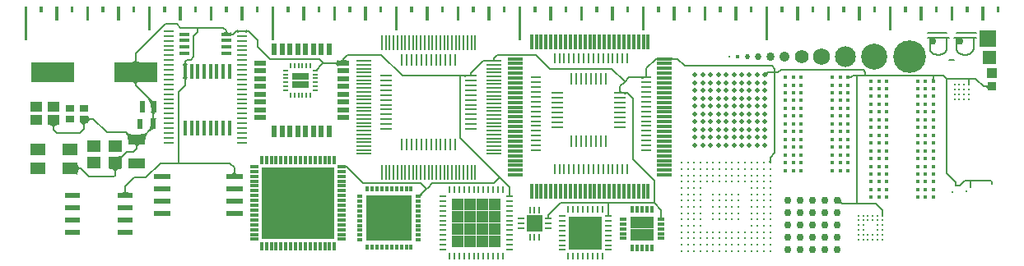
<source format=gbl>
%TF.GenerationSoftware,KiCad,Pcbnew,9.0.3*%
%TF.CreationDate,2025-07-16T19:26:03+02:00*%
%TF.ProjectId,PCB_Ruler,5043425f-5275-46c6-9572-2e6b69636164,rev?*%
%TF.SameCoordinates,Original*%
%TF.FileFunction,Copper,L2,Bot*%
%TF.FilePolarity,Positive*%
%FSLAX46Y46*%
G04 Gerber Fmt 4.6, Leading zero omitted, Abs format (unit mm)*
G04 Created by KiCad (PCBNEW 9.0.3) date 2025-07-16 19:26:03*
%MOMM*%
%LPD*%
G01*
G04 APERTURE LIST*
%TA.AperFunction,EtchedComponent*%
%ADD10C,0.150000*%
%TD*%
%ADD11C,0.150000*%
%TA.AperFunction,EtchedComponent*%
%ADD12C,0.000000*%
%TD*%
%TA.AperFunction,ComponentPad*%
%ADD13R,0.850000X0.850000*%
%TD*%
%TA.AperFunction,ComponentPad*%
%ADD14R,1.350000X1.350000*%
%TD*%
%TA.AperFunction,ComponentPad*%
%ADD15R,1.000000X1.000000*%
%TD*%
%TA.AperFunction,ComponentPad*%
%ADD16C,3.363600*%
%TD*%
%TA.AperFunction,ComponentPad*%
%ADD17R,1.700000X1.700000*%
%TD*%
%TA.AperFunction,ComponentPad*%
%ADD18C,2.688200*%
%TD*%
%TA.AperFunction,ComponentPad*%
%ADD19C,2.152500*%
%TD*%
%TA.AperFunction,ComponentPad*%
%ADD20C,1.727700*%
%TD*%
%TA.AperFunction,ComponentPad*%
%ADD21C,1.390800*%
%TD*%
%TA.AperFunction,ComponentPad*%
%ADD22C,1.053700*%
%TD*%
%TA.AperFunction,ComponentPad*%
%ADD23C,0.861800*%
%TD*%
%TA.AperFunction,ComponentPad*%
%ADD24C,0.693800*%
%TD*%
%TA.AperFunction,ComponentPad*%
%ADD25C,0.525600*%
%TD*%
%TA.AperFunction,ComponentPad*%
%ADD26C,0.414900*%
%TD*%
%TA.AperFunction,ComponentPad*%
%ADD27C,0.331100*%
%TD*%
%TA.AperFunction,ComponentPad*%
%ADD28C,0.750000*%
%TD*%
%TA.AperFunction,SMDPad,CuDef*%
%ADD29R,4.500000X2.000000*%
%TD*%
%TA.AperFunction,SMDPad,CuDef*%
%ADD30R,1.150000X1.000000*%
%TD*%
%TA.AperFunction,SMDPad,CuDef*%
%ADD31R,0.600000X1.200000*%
%TD*%
%TA.AperFunction,SMDPad,CuDef*%
%ADD32R,0.900000X0.800000*%
%TD*%
%TA.AperFunction,SMDPad,CuDef*%
%ADD33R,1.600000X1.300000*%
%TD*%
%TA.AperFunction,SMDPad,CuDef*%
%ADD34R,1.800000X1.000000*%
%TD*%
%TA.AperFunction,SMDPad,CuDef*%
%ADD35R,0.600000X1.100000*%
%TD*%
%TA.AperFunction,SMDPad,CuDef*%
%ADD36R,1.100000X0.400000*%
%TD*%
%TA.AperFunction,SMDPad,CuDef*%
%ADD37R,1.000000X0.285000*%
%TD*%
%TA.AperFunction,SMDPad,CuDef*%
%ADD38C,0.400000*%
%TD*%
%TA.AperFunction,SMDPad,CuDef*%
%ADD39C,0.500000*%
%TD*%
%TA.AperFunction,SMDPad,CuDef*%
%ADD40C,0.250000*%
%TD*%
%TA.AperFunction,SMDPad,CuDef*%
%ADD41R,1.550000X0.600000*%
%TD*%
%TA.AperFunction,SMDPad,CuDef*%
%ADD42R,1.750000X0.550000*%
%TD*%
%TA.AperFunction,SMDPad,CuDef*%
%ADD43R,0.450000X1.500000*%
%TD*%
%TA.AperFunction,SMDPad,CuDef*%
%ADD44C,0.225000*%
%TD*%
%TA.AperFunction,SMDPad,CuDef*%
%ADD45C,0.420000*%
%TD*%
%TA.AperFunction,SMDPad,CuDef*%
%ADD46C,0.750000*%
%TD*%
%TA.AperFunction,SMDPad,CuDef*%
%ADD47R,0.550000X0.200000*%
%TD*%
%TA.AperFunction,SMDPad,CuDef*%
%ADD48R,0.200000X0.550000*%
%TD*%
%TA.AperFunction,SMDPad,CuDef*%
%ADD49R,0.875000X0.800000*%
%TD*%
%TA.AperFunction,SMDPad,CuDef*%
%ADD50R,1.200000X0.600000*%
%TD*%
%TA.AperFunction,SMDPad,CuDef*%
%ADD51R,1.200000X0.280000*%
%TD*%
%TA.AperFunction,SMDPad,CuDef*%
%ADD52R,0.280000X1.200000*%
%TD*%
%TA.AperFunction,SMDPad,CuDef*%
%ADD53R,1.300000X0.250000*%
%TD*%
%TA.AperFunction,SMDPad,CuDef*%
%ADD54R,0.250000X1.300000*%
%TD*%
%TA.AperFunction,SMDPad,CuDef*%
%ADD55R,0.700000X0.250000*%
%TD*%
%TA.AperFunction,SMDPad,CuDef*%
%ADD56R,0.250000X0.700000*%
%TD*%
%TA.AperFunction,SMDPad,CuDef*%
%ADD57R,1.287500X1.287500*%
%TD*%
%TA.AperFunction,SMDPad,CuDef*%
%ADD58R,0.730000X0.300000*%
%TD*%
%TA.AperFunction,SMDPad,CuDef*%
%ADD59R,0.300000X0.730000*%
%TD*%
%TA.AperFunction,SMDPad,CuDef*%
%ADD60R,1.250000X1.250000*%
%TD*%
%TA.AperFunction,SMDPad,CuDef*%
%ADD61R,0.500000X0.300000*%
%TD*%
%TA.AperFunction,SMDPad,CuDef*%
%ADD62R,0.300000X0.500000*%
%TD*%
%TA.AperFunction,SMDPad,CuDef*%
%ADD63R,1.150000X1.150000*%
%TD*%
%TA.AperFunction,SMDPad,CuDef*%
%ADD64R,1.500000X0.200000*%
%TD*%
%TA.AperFunction,SMDPad,CuDef*%
%ADD65R,0.200000X1.500000*%
%TD*%
%TA.AperFunction,SMDPad,CuDef*%
%ADD66C,0.300000*%
%TD*%
%TA.AperFunction,SMDPad,CuDef*%
%ADD67R,0.850000X0.300000*%
%TD*%
%TA.AperFunction,SMDPad,CuDef*%
%ADD68R,0.300000X0.850000*%
%TD*%
%TA.AperFunction,SMDPad,CuDef*%
%ADD69R,1.837500X1.837500*%
%TD*%
%TA.AperFunction,SMDPad,CuDef*%
%ADD70R,1.500000X0.300000*%
%TD*%
%TA.AperFunction,SMDPad,CuDef*%
%ADD71R,0.300000X1.500000*%
%TD*%
%TA.AperFunction,SMDPad,CuDef*%
%ADD72R,1.000000X0.250000*%
%TD*%
%TA.AperFunction,SMDPad,CuDef*%
%ADD73R,0.250000X1.000000*%
%TD*%
%TA.AperFunction,SMDPad,CuDef*%
%ADD74R,1.725000X1.725000*%
%TD*%
%TA.AperFunction,SMDPad,CuDef*%
%ADD75R,0.825000X0.825000*%
%TD*%
%TA.AperFunction,SMDPad,CuDef*%
%ADD76R,1.400000X1.200000*%
%TD*%
%TA.AperFunction,SMDPad,CuDef*%
%ADD77C,0.165000*%
%TD*%
%TA.AperFunction,Conductor*%
%ADD78C,0.150000*%
%TD*%
G04 APERTURE END LIST*
D10*
%TO.C,REF\u002A\u002A*%
X163225000Y-96250000D02*
X162975000Y-96250000D01*
X163225000Y-96250000D02*
X164975000Y-96250000D01*
X163225000Y-97250000D02*
X163225000Y-96250000D01*
X164975000Y-95700000D02*
X162975000Y-95700000D01*
X164975000Y-97250000D02*
X164975000Y-96250000D01*
X165225000Y-96250000D02*
X164975000Y-96250000D01*
X165725000Y-98500000D02*
X165225000Y-98500000D01*
X165975000Y-95700000D02*
X167975000Y-95700000D01*
X165975000Y-96250000D02*
X165725000Y-96250000D01*
X165975000Y-96250000D02*
X167725000Y-96250000D01*
X165975000Y-97250000D02*
X165975000Y-96250000D01*
X167725000Y-97250000D02*
X167725000Y-96250000D01*
X167975000Y-96250000D02*
X167725000Y-96250000D01*
D11*
X164975000Y-97250000D02*
X164974990Y-97254135D01*
X164974960Y-97258258D01*
X164974910Y-97262370D01*
X164974841Y-97266470D01*
X164974751Y-97270559D01*
X164974642Y-97274637D01*
X164974513Y-97278704D01*
X164974365Y-97282759D01*
X164974197Y-97286804D01*
X164974009Y-97290836D01*
X164973802Y-97294858D01*
X164973575Y-97298869D01*
X164973330Y-97302869D01*
X164973064Y-97306857D01*
X164972780Y-97310835D01*
X164972476Y-97314801D01*
X164972153Y-97318757D01*
X164971811Y-97322702D01*
X164971450Y-97326636D01*
X164971070Y-97330559D01*
X164970671Y-97334471D01*
X164970253Y-97338372D01*
X164969815Y-97342263D01*
X164969359Y-97346142D01*
X164968885Y-97350012D01*
X164968391Y-97353870D01*
X164967878Y-97357718D01*
X164967347Y-97361555D01*
X164966797Y-97365382D01*
X164966229Y-97369197D01*
X164965642Y-97373003D01*
X164965036Y-97376797D01*
X164964412Y-97380582D01*
X164963769Y-97384356D01*
X164963108Y-97388120D01*
X164962428Y-97391872D01*
X164961730Y-97395616D01*
X164961014Y-97399347D01*
X164960279Y-97403070D01*
X164959526Y-97406781D01*
X164958754Y-97410483D01*
X164957964Y-97414174D01*
X164957156Y-97417855D01*
X164956330Y-97421525D01*
X164955486Y-97425187D01*
X164954623Y-97428836D01*
X164953743Y-97432477D01*
X164952844Y-97436107D01*
X164951927Y-97439728D01*
X164950993Y-97443337D01*
X164949069Y-97450527D01*
X164947073Y-97457677D01*
X164945006Y-97464787D01*
X164942867Y-97471857D01*
X164940656Y-97478888D01*
X164938375Y-97485880D01*
X164936022Y-97492832D01*
X164933598Y-97499745D01*
X164931103Y-97506619D01*
X164928537Y-97513455D01*
X164925901Y-97520251D01*
X164923194Y-97527009D01*
X164920416Y-97533729D01*
X164917568Y-97540410D01*
X164914650Y-97547053D01*
X164911661Y-97553657D01*
X164908601Y-97560223D01*
X164905472Y-97566751D01*
X164902272Y-97573241D01*
X164899002Y-97579693D01*
X164895661Y-97586107D01*
X164892251Y-97592483D01*
X164888770Y-97598821D01*
X164885219Y-97605120D01*
X164881597Y-97611382D01*
X164877906Y-97617606D01*
X164874144Y-97623791D01*
X164870312Y-97629939D01*
X164866410Y-97636048D01*
X164862437Y-97642119D01*
X164858394Y-97648152D01*
X164854280Y-97654147D01*
X164850096Y-97660103D01*
X164845841Y-97666020D01*
X164841516Y-97671899D01*
X164837121Y-97677738D01*
X164832654Y-97683539D01*
X164828117Y-97689301D01*
X164823509Y-97695024D01*
X164818831Y-97700707D01*
X164814081Y-97706350D01*
X164809261Y-97711953D01*
X164804370Y-97717517D01*
X164799408Y-97723040D01*
X164794375Y-97728523D01*
X164789270Y-97733965D01*
X164784095Y-97739366D01*
X164778849Y-97744725D01*
X164773531Y-97750043D01*
X164768143Y-97755320D01*
X164762683Y-97760554D01*
X164757152Y-97765745D01*
X164751550Y-97770894D01*
X164745877Y-97775999D01*
X164740133Y-97781061D01*
X164734318Y-97786080D01*
X164728432Y-97791053D01*
X164722475Y-97795983D01*
X164716447Y-97800867D01*
X164710348Y-97805705D01*
X164704178Y-97810498D01*
X164697938Y-97815245D01*
X164691627Y-97819944D01*
X164685246Y-97824597D01*
X164678795Y-97829202D01*
X164672273Y-97833758D01*
X164665682Y-97838266D01*
X164659021Y-97842725D01*
X164652291Y-97847134D01*
X164645491Y-97851493D01*
X164638622Y-97855801D01*
X164631685Y-97860058D01*
X164624679Y-97864263D01*
X164617605Y-97868416D01*
X164610463Y-97872516D01*
X164603254Y-97876563D01*
X164595978Y-97880555D01*
X164588635Y-97884493D01*
X164581226Y-97888376D01*
X164573751Y-97892203D01*
X164566211Y-97895973D01*
X164558606Y-97899687D01*
X164550937Y-97903343D01*
X164543204Y-97906941D01*
X164535408Y-97910480D01*
X164527549Y-97913960D01*
X164519629Y-97917379D01*
X164511647Y-97920738D01*
X164503605Y-97924036D01*
X164495503Y-97927272D01*
X164487342Y-97930445D01*
X164479122Y-97933556D01*
X164470845Y-97936602D01*
X164462512Y-97939584D01*
X164454123Y-97942502D01*
X164445679Y-97945353D01*
X164437181Y-97948139D01*
X164428630Y-97950858D01*
X164420027Y-97953509D01*
X164411373Y-97956092D01*
X164402669Y-97958607D01*
X164393917Y-97961053D01*
X164385116Y-97963429D01*
X164376270Y-97965734D01*
X164367377Y-97967969D01*
X164358441Y-97970133D01*
X164349462Y-97972225D01*
X164340441Y-97974244D01*
X164331380Y-97976190D01*
X164322279Y-97978063D01*
X164313141Y-97979862D01*
X164303967Y-97981587D01*
X164294757Y-97983237D01*
X164285515Y-97984812D01*
X164276240Y-97986311D01*
X164266934Y-97987734D01*
X164257599Y-97989081D01*
X164248237Y-97990350D01*
X164238848Y-97991543D01*
X164229435Y-97992658D01*
X164219999Y-97993695D01*
X164210542Y-97994655D01*
X164201065Y-97995535D01*
X164191569Y-97996338D01*
X164182057Y-97997061D01*
X164172531Y-97997705D01*
X164162991Y-97998270D01*
X164153439Y-97998755D01*
X164143878Y-97999161D01*
X164134309Y-97999487D01*
X164124733Y-97999734D01*
X164115152Y-97999900D01*
X164105569Y-97999986D01*
X164095984Y-97999993D01*
X164091191Y-97999966D01*
X164086399Y-97999919D01*
X164081608Y-97999853D01*
X164076817Y-97999766D01*
X164072027Y-97999659D01*
X164067238Y-97999532D01*
X164062451Y-97999386D01*
X164057665Y-97999219D01*
X164052881Y-97999033D01*
X164048099Y-97998826D01*
X164043319Y-97998600D01*
X164038542Y-97998353D01*
X164033767Y-97998087D01*
X164028995Y-97997801D01*
X164024227Y-97997495D01*
X164019461Y-97997169D01*
X164014699Y-97996823D01*
X164009940Y-97996458D01*
X164005187Y-97996072D01*
X164000436Y-97995667D01*
X163995691Y-97995243D01*
X163990948Y-97994798D01*
X163986212Y-97994334D01*
X163981480Y-97993851D01*
X163976754Y-97993348D01*
X163972032Y-97992825D01*
X163967317Y-97992282D01*
X163962606Y-97991721D01*
X163957903Y-97991139D01*
X163953203Y-97990539D01*
X163948513Y-97989919D01*
X163943827Y-97989279D01*
X163939149Y-97988621D01*
X163934476Y-97987943D01*
X163929813Y-97987246D01*
X163925155Y-97986529D01*
X163920507Y-97985794D01*
X163915863Y-97985040D01*
X163911230Y-97984267D01*
X163906603Y-97983474D01*
X163901986Y-97982663D01*
X163897375Y-97981833D01*
X163892776Y-97980984D01*
X163888182Y-97980116D01*
X163883600Y-97979230D01*
X163879024Y-97978325D01*
X163874461Y-97977402D01*
X163869904Y-97976459D01*
X163865360Y-97975499D01*
X163860822Y-97974520D01*
X163856297Y-97973523D01*
X163851780Y-97972507D01*
X163847276Y-97971474D01*
X163842779Y-97970422D01*
X163838296Y-97969352D01*
X163833820Y-97968264D01*
X163829359Y-97967159D01*
X163824905Y-97966034D01*
X163820467Y-97964893D01*
X163816035Y-97963733D01*
X163811620Y-97962557D01*
X163807211Y-97961362D01*
X163802819Y-97960150D01*
X163798435Y-97958920D01*
X163794067Y-97957674D01*
X163789707Y-97956409D01*
X163785363Y-97955128D01*
X163781028Y-97953828D01*
X163776710Y-97952513D01*
X163772400Y-97951179D01*
X163768108Y-97949830D01*
X163763824Y-97948463D01*
X163759558Y-97947080D01*
X163755300Y-97945678D01*
X163751061Y-97944262D01*
X163746831Y-97942828D01*
X163742619Y-97941378D01*
X163738415Y-97939911D01*
X163734231Y-97938429D01*
X163730056Y-97936929D01*
X163725900Y-97935414D01*
X163721753Y-97933882D01*
X163717625Y-97932335D01*
X163713507Y-97930771D01*
X163709408Y-97929192D01*
X163705319Y-97927596D01*
X163701250Y-97925986D01*
X163697191Y-97924358D01*
X163693152Y-97922716D01*
X163689122Y-97921058D01*
X163685113Y-97919385D01*
X163681114Y-97917696D01*
X163677135Y-97915993D01*
X163673167Y-97914273D01*
X163669219Y-97912539D01*
X163665282Y-97910789D01*
X163661365Y-97909026D01*
X163657460Y-97907246D01*
X163653575Y-97905453D01*
X163649700Y-97903643D01*
X163645847Y-97901821D01*
X163642005Y-97899982D01*
X163638184Y-97898130D01*
X163634374Y-97896262D01*
X163630585Y-97894382D01*
X163626808Y-97892486D01*
X163623052Y-97890577D01*
X163619307Y-97888652D01*
X163615585Y-97886716D01*
X163611873Y-97884762D01*
X163608183Y-97882798D01*
X163604505Y-97880817D01*
X163600848Y-97878825D01*
X163597204Y-97876817D01*
X163593581Y-97874798D01*
X163589970Y-97872762D01*
X163586381Y-97870716D01*
X163582804Y-97868653D01*
X163579249Y-97866581D01*
X163575705Y-97864492D01*
X163572185Y-97862392D01*
X163568676Y-97860277D01*
X163565189Y-97858152D01*
X163561715Y-97856010D01*
X163558263Y-97853859D01*
X163554823Y-97851692D01*
X163551406Y-97849515D01*
X163548001Y-97847323D01*
X163544618Y-97845121D01*
X163541248Y-97842903D01*
X163537900Y-97840676D01*
X163534565Y-97838433D01*
X163531252Y-97836181D01*
X163527952Y-97833914D01*
X163524674Y-97831637D01*
X163521409Y-97829346D01*
X163518167Y-97827045D01*
X163514937Y-97824729D01*
X163511730Y-97822404D01*
X163508536Y-97820064D01*
X163505364Y-97817716D01*
X163502205Y-97815352D01*
X163499068Y-97812980D01*
X163495945Y-97810593D01*
X163492844Y-97808198D01*
X163489756Y-97805787D01*
X163486691Y-97803369D01*
X163483639Y-97800935D01*
X163480609Y-97798494D01*
X163477593Y-97796038D01*
X163474599Y-97793574D01*
X163471618Y-97791095D01*
X163468659Y-97788609D01*
X163465714Y-97786107D01*
X163462792Y-97783599D01*
X163459883Y-97781075D01*
X163456995Y-97778544D01*
X163454122Y-97775999D01*
X163451271Y-97773446D01*
X163448433Y-97770879D01*
X163445618Y-97768305D01*
X163442816Y-97765716D01*
X163440036Y-97763120D01*
X163437271Y-97760510D01*
X163434527Y-97757892D01*
X163431797Y-97755261D01*
X163429088Y-97752623D01*
X163426394Y-97749970D01*
X163423722Y-97747310D01*
X163421064Y-97744637D01*
X163418427Y-97741957D01*
X163415804Y-97739262D01*
X163413204Y-97736561D01*
X163410617Y-97733846D01*
X163408052Y-97731124D01*
X163405501Y-97728389D01*
X163402972Y-97725647D01*
X163400457Y-97722891D01*
X163397963Y-97720128D01*
X163395484Y-97717352D01*
X163393026Y-97714570D01*
X163390582Y-97711773D01*
X163388160Y-97708971D01*
X163385752Y-97706154D01*
X163383365Y-97703332D01*
X163380993Y-97700495D01*
X163378642Y-97697653D01*
X163376306Y-97694797D01*
X163373991Y-97691934D01*
X163371690Y-97689059D01*
X163369410Y-97686177D01*
X163367145Y-97683281D01*
X163364901Y-97680380D01*
X163362671Y-97677465D01*
X163360463Y-97674544D01*
X163358269Y-97671610D01*
X163356095Y-97668669D01*
X163353937Y-97665715D01*
X163351799Y-97662756D01*
X163349677Y-97659783D01*
X163347574Y-97656803D01*
X163345487Y-97653811D01*
X163343420Y-97650813D01*
X163341369Y-97647801D01*
X163339337Y-97644784D01*
X163337321Y-97641753D01*
X163335325Y-97638716D01*
X163333344Y-97635667D01*
X163331383Y-97632611D01*
X163329438Y-97629542D01*
X163327512Y-97626467D01*
X163325603Y-97623380D01*
X163323712Y-97620286D01*
X163321838Y-97617179D01*
X163319983Y-97614066D01*
X163318144Y-97610940D01*
X163316324Y-97607808D01*
X163314521Y-97604664D01*
X163312736Y-97601513D01*
X163310968Y-97598349D01*
X163309219Y-97595179D01*
X163307486Y-97591997D01*
X163305772Y-97588808D01*
X163304075Y-97585606D01*
X163302396Y-97582398D01*
X163300734Y-97579178D01*
X163299091Y-97575951D01*
X163297464Y-97572712D01*
X163295856Y-97569466D01*
X163294264Y-97566208D01*
X163292692Y-97562943D01*
X163291135Y-97559666D01*
X163289598Y-97556382D01*
X163288077Y-97553086D01*
X163286575Y-97549783D01*
X163285090Y-97546467D01*
X163283623Y-97543145D01*
X163282173Y-97539811D01*
X163280742Y-97536470D01*
X163279327Y-97533117D01*
X163277931Y-97529756D01*
X163276552Y-97526384D01*
X163275191Y-97523004D01*
X163273848Y-97519613D01*
X163272523Y-97516214D01*
X163271214Y-97512803D01*
X163269925Y-97509385D01*
X163268652Y-97505955D01*
X163267398Y-97502517D01*
X163266161Y-97499068D01*
X163264942Y-97495611D01*
X163263741Y-97492143D01*
X163262558Y-97488666D01*
X163261393Y-97485178D01*
X163260245Y-97481682D01*
X163259115Y-97478175D01*
X163258004Y-97474659D01*
X163256910Y-97471132D01*
X163255834Y-97467597D01*
X163254776Y-97464050D01*
X163253736Y-97460495D01*
X163252714Y-97456928D01*
X163251710Y-97453354D01*
X163250724Y-97449767D01*
X163249756Y-97446172D01*
X163248806Y-97442566D01*
X163247875Y-97438952D01*
X163246961Y-97435325D01*
X163246065Y-97431691D01*
X163245188Y-97428044D01*
X163244329Y-97424389D01*
X163243487Y-97420723D01*
X163242665Y-97417048D01*
X163241860Y-97413361D01*
X163241074Y-97409665D01*
X163240306Y-97405958D01*
X163239556Y-97402242D01*
X163238825Y-97398515D01*
X163238112Y-97394778D01*
X163237418Y-97391030D01*
X163236742Y-97387273D01*
X163236084Y-97383504D01*
X163235445Y-97379726D01*
X163234825Y-97375937D01*
X163234223Y-97372138D01*
X163233640Y-97368328D01*
X163233075Y-97364508D01*
X163232529Y-97360676D01*
X163232002Y-97356836D01*
X163231494Y-97352983D01*
X163231004Y-97349121D01*
X163230534Y-97345247D01*
X163230082Y-97341364D01*
X163229649Y-97337469D01*
X163229235Y-97333564D01*
X163228840Y-97329648D01*
X163228464Y-97325721D01*
X163228107Y-97321783D01*
X163227770Y-97317835D01*
X163227451Y-97313876D01*
X163227152Y-97309906D01*
X163226872Y-97305924D01*
X163226611Y-97301933D01*
X163226370Y-97297929D01*
X163226148Y-97293916D01*
X163225945Y-97289890D01*
X163225762Y-97285854D01*
X163225599Y-97281807D01*
X163225455Y-97277748D01*
X163225331Y-97273679D01*
X163225226Y-97269598D01*
X163225141Y-97265506D01*
X163225076Y-97261402D01*
X163225031Y-97257288D01*
X163225000Y-97250000D01*
X167725000Y-97250000D02*
X167724990Y-97254135D01*
X167724960Y-97258258D01*
X167724910Y-97262370D01*
X167724841Y-97266470D01*
X167724751Y-97270559D01*
X167724642Y-97274637D01*
X167724513Y-97278704D01*
X167724365Y-97282759D01*
X167724197Y-97286804D01*
X167724009Y-97290836D01*
X167723802Y-97294858D01*
X167723575Y-97298869D01*
X167723330Y-97302869D01*
X167723064Y-97306857D01*
X167722780Y-97310835D01*
X167722476Y-97314801D01*
X167722153Y-97318757D01*
X167721811Y-97322702D01*
X167721450Y-97326636D01*
X167721070Y-97330559D01*
X167720671Y-97334471D01*
X167720253Y-97338372D01*
X167719815Y-97342263D01*
X167719359Y-97346142D01*
X167718885Y-97350012D01*
X167718391Y-97353870D01*
X167717878Y-97357718D01*
X167717347Y-97361555D01*
X167716797Y-97365382D01*
X167716229Y-97369197D01*
X167715642Y-97373003D01*
X167715036Y-97376797D01*
X167714412Y-97380582D01*
X167713769Y-97384356D01*
X167713108Y-97388120D01*
X167712428Y-97391872D01*
X167711730Y-97395616D01*
X167711014Y-97399347D01*
X167710279Y-97403070D01*
X167709526Y-97406781D01*
X167708754Y-97410483D01*
X167707964Y-97414174D01*
X167707156Y-97417855D01*
X167706330Y-97421525D01*
X167705486Y-97425187D01*
X167704623Y-97428836D01*
X167703743Y-97432477D01*
X167702844Y-97436107D01*
X167701927Y-97439728D01*
X167700993Y-97443337D01*
X167699069Y-97450527D01*
X167697073Y-97457677D01*
X167695006Y-97464787D01*
X167692867Y-97471857D01*
X167690656Y-97478888D01*
X167688375Y-97485880D01*
X167686022Y-97492832D01*
X167683598Y-97499745D01*
X167681103Y-97506619D01*
X167678537Y-97513455D01*
X167675901Y-97520251D01*
X167673194Y-97527009D01*
X167670416Y-97533729D01*
X167667568Y-97540410D01*
X167664650Y-97547053D01*
X167661661Y-97553657D01*
X167658601Y-97560223D01*
X167655472Y-97566751D01*
X167652272Y-97573241D01*
X167649002Y-97579693D01*
X167645661Y-97586107D01*
X167642251Y-97592483D01*
X167638770Y-97598821D01*
X167635219Y-97605120D01*
X167631597Y-97611382D01*
X167627906Y-97617606D01*
X167624144Y-97623791D01*
X167620312Y-97629939D01*
X167616410Y-97636048D01*
X167612437Y-97642119D01*
X167608394Y-97648152D01*
X167604280Y-97654147D01*
X167600096Y-97660103D01*
X167595841Y-97666020D01*
X167591516Y-97671899D01*
X167587121Y-97677738D01*
X167582654Y-97683539D01*
X167578117Y-97689301D01*
X167573509Y-97695024D01*
X167568831Y-97700707D01*
X167564081Y-97706350D01*
X167559261Y-97711953D01*
X167554370Y-97717517D01*
X167549408Y-97723040D01*
X167544375Y-97728523D01*
X167539270Y-97733965D01*
X167534095Y-97739366D01*
X167528849Y-97744725D01*
X167523531Y-97750043D01*
X167518143Y-97755320D01*
X167512683Y-97760554D01*
X167507152Y-97765745D01*
X167501550Y-97770894D01*
X167495877Y-97775999D01*
X167490133Y-97781061D01*
X167484318Y-97786080D01*
X167478432Y-97791053D01*
X167472475Y-97795983D01*
X167466447Y-97800867D01*
X167460348Y-97805705D01*
X167454178Y-97810498D01*
X167447938Y-97815245D01*
X167441627Y-97819944D01*
X167435246Y-97824597D01*
X167428795Y-97829202D01*
X167422273Y-97833758D01*
X167415682Y-97838266D01*
X167409021Y-97842725D01*
X167402291Y-97847134D01*
X167395491Y-97851493D01*
X167388622Y-97855801D01*
X167381685Y-97860058D01*
X167374679Y-97864263D01*
X167367605Y-97868416D01*
X167360463Y-97872516D01*
X167353254Y-97876563D01*
X167345978Y-97880555D01*
X167338635Y-97884493D01*
X167331226Y-97888376D01*
X167323751Y-97892203D01*
X167316211Y-97895973D01*
X167308606Y-97899687D01*
X167300937Y-97903343D01*
X167293204Y-97906941D01*
X167285408Y-97910480D01*
X167277549Y-97913960D01*
X167269629Y-97917379D01*
X167261647Y-97920738D01*
X167253605Y-97924036D01*
X167245503Y-97927272D01*
X167237342Y-97930445D01*
X167229122Y-97933556D01*
X167220845Y-97936602D01*
X167212512Y-97939584D01*
X167204123Y-97942502D01*
X167195679Y-97945353D01*
X167187181Y-97948139D01*
X167178630Y-97950858D01*
X167170027Y-97953509D01*
X167161373Y-97956092D01*
X167152669Y-97958607D01*
X167143917Y-97961053D01*
X167135116Y-97963429D01*
X167126270Y-97965734D01*
X167117377Y-97967969D01*
X167108441Y-97970133D01*
X167099462Y-97972225D01*
X167090441Y-97974244D01*
X167081380Y-97976190D01*
X167072279Y-97978063D01*
X167063141Y-97979862D01*
X167053967Y-97981587D01*
X167044757Y-97983237D01*
X167035515Y-97984812D01*
X167026240Y-97986311D01*
X167016934Y-97987734D01*
X167007599Y-97989081D01*
X166998237Y-97990350D01*
X166988848Y-97991543D01*
X166979435Y-97992658D01*
X166969999Y-97993695D01*
X166960542Y-97994655D01*
X166951065Y-97995535D01*
X166941569Y-97996338D01*
X166932057Y-97997061D01*
X166922531Y-97997705D01*
X166912991Y-97998270D01*
X166903439Y-97998755D01*
X166893878Y-97999161D01*
X166884309Y-97999487D01*
X166874733Y-97999734D01*
X166865152Y-97999900D01*
X166855569Y-97999986D01*
X166845984Y-97999993D01*
X166841191Y-97999966D01*
X166836399Y-97999919D01*
X166831608Y-97999853D01*
X166826817Y-97999766D01*
X166822027Y-97999659D01*
X166817238Y-97999532D01*
X166812451Y-97999386D01*
X166807665Y-97999219D01*
X166802881Y-97999033D01*
X166798099Y-97998826D01*
X166793319Y-97998600D01*
X166788542Y-97998353D01*
X166783767Y-97998087D01*
X166778995Y-97997801D01*
X166774227Y-97997495D01*
X166769461Y-97997169D01*
X166764699Y-97996823D01*
X166759940Y-97996458D01*
X166755187Y-97996072D01*
X166750436Y-97995667D01*
X166745691Y-97995243D01*
X166740948Y-97994798D01*
X166736212Y-97994334D01*
X166731480Y-97993851D01*
X166726754Y-97993348D01*
X166722032Y-97992825D01*
X166717317Y-97992282D01*
X166712606Y-97991721D01*
X166707903Y-97991139D01*
X166703203Y-97990539D01*
X166698513Y-97989919D01*
X166693827Y-97989279D01*
X166689149Y-97988621D01*
X166684476Y-97987943D01*
X166679813Y-97987246D01*
X166675155Y-97986529D01*
X166670507Y-97985794D01*
X166665863Y-97985040D01*
X166661230Y-97984267D01*
X166656603Y-97983474D01*
X166651986Y-97982663D01*
X166647375Y-97981833D01*
X166642776Y-97980984D01*
X166638182Y-97980116D01*
X166633600Y-97979230D01*
X166629024Y-97978325D01*
X166624461Y-97977402D01*
X166619904Y-97976459D01*
X166615360Y-97975499D01*
X166610822Y-97974520D01*
X166606297Y-97973523D01*
X166601780Y-97972507D01*
X166597276Y-97971474D01*
X166592779Y-97970422D01*
X166588296Y-97969352D01*
X166583820Y-97968264D01*
X166579359Y-97967159D01*
X166574905Y-97966034D01*
X166570467Y-97964893D01*
X166566035Y-97963733D01*
X166561620Y-97962557D01*
X166557211Y-97961362D01*
X166552819Y-97960150D01*
X166548435Y-97958920D01*
X166544067Y-97957674D01*
X166539707Y-97956409D01*
X166535363Y-97955128D01*
X166531028Y-97953828D01*
X166526710Y-97952513D01*
X166522400Y-97951179D01*
X166518108Y-97949830D01*
X166513824Y-97948463D01*
X166509558Y-97947080D01*
X166505300Y-97945678D01*
X166501061Y-97944262D01*
X166496831Y-97942828D01*
X166492619Y-97941378D01*
X166488415Y-97939911D01*
X166484231Y-97938429D01*
X166480056Y-97936929D01*
X166475900Y-97935414D01*
X166471753Y-97933882D01*
X166467625Y-97932335D01*
X166463507Y-97930771D01*
X166459408Y-97929192D01*
X166455319Y-97927596D01*
X166451250Y-97925986D01*
X166447191Y-97924358D01*
X166443152Y-97922716D01*
X166439122Y-97921058D01*
X166435113Y-97919385D01*
X166431114Y-97917696D01*
X166427135Y-97915993D01*
X166423167Y-97914273D01*
X166419219Y-97912539D01*
X166415282Y-97910789D01*
X166411365Y-97909026D01*
X166407460Y-97907246D01*
X166403575Y-97905453D01*
X166399700Y-97903643D01*
X166395847Y-97901821D01*
X166392005Y-97899982D01*
X166388184Y-97898130D01*
X166384374Y-97896262D01*
X166380585Y-97894382D01*
X166376808Y-97892486D01*
X166373052Y-97890577D01*
X166369307Y-97888652D01*
X166365585Y-97886716D01*
X166361873Y-97884762D01*
X166358183Y-97882798D01*
X166354505Y-97880817D01*
X166350848Y-97878825D01*
X166347204Y-97876817D01*
X166343581Y-97874798D01*
X166339970Y-97872762D01*
X166336381Y-97870716D01*
X166332804Y-97868653D01*
X166329249Y-97866581D01*
X166325705Y-97864492D01*
X166322185Y-97862392D01*
X166318676Y-97860277D01*
X166315189Y-97858152D01*
X166311715Y-97856010D01*
X166308263Y-97853859D01*
X166304823Y-97851692D01*
X166301406Y-97849515D01*
X166298001Y-97847323D01*
X166294618Y-97845121D01*
X166291248Y-97842903D01*
X166287900Y-97840676D01*
X166284565Y-97838433D01*
X166281252Y-97836181D01*
X166277952Y-97833914D01*
X166274674Y-97831637D01*
X166271409Y-97829346D01*
X166268167Y-97827045D01*
X166264937Y-97824729D01*
X166261730Y-97822404D01*
X166258536Y-97820064D01*
X166255364Y-97817716D01*
X166252205Y-97815352D01*
X166249068Y-97812980D01*
X166245945Y-97810593D01*
X166242844Y-97808198D01*
X166239756Y-97805787D01*
X166236691Y-97803369D01*
X166233639Y-97800935D01*
X166230609Y-97798494D01*
X166227593Y-97796038D01*
X166224599Y-97793574D01*
X166221618Y-97791095D01*
X166218659Y-97788609D01*
X166215714Y-97786107D01*
X166212792Y-97783599D01*
X166209883Y-97781075D01*
X166206995Y-97778544D01*
X166204122Y-97775999D01*
X166201271Y-97773446D01*
X166198433Y-97770879D01*
X166195618Y-97768305D01*
X166192816Y-97765716D01*
X166190036Y-97763120D01*
X166187271Y-97760510D01*
X166184527Y-97757892D01*
X166181797Y-97755261D01*
X166179088Y-97752623D01*
X166176394Y-97749970D01*
X166173722Y-97747310D01*
X166171064Y-97744637D01*
X166168427Y-97741957D01*
X166165804Y-97739262D01*
X166163204Y-97736561D01*
X166160617Y-97733846D01*
X166158052Y-97731124D01*
X166155501Y-97728389D01*
X166152972Y-97725647D01*
X166150457Y-97722891D01*
X166147963Y-97720128D01*
X166145484Y-97717352D01*
X166143026Y-97714570D01*
X166140582Y-97711773D01*
X166138160Y-97708971D01*
X166135752Y-97706154D01*
X166133365Y-97703332D01*
X166130993Y-97700495D01*
X166128642Y-97697653D01*
X166126306Y-97694797D01*
X166123991Y-97691934D01*
X166121690Y-97689059D01*
X166119410Y-97686177D01*
X166117145Y-97683281D01*
X166114901Y-97680380D01*
X166112671Y-97677465D01*
X166110463Y-97674544D01*
X166108269Y-97671610D01*
X166106095Y-97668669D01*
X166103937Y-97665715D01*
X166101799Y-97662756D01*
X166099677Y-97659783D01*
X166097574Y-97656803D01*
X166095487Y-97653811D01*
X166093420Y-97650813D01*
X166091369Y-97647801D01*
X166089337Y-97644784D01*
X166087321Y-97641753D01*
X166085325Y-97638716D01*
X166083344Y-97635667D01*
X166081383Y-97632611D01*
X166079438Y-97629542D01*
X166077512Y-97626467D01*
X166075603Y-97623380D01*
X166073712Y-97620286D01*
X166071838Y-97617179D01*
X166069983Y-97614066D01*
X166068144Y-97610940D01*
X166066324Y-97607808D01*
X166064521Y-97604664D01*
X166062736Y-97601513D01*
X166060968Y-97598349D01*
X166059219Y-97595179D01*
X166057486Y-97591997D01*
X166055772Y-97588808D01*
X166054075Y-97585606D01*
X166052396Y-97582398D01*
X166050734Y-97579178D01*
X166049091Y-97575951D01*
X166047464Y-97572712D01*
X166045856Y-97569466D01*
X166044264Y-97566208D01*
X166042692Y-97562943D01*
X166041135Y-97559666D01*
X166039598Y-97556382D01*
X166038077Y-97553086D01*
X166036575Y-97549783D01*
X166035090Y-97546467D01*
X166033623Y-97543145D01*
X166032173Y-97539811D01*
X166030742Y-97536470D01*
X166029327Y-97533117D01*
X166027931Y-97529756D01*
X166026552Y-97526384D01*
X166025191Y-97523004D01*
X166023848Y-97519613D01*
X166022523Y-97516214D01*
X166021214Y-97512803D01*
X166019925Y-97509385D01*
X166018652Y-97505955D01*
X166017398Y-97502517D01*
X166016161Y-97499068D01*
X166014942Y-97495611D01*
X166013741Y-97492143D01*
X166012558Y-97488666D01*
X166011393Y-97485178D01*
X166010245Y-97481682D01*
X166009115Y-97478175D01*
X166008004Y-97474659D01*
X166006910Y-97471132D01*
X166005834Y-97467597D01*
X166004776Y-97464050D01*
X166003736Y-97460495D01*
X166002714Y-97456928D01*
X166001710Y-97453354D01*
X166000724Y-97449767D01*
X165999756Y-97446172D01*
X165998806Y-97442566D01*
X165997875Y-97438952D01*
X165996961Y-97435325D01*
X165996065Y-97431691D01*
X165995188Y-97428044D01*
X165994329Y-97424389D01*
X165993487Y-97420723D01*
X165992665Y-97417048D01*
X165991860Y-97413361D01*
X165991074Y-97409665D01*
X165990306Y-97405958D01*
X165989556Y-97402242D01*
X165988825Y-97398515D01*
X165988112Y-97394778D01*
X165987418Y-97391030D01*
X165986742Y-97387273D01*
X165986084Y-97383504D01*
X165985445Y-97379726D01*
X165984825Y-97375937D01*
X165984223Y-97372138D01*
X165983640Y-97368328D01*
X165983075Y-97364508D01*
X165982529Y-97360676D01*
X165982002Y-97356836D01*
X165981494Y-97352983D01*
X165981004Y-97349121D01*
X165980534Y-97345247D01*
X165980082Y-97341364D01*
X165979649Y-97337469D01*
X165979235Y-97333564D01*
X165978840Y-97329648D01*
X165978464Y-97325721D01*
X165978107Y-97321783D01*
X165977770Y-97317835D01*
X165977451Y-97313876D01*
X165977152Y-97309906D01*
X165976872Y-97305925D01*
X165976611Y-97301933D01*
X165976370Y-97297929D01*
X165976148Y-97293916D01*
X165975945Y-97289890D01*
X165975762Y-97285854D01*
X165975599Y-97281807D01*
X165975455Y-97277748D01*
X165975331Y-97273679D01*
X165975226Y-97269598D01*
X165975141Y-97265506D01*
X165975076Y-97261402D01*
X165975031Y-97257288D01*
X165975000Y-97250000D01*
D12*
%TA.AperFunction,EtchedComponent*%
%TO.C,U16*%
G36*
X70400000Y-96500000D02*
G01*
X70100000Y-96500000D01*
X70100000Y-93000000D01*
X70400000Y-93000000D01*
X70400000Y-96500000D01*
G37*
%TD.AperFunction*%
%TA.AperFunction,EtchedComponent*%
G36*
X71987500Y-93635000D02*
G01*
X71687500Y-93635000D01*
X71687500Y-93000000D01*
X71987500Y-93000000D01*
X71987500Y-93635000D01*
G37*
%TD.AperFunction*%
%TA.AperFunction,EtchedComponent*%
G36*
X73575000Y-94500000D02*
G01*
X73275000Y-94500000D01*
X73275000Y-93000000D01*
X73575000Y-93000000D01*
X73575000Y-94500000D01*
G37*
%TD.AperFunction*%
%TA.AperFunction,EtchedComponent*%
G36*
X75162500Y-93635000D02*
G01*
X74862500Y-93635000D01*
X74862500Y-93000000D01*
X75162500Y-93000000D01*
X75162500Y-93635000D01*
G37*
%TD.AperFunction*%
%TA.AperFunction,EtchedComponent*%
G36*
X76750000Y-94500000D02*
G01*
X76450000Y-94500000D01*
X76450000Y-93000000D01*
X76750000Y-93000000D01*
X76750000Y-94500000D01*
G37*
%TD.AperFunction*%
%TA.AperFunction,EtchedComponent*%
G36*
X78337500Y-93635000D02*
G01*
X78037500Y-93635000D01*
X78037500Y-93000000D01*
X78337500Y-93000000D01*
X78337500Y-93635000D01*
G37*
%TD.AperFunction*%
%TA.AperFunction,EtchedComponent*%
G36*
X79925000Y-94500000D02*
G01*
X79625000Y-94500000D01*
X79625000Y-93000000D01*
X79925000Y-93000000D01*
X79925000Y-94500000D01*
G37*
%TD.AperFunction*%
%TA.AperFunction,EtchedComponent*%
G36*
X81512500Y-93635000D02*
G01*
X81212500Y-93635000D01*
X81212500Y-93000000D01*
X81512500Y-93000000D01*
X81512500Y-93635000D01*
G37*
%TD.AperFunction*%
%TA.AperFunction,EtchedComponent*%
G36*
X83100000Y-95500000D02*
G01*
X82800000Y-95500000D01*
X82800000Y-93000000D01*
X83100000Y-93000000D01*
X83100000Y-95500000D01*
G37*
%TD.AperFunction*%
%TA.AperFunction,EtchedComponent*%
G36*
X84687500Y-93635000D02*
G01*
X84387500Y-93635000D01*
X84387500Y-93000000D01*
X84687500Y-93000000D01*
X84687500Y-93635000D01*
G37*
%TD.AperFunction*%
%TA.AperFunction,EtchedComponent*%
G36*
X86275000Y-94500000D02*
G01*
X85975000Y-94500000D01*
X85975000Y-93000000D01*
X86275000Y-93000000D01*
X86275000Y-94500000D01*
G37*
%TD.AperFunction*%
%TA.AperFunction,EtchedComponent*%
G36*
X87862500Y-93635000D02*
G01*
X87562500Y-93635000D01*
X87562500Y-93000000D01*
X87862500Y-93000000D01*
X87862500Y-93635000D01*
G37*
%TD.AperFunction*%
%TA.AperFunction,EtchedComponent*%
G36*
X89450000Y-94500000D02*
G01*
X89150000Y-94500000D01*
X89150000Y-93000000D01*
X89450000Y-93000000D01*
X89450000Y-94500000D01*
G37*
%TD.AperFunction*%
%TA.AperFunction,EtchedComponent*%
G36*
X91037500Y-93635000D02*
G01*
X90737500Y-93635000D01*
X90737500Y-93000000D01*
X91037500Y-93000000D01*
X91037500Y-93635000D01*
G37*
%TD.AperFunction*%
%TA.AperFunction,EtchedComponent*%
G36*
X92625000Y-94500000D02*
G01*
X92325000Y-94500000D01*
X92325000Y-93000000D01*
X92625000Y-93000000D01*
X92625000Y-94500000D01*
G37*
%TD.AperFunction*%
%TA.AperFunction,EtchedComponent*%
G36*
X94212500Y-93635000D02*
G01*
X93912500Y-93635000D01*
X93912500Y-93000000D01*
X94212500Y-93000000D01*
X94212500Y-93635000D01*
G37*
%TD.AperFunction*%
%TA.AperFunction,EtchedComponent*%
%TO.C,U19*%
G36*
X146600000Y-96500000D02*
G01*
X146300000Y-96500000D01*
X146300000Y-93000000D01*
X146600000Y-93000000D01*
X146600000Y-96500000D01*
G37*
%TD.AperFunction*%
%TA.AperFunction,EtchedComponent*%
G36*
X148187500Y-93635000D02*
G01*
X147887500Y-93635000D01*
X147887500Y-93000000D01*
X148187500Y-93000000D01*
X148187500Y-93635000D01*
G37*
%TD.AperFunction*%
%TA.AperFunction,EtchedComponent*%
G36*
X149775000Y-94500000D02*
G01*
X149475000Y-94500000D01*
X149475000Y-93000000D01*
X149775000Y-93000000D01*
X149775000Y-94500000D01*
G37*
%TD.AperFunction*%
%TA.AperFunction,EtchedComponent*%
G36*
X151362500Y-93635000D02*
G01*
X151062500Y-93635000D01*
X151062500Y-93000000D01*
X151362500Y-93000000D01*
X151362500Y-93635000D01*
G37*
%TD.AperFunction*%
%TA.AperFunction,EtchedComponent*%
G36*
X152950000Y-94500000D02*
G01*
X152650000Y-94500000D01*
X152650000Y-93000000D01*
X152950000Y-93000000D01*
X152950000Y-94500000D01*
G37*
%TD.AperFunction*%
%TA.AperFunction,EtchedComponent*%
G36*
X154537500Y-93635000D02*
G01*
X154237500Y-93635000D01*
X154237500Y-93000000D01*
X154537500Y-93000000D01*
X154537500Y-93635000D01*
G37*
%TD.AperFunction*%
%TA.AperFunction,EtchedComponent*%
G36*
X156125000Y-94500000D02*
G01*
X155825000Y-94500000D01*
X155825000Y-93000000D01*
X156125000Y-93000000D01*
X156125000Y-94500000D01*
G37*
%TD.AperFunction*%
%TA.AperFunction,EtchedComponent*%
G36*
X157712500Y-93635000D02*
G01*
X157412500Y-93635000D01*
X157412500Y-93000000D01*
X157712500Y-93000000D01*
X157712500Y-93635000D01*
G37*
%TD.AperFunction*%
%TA.AperFunction,EtchedComponent*%
G36*
X159300000Y-95500000D02*
G01*
X159000000Y-95500000D01*
X159000000Y-93000000D01*
X159300000Y-93000000D01*
X159300000Y-95500000D01*
G37*
%TD.AperFunction*%
%TA.AperFunction,EtchedComponent*%
G36*
X160887500Y-93635000D02*
G01*
X160587500Y-93635000D01*
X160587500Y-93000000D01*
X160887500Y-93000000D01*
X160887500Y-93635000D01*
G37*
%TD.AperFunction*%
%TA.AperFunction,EtchedComponent*%
G36*
X162475000Y-94500000D02*
G01*
X162175000Y-94500000D01*
X162175000Y-93000000D01*
X162475000Y-93000000D01*
X162475000Y-94500000D01*
G37*
%TD.AperFunction*%
%TA.AperFunction,EtchedComponent*%
G36*
X164062500Y-93635000D02*
G01*
X163762500Y-93635000D01*
X163762500Y-93000000D01*
X164062500Y-93000000D01*
X164062500Y-93635000D01*
G37*
%TD.AperFunction*%
%TA.AperFunction,EtchedComponent*%
G36*
X165650000Y-94500000D02*
G01*
X165350000Y-94500000D01*
X165350000Y-93000000D01*
X165650000Y-93000000D01*
X165650000Y-94500000D01*
G37*
%TD.AperFunction*%
%TA.AperFunction,EtchedComponent*%
G36*
X167237500Y-93635000D02*
G01*
X166937500Y-93635000D01*
X166937500Y-93000000D01*
X167237500Y-93000000D01*
X167237500Y-93635000D01*
G37*
%TD.AperFunction*%
%TA.AperFunction,EtchedComponent*%
G36*
X168825000Y-94500000D02*
G01*
X168525000Y-94500000D01*
X168525000Y-93000000D01*
X168825000Y-93000000D01*
X168825000Y-94500000D01*
G37*
%TD.AperFunction*%
%TA.AperFunction,EtchedComponent*%
G36*
X170412500Y-93635000D02*
G01*
X170112500Y-93635000D01*
X170112500Y-93000000D01*
X170412500Y-93000000D01*
X170412500Y-93635000D01*
G37*
%TD.AperFunction*%
%TA.AperFunction,EtchedComponent*%
%TO.C,U18*%
G36*
X121200000Y-96500000D02*
G01*
X120900000Y-96500000D01*
X120900000Y-93000000D01*
X121200000Y-93000000D01*
X121200000Y-96500000D01*
G37*
%TD.AperFunction*%
%TA.AperFunction,EtchedComponent*%
G36*
X122787500Y-93635000D02*
G01*
X122487500Y-93635000D01*
X122487500Y-93000000D01*
X122787500Y-93000000D01*
X122787500Y-93635000D01*
G37*
%TD.AperFunction*%
%TA.AperFunction,EtchedComponent*%
G36*
X124375000Y-94500000D02*
G01*
X124075000Y-94500000D01*
X124075000Y-93000000D01*
X124375000Y-93000000D01*
X124375000Y-94500000D01*
G37*
%TD.AperFunction*%
%TA.AperFunction,EtchedComponent*%
G36*
X125962500Y-93635000D02*
G01*
X125662500Y-93635000D01*
X125662500Y-93000000D01*
X125962500Y-93000000D01*
X125962500Y-93635000D01*
G37*
%TD.AperFunction*%
%TA.AperFunction,EtchedComponent*%
G36*
X127550000Y-94500000D02*
G01*
X127250000Y-94500000D01*
X127250000Y-93000000D01*
X127550000Y-93000000D01*
X127550000Y-94500000D01*
G37*
%TD.AperFunction*%
%TA.AperFunction,EtchedComponent*%
G36*
X129137500Y-93635000D02*
G01*
X128837500Y-93635000D01*
X128837500Y-93000000D01*
X129137500Y-93000000D01*
X129137500Y-93635000D01*
G37*
%TD.AperFunction*%
%TA.AperFunction,EtchedComponent*%
G36*
X130725000Y-94500000D02*
G01*
X130425000Y-94500000D01*
X130425000Y-93000000D01*
X130725000Y-93000000D01*
X130725000Y-94500000D01*
G37*
%TD.AperFunction*%
%TA.AperFunction,EtchedComponent*%
G36*
X132312500Y-93635000D02*
G01*
X132012500Y-93635000D01*
X132012500Y-93000000D01*
X132312500Y-93000000D01*
X132312500Y-93635000D01*
G37*
%TD.AperFunction*%
%TA.AperFunction,EtchedComponent*%
G36*
X133900000Y-95500000D02*
G01*
X133600000Y-95500000D01*
X133600000Y-93000000D01*
X133900000Y-93000000D01*
X133900000Y-95500000D01*
G37*
%TD.AperFunction*%
%TA.AperFunction,EtchedComponent*%
G36*
X135487500Y-93635000D02*
G01*
X135187500Y-93635000D01*
X135187500Y-93000000D01*
X135487500Y-93000000D01*
X135487500Y-93635000D01*
G37*
%TD.AperFunction*%
%TA.AperFunction,EtchedComponent*%
G36*
X137075000Y-94500000D02*
G01*
X136775000Y-94500000D01*
X136775000Y-93000000D01*
X137075000Y-93000000D01*
X137075000Y-94500000D01*
G37*
%TD.AperFunction*%
%TA.AperFunction,EtchedComponent*%
G36*
X138662500Y-93635000D02*
G01*
X138362500Y-93635000D01*
X138362500Y-93000000D01*
X138662500Y-93000000D01*
X138662500Y-93635000D01*
G37*
%TD.AperFunction*%
%TA.AperFunction,EtchedComponent*%
G36*
X140250000Y-94500000D02*
G01*
X139950000Y-94500000D01*
X139950000Y-93000000D01*
X140250000Y-93000000D01*
X140250000Y-94500000D01*
G37*
%TD.AperFunction*%
%TA.AperFunction,EtchedComponent*%
G36*
X141837500Y-93635000D02*
G01*
X141537500Y-93635000D01*
X141537500Y-93000000D01*
X141837500Y-93000000D01*
X141837500Y-93635000D01*
G37*
%TD.AperFunction*%
%TA.AperFunction,EtchedComponent*%
G36*
X143425000Y-94500000D02*
G01*
X143125000Y-94500000D01*
X143125000Y-93000000D01*
X143425000Y-93000000D01*
X143425000Y-94500000D01*
G37*
%TD.AperFunction*%
%TA.AperFunction,EtchedComponent*%
G36*
X145012500Y-93635000D02*
G01*
X144712500Y-93635000D01*
X144712500Y-93000000D01*
X145012500Y-93000000D01*
X145012500Y-93635000D01*
G37*
%TD.AperFunction*%
%TA.AperFunction,EtchedComponent*%
%TO.C,U17*%
G36*
X95800000Y-96500000D02*
G01*
X95500000Y-96500000D01*
X95500000Y-93000000D01*
X95800000Y-93000000D01*
X95800000Y-96500000D01*
G37*
%TD.AperFunction*%
%TA.AperFunction,EtchedComponent*%
G36*
X97387500Y-93635000D02*
G01*
X97087500Y-93635000D01*
X97087500Y-93000000D01*
X97387500Y-93000000D01*
X97387500Y-93635000D01*
G37*
%TD.AperFunction*%
%TA.AperFunction,EtchedComponent*%
G36*
X98975000Y-94500000D02*
G01*
X98675000Y-94500000D01*
X98675000Y-93000000D01*
X98975000Y-93000000D01*
X98975000Y-94500000D01*
G37*
%TD.AperFunction*%
%TA.AperFunction,EtchedComponent*%
G36*
X100562500Y-93635000D02*
G01*
X100262500Y-93635000D01*
X100262500Y-93000000D01*
X100562500Y-93000000D01*
X100562500Y-93635000D01*
G37*
%TD.AperFunction*%
%TA.AperFunction,EtchedComponent*%
G36*
X102150000Y-94500000D02*
G01*
X101850000Y-94500000D01*
X101850000Y-93000000D01*
X102150000Y-93000000D01*
X102150000Y-94500000D01*
G37*
%TD.AperFunction*%
%TA.AperFunction,EtchedComponent*%
G36*
X103737500Y-93635000D02*
G01*
X103437500Y-93635000D01*
X103437500Y-93000000D01*
X103737500Y-93000000D01*
X103737500Y-93635000D01*
G37*
%TD.AperFunction*%
%TA.AperFunction,EtchedComponent*%
G36*
X105325000Y-94500000D02*
G01*
X105025000Y-94500000D01*
X105025000Y-93000000D01*
X105325000Y-93000000D01*
X105325000Y-94500000D01*
G37*
%TD.AperFunction*%
%TA.AperFunction,EtchedComponent*%
G36*
X106912500Y-93635000D02*
G01*
X106612500Y-93635000D01*
X106612500Y-93000000D01*
X106912500Y-93000000D01*
X106912500Y-93635000D01*
G37*
%TD.AperFunction*%
%TA.AperFunction,EtchedComponent*%
G36*
X108500000Y-95500000D02*
G01*
X108200000Y-95500000D01*
X108200000Y-93000000D01*
X108500000Y-93000000D01*
X108500000Y-95500000D01*
G37*
%TD.AperFunction*%
%TA.AperFunction,EtchedComponent*%
G36*
X110087500Y-93635000D02*
G01*
X109787500Y-93635000D01*
X109787500Y-93000000D01*
X110087500Y-93000000D01*
X110087500Y-93635000D01*
G37*
%TD.AperFunction*%
%TA.AperFunction,EtchedComponent*%
G36*
X111675000Y-94500000D02*
G01*
X111375000Y-94500000D01*
X111375000Y-93000000D01*
X111675000Y-93000000D01*
X111675000Y-94500000D01*
G37*
%TD.AperFunction*%
%TA.AperFunction,EtchedComponent*%
G36*
X113262500Y-93635000D02*
G01*
X112962500Y-93635000D01*
X112962500Y-93000000D01*
X113262500Y-93000000D01*
X113262500Y-93635000D01*
G37*
%TD.AperFunction*%
%TA.AperFunction,EtchedComponent*%
G36*
X114850000Y-94500000D02*
G01*
X114550000Y-94500000D01*
X114550000Y-93000000D01*
X114850000Y-93000000D01*
X114850000Y-94500000D01*
G37*
%TD.AperFunction*%
%TA.AperFunction,EtchedComponent*%
G36*
X116437500Y-93635000D02*
G01*
X116137500Y-93635000D01*
X116137500Y-93000000D01*
X116437500Y-93000000D01*
X116437500Y-93635000D01*
G37*
%TD.AperFunction*%
%TA.AperFunction,EtchedComponent*%
G36*
X118025000Y-94500000D02*
G01*
X117725000Y-94500000D01*
X117725000Y-93000000D01*
X118025000Y-93000000D01*
X118025000Y-94500000D01*
G37*
%TD.AperFunction*%
%TA.AperFunction,EtchedComponent*%
G36*
X119612500Y-93635000D02*
G01*
X119312500Y-93635000D01*
X119312500Y-93000000D01*
X119612500Y-93000000D01*
X119612500Y-93635000D01*
G37*
%TD.AperFunction*%
%TD*%
D13*
%TO.P,U1,1*%
%TO.N,/Pin1*%
X169654400Y-101260000D03*
%TD*%
D14*
%TO.P,U3,1*%
%TO.N,/Pin1*%
X169400400Y-98288200D03*
%TD*%
D15*
%TO.P,U2,1*%
%TO.N,/Pin1*%
X169578200Y-99888400D03*
%TD*%
D16*
%TO.P,H1,1*%
%TO.N,N/C*%
X161130000Y-98176000D03*
%TD*%
D17*
%TO.P,U4,1*%
%TO.N,/Pin1*%
X169222600Y-96332400D03*
%TD*%
D18*
%TO.P,H2,1*%
%TO.N,N/C*%
X157520000Y-98176000D03*
%TD*%
D19*
%TO.P,H3,1*%
%TO.N,N/C*%
X154550000Y-98176000D03*
%TD*%
D20*
%TO.P,H4,1*%
%TO.N,N/C*%
X152090000Y-98176000D03*
%TD*%
D21*
%TO.P,H5,1*%
%TO.N,N/C*%
X150020000Y-98180000D03*
%TD*%
D22*
%TO.P,H6,1*%
%TO.N,N/C*%
X148280000Y-98176000D03*
%TD*%
D23*
%TO.P,H7,1*%
%TO.N,N/C*%
X146820000Y-98210000D03*
%TD*%
D24*
%TO.P,H8,1*%
%TO.N,N/C*%
X145570000Y-98176000D03*
%TD*%
D25*
%TO.P,H9,1*%
%TO.N,N/C*%
X144460000Y-98176000D03*
%TD*%
D26*
%TO.P,H10,1*%
%TO.N,N/C*%
X143470000Y-98176000D03*
%TD*%
D27*
%TO.P,H11,1*%
%TO.N,N/C*%
X142600000Y-98176000D03*
%TD*%
D28*
%TO.P,REF\u002A\u002A,*%
%TO.N,*%
X163550000Y-96575000D03*
X166300000Y-96575000D03*
%TD*%
D29*
%TO.P,XT1,1*%
%TO.N,/Pin1*%
X81525000Y-99775000D03*
%TO.P,XT1,2*%
%TO.N,N/C*%
X73025000Y-99775000D03*
%TD*%
D30*
%TO.P,XT7,1*%
%TO.N,/Pin1*%
X73095000Y-104740000D03*
%TO.P,XT7,2*%
%TO.N,N/C*%
X71345000Y-104740000D03*
%TO.P,XT7,3*%
X71345000Y-103340000D03*
%TO.P,XT7,4*%
X73095000Y-103340000D03*
%TD*%
D31*
%TO.P,XT2,1*%
%TO.N,/Pin1*%
X83400000Y-103350000D03*
%TO.P,XT2,2*%
%TO.N,N/C*%
X82200000Y-103350000D03*
%TD*%
D32*
%TO.P,XT4,1*%
%TO.N,/Pin1*%
X76220000Y-104640000D03*
%TO.P,XT4,2*%
%TO.N,N/C*%
X74820000Y-104640000D03*
%TO.P,XT4,3*%
X74820000Y-103540000D03*
%TO.P,XT4,4*%
X76220000Y-103540000D03*
%TD*%
D33*
%TO.P,XT6,1*%
%TO.N,/Pin1*%
X74770000Y-109740000D03*
%TO.P,XT6,2*%
%TO.N,N/C*%
X71470000Y-109740000D03*
%TO.P,XT6,3*%
X71470000Y-107740000D03*
%TO.P,XT6,4*%
X74770000Y-107740000D03*
%TD*%
D34*
%TO.P,XT8,1*%
%TO.N,/Pin1*%
X81650000Y-106720000D03*
%TO.P,XT8,2*%
%TO.N,N/C*%
X81650000Y-109220000D03*
%TD*%
D35*
%TO.P,XT3,1*%
%TO.N,/Pin1*%
X83350000Y-105125000D03*
%TO.P,XT3,2*%
%TO.N,N/C*%
X81950000Y-105125000D03*
%TD*%
D36*
%TO.P,Q14,1*%
%TO.N,/Pin1*%
X90835000Y-95885000D03*
%TO.P,Q14,2*%
%TO.N,N/C*%
X90835000Y-96535000D03*
%TO.P,Q14,3*%
X90835000Y-97185000D03*
%TO.P,Q14,4*%
X90835000Y-97835000D03*
%TO.P,Q14,5*%
X86535000Y-97835000D03*
%TO.P,Q14,6*%
X86535000Y-97185000D03*
%TO.P,Q14,7*%
X86535000Y-96535000D03*
%TO.P,Q14,8*%
X86535000Y-95885000D03*
%TD*%
D37*
%TO.P,Q24,1*%
%TO.N,/Pin1*%
X92485000Y-95560000D03*
%TO.P,Q24,2*%
%TO.N,N/C*%
X92485000Y-96060000D03*
%TO.P,Q24,3*%
X92485000Y-96560000D03*
%TO.P,Q24,4*%
X92485000Y-97060000D03*
%TO.P,Q24,5*%
X92485000Y-97560000D03*
%TO.P,Q24,6*%
X92485000Y-98060000D03*
%TO.P,Q24,7*%
X92485000Y-98560000D03*
%TO.P,Q24,8*%
X92485000Y-99060000D03*
%TO.P,Q24,9*%
X92485000Y-99560000D03*
%TO.P,Q24,10*%
X92485000Y-100060000D03*
%TO.P,Q24,11*%
X92485000Y-100560000D03*
%TO.P,Q24,12*%
X92485000Y-101060000D03*
%TO.P,Q24,13*%
X92485000Y-101560000D03*
%TO.P,Q24,14*%
X92485000Y-102060000D03*
%TO.P,Q24,15*%
X92485000Y-102560000D03*
%TO.P,Q24,16*%
X92485000Y-103060000D03*
%TO.P,Q24,17*%
X92485000Y-103560000D03*
%TO.P,Q24,18*%
X92485000Y-104060000D03*
%TO.P,Q24,19*%
X92485000Y-104560000D03*
%TO.P,Q24,20*%
X92485000Y-105060000D03*
%TO.P,Q24,21*%
X92485000Y-105560000D03*
%TO.P,Q24,22*%
X92485000Y-106060000D03*
%TO.P,Q24,23*%
X92485000Y-106560000D03*
%TO.P,Q24,24*%
X92485000Y-107060000D03*
%TO.P,Q24,25*%
X84985000Y-107060000D03*
%TO.P,Q24,26*%
X84985000Y-106560000D03*
%TO.P,Q24,27*%
X84985000Y-106060000D03*
%TO.P,Q24,28*%
X84985000Y-105560000D03*
%TO.P,Q24,29*%
X84985000Y-105060000D03*
%TO.P,Q24,30*%
X84985000Y-104560000D03*
%TO.P,Q24,31*%
X84985000Y-104060000D03*
%TO.P,Q24,32*%
X84985000Y-103560000D03*
%TO.P,Q24,33*%
X84985000Y-103060000D03*
%TO.P,Q24,34*%
X84985000Y-102560000D03*
%TO.P,Q24,35*%
X84985000Y-102060000D03*
%TO.P,Q24,36*%
X84985000Y-101560000D03*
%TO.P,Q24,37*%
X84985000Y-101060000D03*
%TO.P,Q24,38*%
X84985000Y-100560000D03*
%TO.P,Q24,39*%
X84985000Y-100060000D03*
%TO.P,Q24,40*%
X84985000Y-99560000D03*
%TO.P,Q24,41*%
X84985000Y-99060000D03*
%TO.P,Q24,42*%
X84985000Y-98560000D03*
%TO.P,Q24,43*%
X84985000Y-98060000D03*
%TO.P,Q24,44*%
X84985000Y-97560000D03*
%TO.P,Q24,45*%
X84985000Y-97060000D03*
%TO.P,Q24,46*%
X84985000Y-96560000D03*
%TO.P,Q24,47*%
X84985000Y-96060000D03*
%TO.P,Q24,48*%
X84985000Y-95560000D03*
%TD*%
D38*
%TO.P,Q25,A1*%
%TO.N,/Pin1*%
X163575000Y-100700000D03*
%TO.P,Q25,A2*%
%TO.N,N/C*%
X162775000Y-100700000D03*
%TO.P,Q25,A3*%
X161975000Y-100700000D03*
%TO.P,Q25,A7*%
X158775000Y-100700000D03*
%TO.P,Q25,A8*%
X157975000Y-100700000D03*
%TO.P,Q25,A9*%
X157175000Y-100700000D03*
%TO.P,Q25,B1*%
X163575000Y-101500000D03*
%TO.P,Q25,B2*%
X162775000Y-101500000D03*
%TO.P,Q25,B3*%
X161975000Y-101500000D03*
%TO.P,Q25,B7*%
X158775000Y-101500000D03*
%TO.P,Q25,B8*%
X157975000Y-101500000D03*
%TO.P,Q25,B9*%
X157175000Y-101500000D03*
%TO.P,Q25,C1*%
X163575000Y-102300000D03*
%TO.P,Q25,C2*%
X162775000Y-102300000D03*
%TO.P,Q25,C3*%
X161975000Y-102300000D03*
%TO.P,Q25,C7*%
X158775000Y-102300000D03*
%TO.P,Q25,C8*%
X157975000Y-102300000D03*
%TO.P,Q25,C9*%
X157175000Y-102300000D03*
%TO.P,Q25,D1*%
X163575000Y-103100000D03*
%TO.P,Q25,D2*%
X162775000Y-103100000D03*
%TO.P,Q25,D3*%
X161975000Y-103100000D03*
%TO.P,Q25,D7*%
X158775000Y-103100000D03*
%TO.P,Q25,D8*%
X157975000Y-103100000D03*
%TO.P,Q25,D9*%
X157175000Y-103100000D03*
%TO.P,Q25,E1*%
X163575000Y-103900000D03*
%TO.P,Q25,E2*%
X162775000Y-103900000D03*
%TO.P,Q25,E3*%
X161975000Y-103900000D03*
%TO.P,Q25,E7*%
X158775000Y-103900000D03*
%TO.P,Q25,E8*%
X157975000Y-103900000D03*
%TO.P,Q25,E9*%
X157175000Y-103900000D03*
%TO.P,Q25,F1*%
X163575000Y-104700000D03*
%TO.P,Q25,F2*%
X162775000Y-104700000D03*
%TO.P,Q25,F3*%
X161975000Y-104700000D03*
%TO.P,Q25,F7*%
X158775000Y-104700000D03*
%TO.P,Q25,F8*%
X157975000Y-104700000D03*
%TO.P,Q25,F9*%
X157175000Y-104700000D03*
%TO.P,Q25,G1*%
X163575000Y-105500000D03*
%TO.P,Q25,G2*%
X162775000Y-105500000D03*
%TO.P,Q25,G3*%
X161975000Y-105500000D03*
%TO.P,Q25,G7*%
X158775000Y-105500000D03*
%TO.P,Q25,G8*%
X157975000Y-105500000D03*
%TO.P,Q25,G9*%
X157175000Y-105500000D03*
%TO.P,Q25,H1*%
X163575000Y-106300000D03*
%TO.P,Q25,H2*%
X162775000Y-106300000D03*
%TO.P,Q25,H3*%
X161975000Y-106300000D03*
%TO.P,Q25,H7*%
X158775000Y-106300000D03*
%TO.P,Q25,H8*%
X157975000Y-106300000D03*
%TO.P,Q25,H9*%
X157175000Y-106300000D03*
%TO.P,Q25,J1*%
X163575000Y-107100000D03*
%TO.P,Q25,J2*%
X162775000Y-107100000D03*
%TO.P,Q25,J3*%
X161975000Y-107100000D03*
%TO.P,Q25,J7*%
X158775000Y-107100000D03*
%TO.P,Q25,J8*%
X157975000Y-107100000D03*
%TO.P,Q25,J9*%
X157175000Y-107100000D03*
%TO.P,Q25,K1*%
X163575000Y-107900000D03*
%TO.P,Q25,K2*%
X162775000Y-107900000D03*
%TO.P,Q25,K3*%
X161975000Y-107900000D03*
%TO.P,Q25,K7*%
X158775000Y-107900000D03*
%TO.P,Q25,K8*%
X157975000Y-107900000D03*
%TO.P,Q25,K9*%
X157175000Y-107900000D03*
%TO.P,Q25,L1*%
X163575000Y-108700000D03*
%TO.P,Q25,L2*%
X162775000Y-108700000D03*
%TO.P,Q25,L3*%
X161975000Y-108700000D03*
%TO.P,Q25,L7*%
X158775000Y-108700000D03*
%TO.P,Q25,L8*%
X157975000Y-108700000D03*
%TO.P,Q25,L9*%
X157175000Y-108700000D03*
%TO.P,Q25,M1*%
X163575000Y-109500000D03*
%TO.P,Q25,M2*%
X162775000Y-109500000D03*
%TO.P,Q25,M3*%
X161975000Y-109500000D03*
%TO.P,Q25,M7*%
X158775000Y-109500000D03*
%TO.P,Q25,M8*%
X157975000Y-109500000D03*
%TO.P,Q25,M9*%
X157175000Y-109500000D03*
%TO.P,Q25,N1*%
X163575000Y-110300000D03*
%TO.P,Q25,N2*%
X162775000Y-110300000D03*
%TO.P,Q25,N3*%
X161975000Y-110300000D03*
%TO.P,Q25,N7*%
X158775000Y-110300000D03*
%TO.P,Q25,N8*%
X157975000Y-110300000D03*
%TO.P,Q25,N9*%
X157175000Y-110300000D03*
%TO.P,Q25,P1*%
X163575000Y-111100000D03*
%TO.P,Q25,P2*%
X162775000Y-111100000D03*
%TO.P,Q25,P3*%
X161975000Y-111100000D03*
%TO.P,Q25,P7*%
X158775000Y-111100000D03*
%TO.P,Q25,P8*%
X157975000Y-111100000D03*
%TO.P,Q25,P9*%
X157175000Y-111100000D03*
%TO.P,Q25,R1*%
X163575000Y-111900000D03*
%TO.P,Q25,R2*%
X162775000Y-111900000D03*
%TO.P,Q25,R3*%
X161975000Y-111900000D03*
%TO.P,Q25,R7*%
X158775000Y-111900000D03*
%TO.P,Q25,R8*%
X157975000Y-111900000D03*
%TO.P,Q25,R9*%
X157175000Y-111900000D03*
%TO.P,Q25,T1*%
X163575000Y-112700000D03*
%TO.P,Q25,T2*%
X162775000Y-112700000D03*
%TO.P,Q25,T3*%
X161975000Y-112700000D03*
%TO.P,Q25,T7*%
X158775000Y-112700000D03*
%TO.P,Q25,T8*%
X157975000Y-112700000D03*
%TO.P,Q25,T9*%
X157175000Y-112700000D03*
%TD*%
D39*
%TO.P,Q26,A1*%
%TO.N,/Pin1*%
X146275000Y-100100000D03*
%TO.P,Q26,A2*%
%TO.N,N/C*%
X145475000Y-100100000D03*
%TO.P,Q26,A3*%
X144675000Y-100100000D03*
%TO.P,Q26,A4*%
X143875000Y-100100000D03*
%TO.P,Q26,A5*%
X143075000Y-100100000D03*
%TO.P,Q26,A6*%
X142275000Y-100100000D03*
%TO.P,Q26,A7*%
X141475000Y-100100000D03*
%TO.P,Q26,A8*%
X140675000Y-100100000D03*
%TO.P,Q26,A9*%
X139875000Y-100100000D03*
%TO.P,Q26,A10*%
X139075000Y-100100000D03*
%TO.P,Q26,B1*%
X146275000Y-100900000D03*
%TO.P,Q26,B2*%
X145475000Y-100900000D03*
%TO.P,Q26,B3*%
X144675000Y-100900000D03*
%TO.P,Q26,B4*%
X143875000Y-100900000D03*
%TO.P,Q26,B5*%
X143075000Y-100900000D03*
%TO.P,Q26,B6*%
X142275000Y-100900000D03*
%TO.P,Q26,B7*%
X141475000Y-100900000D03*
%TO.P,Q26,B8*%
X140675000Y-100900000D03*
%TO.P,Q26,B9*%
X139875000Y-100900000D03*
%TO.P,Q26,B10*%
X139075000Y-100900000D03*
%TO.P,Q26,C1*%
X146275000Y-101700000D03*
%TO.P,Q26,C2*%
X145475000Y-101700000D03*
%TO.P,Q26,C3*%
X144675000Y-101700000D03*
%TO.P,Q26,C4*%
X143875000Y-101700000D03*
%TO.P,Q26,C5*%
X143075000Y-101700000D03*
%TO.P,Q26,C6*%
X142275000Y-101700000D03*
%TO.P,Q26,C7*%
X141475000Y-101700000D03*
%TO.P,Q26,C8*%
X140675000Y-101700000D03*
%TO.P,Q26,C9*%
X139875000Y-101700000D03*
%TO.P,Q26,C10*%
X139075000Y-101700000D03*
%TO.P,Q26,D1*%
X146275000Y-102500000D03*
%TO.P,Q26,D2*%
X145475000Y-102500000D03*
%TO.P,Q26,D3*%
X144675000Y-102500000D03*
%TO.P,Q26,D4*%
X143875000Y-102500000D03*
%TO.P,Q26,D5*%
X143075000Y-102500000D03*
%TO.P,Q26,D6*%
X142275000Y-102500000D03*
%TO.P,Q26,D7*%
X141475000Y-102500000D03*
%TO.P,Q26,D8*%
X140675000Y-102500000D03*
%TO.P,Q26,D9*%
X139875000Y-102500000D03*
%TO.P,Q26,D10*%
X139075000Y-102500000D03*
%TO.P,Q26,E1*%
X146275000Y-103300000D03*
%TO.P,Q26,E2*%
X145475000Y-103300000D03*
%TO.P,Q26,E3*%
X144675000Y-103300000D03*
%TO.P,Q26,E4*%
X143875000Y-103300000D03*
%TO.P,Q26,E5*%
X143075000Y-103300000D03*
%TO.P,Q26,E6*%
X142275000Y-103300000D03*
%TO.P,Q26,E7*%
X141475000Y-103300000D03*
%TO.P,Q26,E8*%
X140675000Y-103300000D03*
%TO.P,Q26,E9*%
X139875000Y-103300000D03*
%TO.P,Q26,E10*%
X139075000Y-103300000D03*
%TO.P,Q26,F1*%
X146275000Y-104100000D03*
%TO.P,Q26,F2*%
X145475000Y-104100000D03*
%TO.P,Q26,F3*%
X144675000Y-104100000D03*
%TO.P,Q26,F4*%
X143875000Y-104100000D03*
%TO.P,Q26,F5*%
X143075000Y-104100000D03*
%TO.P,Q26,F6*%
X142275000Y-104100000D03*
%TO.P,Q26,F7*%
X141475000Y-104100000D03*
%TO.P,Q26,F8*%
X140675000Y-104100000D03*
%TO.P,Q26,F9*%
X139875000Y-104100000D03*
%TO.P,Q26,F10*%
X139075000Y-104100000D03*
%TO.P,Q26,G1*%
X146275000Y-104900000D03*
%TO.P,Q26,G2*%
X145475000Y-104900000D03*
%TO.P,Q26,G3*%
X144675000Y-104900000D03*
%TO.P,Q26,G4*%
X143875000Y-104900000D03*
%TO.P,Q26,G5*%
X143075000Y-104900000D03*
%TO.P,Q26,G6*%
X142275000Y-104900000D03*
%TO.P,Q26,G7*%
X141475000Y-104900000D03*
%TO.P,Q26,G8*%
X140675000Y-104900000D03*
%TO.P,Q26,G9*%
X139875000Y-104900000D03*
%TO.P,Q26,G10*%
X139075000Y-104900000D03*
%TO.P,Q26,H1*%
X146275000Y-105700000D03*
%TO.P,Q26,H2*%
X145475000Y-105700000D03*
%TO.P,Q26,H3*%
X144675000Y-105700000D03*
%TO.P,Q26,H4*%
X143875000Y-105700000D03*
%TO.P,Q26,H5*%
X143075000Y-105700000D03*
%TO.P,Q26,H6*%
X142275000Y-105700000D03*
%TO.P,Q26,H7*%
X141475000Y-105700000D03*
%TO.P,Q26,H8*%
X140675000Y-105700000D03*
%TO.P,Q26,H9*%
X139875000Y-105700000D03*
%TO.P,Q26,H10*%
X139075000Y-105700000D03*
%TO.P,Q26,J1*%
X146275000Y-106500000D03*
%TO.P,Q26,J2*%
X145475000Y-106500000D03*
%TO.P,Q26,J3*%
X144675000Y-106500000D03*
%TO.P,Q26,J4*%
X143875000Y-106500000D03*
%TO.P,Q26,J5*%
X143075000Y-106500000D03*
%TO.P,Q26,J6*%
X142275000Y-106500000D03*
%TO.P,Q26,J7*%
X141475000Y-106500000D03*
%TO.P,Q26,J8*%
X140675000Y-106500000D03*
%TO.P,Q26,J9*%
X139875000Y-106500000D03*
%TO.P,Q26,J10*%
X139075000Y-106500000D03*
%TO.P,Q26,K1*%
X146275000Y-107300000D03*
%TO.P,Q26,K2*%
X145475000Y-107300000D03*
%TO.P,Q26,K3*%
X144675000Y-107300000D03*
%TO.P,Q26,K4*%
X143875000Y-107300000D03*
%TO.P,Q26,K5*%
X143075000Y-107300000D03*
%TO.P,Q26,K6*%
X142275000Y-107300000D03*
%TO.P,Q26,K7*%
X141475000Y-107300000D03*
%TO.P,Q26,K8*%
X140675000Y-107300000D03*
%TO.P,Q26,K9*%
X139875000Y-107300000D03*
%TO.P,Q26,K10*%
X139075000Y-107300000D03*
%TD*%
D40*
%TO.P,Q27,A1*%
%TO.N,/Pin1*%
X167270000Y-101100000D03*
%TO.P,Q27,A2*%
%TO.N,N/C*%
X166770000Y-101100000D03*
%TO.P,Q27,A3*%
X166270000Y-101100000D03*
%TO.P,Q27,A4*%
X165770000Y-101100000D03*
%TO.P,Q27,B1*%
X167270000Y-101600000D03*
%TO.P,Q27,B2*%
X166770000Y-101600000D03*
%TO.P,Q27,B3*%
X166270000Y-101600000D03*
%TO.P,Q27,B4*%
X165770000Y-101600000D03*
%TO.P,Q27,C1*%
X167270000Y-102100000D03*
%TO.P,Q27,C2*%
X166770000Y-102100000D03*
%TO.P,Q27,C3*%
X166270000Y-102100000D03*
%TO.P,Q27,C4*%
X165770000Y-102100000D03*
%TO.P,Q27,D1*%
X167270000Y-102600000D03*
%TO.P,Q27,D2*%
X166770000Y-102600000D03*
%TO.P,Q27,D3*%
X166270000Y-102600000D03*
%TO.P,Q27,D4*%
X165770000Y-102600000D03*
%TD*%
D41*
%TO.P,Q23,1*%
%TO.N,/Pin1*%
X80480000Y-112495000D03*
%TO.P,Q23,2*%
%TO.N,N/C*%
X80480000Y-113765000D03*
%TO.P,Q23,3*%
X80480000Y-115035000D03*
%TO.P,Q23,4*%
X80480000Y-116305000D03*
%TO.P,Q23,5*%
X75080000Y-116305000D03*
%TO.P,Q23,6*%
X75080000Y-115035000D03*
%TO.P,Q23,7*%
X75080000Y-113765000D03*
%TO.P,Q23,8*%
X75080000Y-112495000D03*
%TD*%
D42*
%TO.P,Q17,1*%
%TO.N,/Pin1*%
X91685000Y-110540000D03*
%TO.P,Q17,2*%
%TO.N,N/C*%
X91685000Y-111810000D03*
%TO.P,Q17,3*%
X91685000Y-113080000D03*
%TO.P,Q17,4*%
X91685000Y-114350000D03*
%TO.P,Q17,5*%
X84285000Y-114350000D03*
%TO.P,Q17,6*%
X84285000Y-113080000D03*
%TO.P,Q17,7*%
X84285000Y-111810000D03*
%TO.P,Q17,8*%
X84285000Y-110540000D03*
%TD*%
D43*
%TO.P,Q13,1*%
%TO.N,/Pin1*%
X86650000Y-99680000D03*
%TO.P,Q13,2*%
%TO.N,N/C*%
X87300000Y-99680000D03*
%TO.P,Q13,3*%
X87950000Y-99680000D03*
%TO.P,Q13,4*%
X88600000Y-99680000D03*
%TO.P,Q13,5*%
X89250000Y-99680000D03*
%TO.P,Q13,6*%
X89900000Y-99680000D03*
%TO.P,Q13,7*%
X90550000Y-99680000D03*
%TO.P,Q13,8*%
X91200000Y-99680000D03*
%TO.P,Q13,9*%
X91200000Y-105580000D03*
%TO.P,Q13,10*%
X90550000Y-105580000D03*
%TO.P,Q13,11*%
X89900000Y-105580000D03*
%TO.P,Q13,12*%
X89250000Y-105580000D03*
%TO.P,Q13,13*%
X88600000Y-105580000D03*
%TO.P,Q13,14*%
X87950000Y-105580000D03*
%TO.P,Q13,15*%
X87300000Y-105580000D03*
%TO.P,Q13,16*%
X86650000Y-105580000D03*
%TD*%
D44*
%TO.P,Q34,A1*%
%TO.N,/Pin1*%
X165910000Y-111507000D03*
%TO.P,Q34,C3*%
%TO.N,N/C*%
X165510000Y-112200000D03*
%TD*%
D45*
%TO.P,Q35,A1*%
%TO.N,/Pin1*%
X154800000Y-100325000D03*
%TO.P,Q35,A2*%
%TO.N,N/C*%
X154000000Y-100325000D03*
%TO.P,Q35,A3*%
X153200000Y-100325000D03*
%TO.P,Q35,A7*%
X150000000Y-100325000D03*
%TO.P,Q35,A8*%
X149200000Y-100325000D03*
%TO.P,Q35,A9*%
X148400000Y-100325000D03*
%TO.P,Q35,B1*%
X154800000Y-101125000D03*
%TO.P,Q35,B2*%
X154000000Y-101125000D03*
%TO.P,Q35,B3*%
X153200000Y-101125000D03*
%TO.P,Q35,B7*%
X150000000Y-101125000D03*
%TO.P,Q35,B8*%
X149200000Y-101125000D03*
%TO.P,Q35,B9*%
X148400000Y-101125000D03*
%TO.P,Q35,C1*%
X154800000Y-101925000D03*
%TO.P,Q35,C2*%
X154000000Y-101925000D03*
%TO.P,Q35,C3*%
X153200000Y-101925000D03*
%TO.P,Q35,C7*%
X150000000Y-101925000D03*
%TO.P,Q35,C8*%
X149200000Y-101925000D03*
%TO.P,Q35,C9*%
X148400000Y-101925000D03*
%TO.P,Q35,D1*%
X154800000Y-102725000D03*
%TO.P,Q35,D2*%
X154000000Y-102725000D03*
%TO.P,Q35,D3*%
X153200000Y-102725000D03*
%TO.P,Q35,D7*%
X150000000Y-102725000D03*
%TO.P,Q35,D8*%
X149200000Y-102725000D03*
%TO.P,Q35,D9*%
X148400000Y-102725000D03*
%TO.P,Q35,E1*%
X154800000Y-103525000D03*
%TO.P,Q35,E2*%
X154000000Y-103525000D03*
%TO.P,Q35,E3*%
X153200000Y-103525000D03*
%TO.P,Q35,E7*%
X150000000Y-103525000D03*
%TO.P,Q35,E8*%
X149200000Y-103525000D03*
%TO.P,Q35,E9*%
X148400000Y-103525000D03*
%TO.P,Q35,F1*%
X154800000Y-104325000D03*
%TO.P,Q35,F2*%
X154000000Y-104325000D03*
%TO.P,Q35,F3*%
X153200000Y-104325000D03*
%TO.P,Q35,F7*%
X150000000Y-104325000D03*
%TO.P,Q35,F8*%
X149200000Y-104325000D03*
%TO.P,Q35,F9*%
X148400000Y-104325000D03*
%TO.P,Q35,G1*%
X154800000Y-105125000D03*
%TO.P,Q35,G2*%
X154000000Y-105125000D03*
%TO.P,Q35,G3*%
X153200000Y-105125000D03*
%TO.P,Q35,G7*%
X150000000Y-105125000D03*
%TO.P,Q35,G8*%
X149200000Y-105125000D03*
%TO.P,Q35,G9*%
X148400000Y-105125000D03*
%TO.P,Q35,H1*%
X154800000Y-105925000D03*
%TO.P,Q35,H2*%
X154000000Y-105925000D03*
%TO.P,Q35,H3*%
X153200000Y-105925000D03*
%TO.P,Q35,H7*%
X150000000Y-105925000D03*
%TO.P,Q35,H8*%
X149200000Y-105925000D03*
%TO.P,Q35,H9*%
X148400000Y-105925000D03*
%TO.P,Q35,J1*%
X154800000Y-106725000D03*
%TO.P,Q35,J2*%
X154000000Y-106725000D03*
%TO.P,Q35,J3*%
X153200000Y-106725000D03*
%TO.P,Q35,J7*%
X150000000Y-106725000D03*
%TO.P,Q35,J8*%
X149200000Y-106725000D03*
%TO.P,Q35,J9*%
X148400000Y-106725000D03*
%TO.P,Q35,K1*%
X154800000Y-107525000D03*
%TO.P,Q35,K2*%
X154000000Y-107525000D03*
%TO.P,Q35,K3*%
X153200000Y-107525000D03*
%TO.P,Q35,K7*%
X150000000Y-107525000D03*
%TO.P,Q35,K8*%
X149200000Y-107525000D03*
%TO.P,Q35,K9*%
X148400000Y-107525000D03*
%TO.P,Q35,L1*%
X154800000Y-108325000D03*
%TO.P,Q35,L2*%
X154000000Y-108325000D03*
%TO.P,Q35,L3*%
X153200000Y-108325000D03*
%TO.P,Q35,L7*%
X150000000Y-108325000D03*
%TO.P,Q35,L8*%
X149200000Y-108325000D03*
%TO.P,Q35,L9*%
X148400000Y-108325000D03*
%TO.P,Q35,M1*%
X154800000Y-109125000D03*
%TO.P,Q35,M2*%
X154000000Y-109125000D03*
%TO.P,Q35,M3*%
X153200000Y-109125000D03*
%TO.P,Q35,M7*%
X150000000Y-109125000D03*
%TO.P,Q35,M8*%
X149200000Y-109125000D03*
%TO.P,Q35,M9*%
X148400000Y-109125000D03*
%TO.P,Q35,N1*%
X154800000Y-109925000D03*
%TO.P,Q35,N2*%
X154000000Y-109925000D03*
%TO.P,Q35,N3*%
X153200000Y-109925000D03*
%TO.P,Q35,N7*%
X150000000Y-109925000D03*
%TO.P,Q35,N8*%
X149200000Y-109925000D03*
%TO.P,Q35,N9*%
X148400000Y-109925000D03*
%TD*%
D40*
%TO.P,Q36,A1*%
%TO.N,/Pin1*%
X167430000Y-111670000D03*
%TO.P,Q36,B2*%
%TO.N,N/C*%
X167030000Y-112070000D03*
%TD*%
%TO.P,Q37,A1*%
%TO.N,/Pin1*%
X158370000Y-114580000D03*
%TO.P,Q37,A2*%
%TO.N,N/C*%
X157870000Y-114580000D03*
%TO.P,Q37,A3*%
X157370000Y-114580000D03*
%TO.P,Q37,A4*%
X156870000Y-114580000D03*
%TO.P,Q37,A5*%
X156370000Y-114580000D03*
%TO.P,Q37,A6*%
X155870000Y-114580000D03*
%TO.P,Q37,B1*%
X158370000Y-115080000D03*
%TO.P,Q37,B2*%
X157870000Y-115080000D03*
%TO.P,Q37,B3*%
X157370000Y-115080000D03*
%TO.P,Q37,B4*%
X156870000Y-115080000D03*
%TO.P,Q37,B5*%
X156370000Y-115080000D03*
%TO.P,Q37,B6*%
X155870000Y-115080000D03*
%TO.P,Q37,C1*%
X158370000Y-115580000D03*
%TO.P,Q37,C2*%
X157870000Y-115580000D03*
%TO.P,Q37,C5*%
X156370000Y-115580000D03*
%TO.P,Q37,C6*%
X155870000Y-115580000D03*
%TO.P,Q37,D1*%
X158370000Y-116080000D03*
%TO.P,Q37,D2*%
X157870000Y-116080000D03*
%TO.P,Q37,D5*%
X156370000Y-116080000D03*
%TO.P,Q37,D6*%
X155870000Y-116080000D03*
%TO.P,Q37,E1*%
X158370000Y-116580000D03*
%TO.P,Q37,E2*%
X157870000Y-116580000D03*
%TO.P,Q37,E3*%
X157370000Y-116580000D03*
%TO.P,Q37,E4*%
X156870000Y-116580000D03*
%TO.P,Q37,E5*%
X156370000Y-116580000D03*
%TO.P,Q37,E6*%
X155870000Y-116580000D03*
%TO.P,Q37,F1*%
X158370000Y-117080000D03*
%TO.P,Q37,F2*%
X157870000Y-117080000D03*
%TO.P,Q37,F3*%
X157370000Y-117080000D03*
%TO.P,Q37,F4*%
X156870000Y-117080000D03*
%TO.P,Q37,F5*%
X156370000Y-117080000D03*
%TO.P,Q37,F6*%
X155870000Y-117080000D03*
%TD*%
D46*
%TO.P,Q38,A1*%
%TO.N,/Pin1*%
X153715000Y-112985000D03*
%TO.P,Q38,A2*%
%TO.N,N/C*%
X152445000Y-112985000D03*
%TO.P,Q38,A3*%
X151175000Y-112985000D03*
%TO.P,Q38,A4*%
X149905000Y-112985000D03*
%TO.P,Q38,A5*%
X148635000Y-112985000D03*
%TO.P,Q38,B1*%
X153715000Y-114255000D03*
%TO.P,Q38,B2*%
X152445000Y-114255000D03*
%TO.P,Q38,B3*%
X151175000Y-114255000D03*
%TO.P,Q38,B4*%
X149905000Y-114255000D03*
%TO.P,Q38,B5*%
X148635000Y-114255000D03*
%TO.P,Q38,C1*%
X153715000Y-115525000D03*
%TO.P,Q38,C2*%
X152445000Y-115525000D03*
%TO.P,Q38,C3*%
X151175000Y-115525000D03*
%TO.P,Q38,C4*%
X149905000Y-115525000D03*
%TO.P,Q38,C5*%
X148635000Y-115525000D03*
%TO.P,Q38,D1*%
X153715000Y-116795000D03*
%TO.P,Q38,D2*%
X152445000Y-116795000D03*
%TO.P,Q38,D3*%
X151175000Y-116795000D03*
%TO.P,Q38,D4*%
X149905000Y-116795000D03*
%TO.P,Q38,D5*%
X148635000Y-116795000D03*
%TO.P,Q38,E1*%
X153715000Y-118065000D03*
%TO.P,Q38,E2*%
X152445000Y-118065000D03*
%TO.P,Q38,E3*%
X151175000Y-118065000D03*
%TO.P,Q38,E4*%
X149905000Y-118065000D03*
%TO.P,Q38,E5*%
X148635000Y-118065000D03*
%TD*%
D47*
%TO.P,Q18,1*%
%TO.N,/Pin1*%
X100000000Y-99640000D03*
%TO.P,Q18,2*%
%TO.N,N/C*%
X100000000Y-100040000D03*
%TO.P,Q18,3*%
X100000000Y-100440000D03*
%TO.P,Q18,4*%
X100000000Y-100840000D03*
%TO.P,Q18,5*%
X100000000Y-101240000D03*
%TO.P,Q18,6*%
X100000000Y-101640000D03*
D48*
%TO.P,Q18,7*%
X99500000Y-102140000D03*
%TO.P,Q18,8*%
X99100000Y-102140000D03*
%TO.P,Q18,9*%
X98700000Y-102140000D03*
%TO.P,Q18,10*%
X98300000Y-102140000D03*
%TO.P,Q18,11*%
X97900000Y-102140000D03*
%TO.P,Q18,12*%
X97500000Y-102140000D03*
D47*
%TO.P,Q18,13*%
X97000000Y-101640000D03*
%TO.P,Q18,14*%
X97000000Y-101240000D03*
%TO.P,Q18,15*%
X97000000Y-100840000D03*
%TO.P,Q18,16*%
X97000000Y-100440000D03*
%TO.P,Q18,17*%
X97000000Y-100040000D03*
%TO.P,Q18,18*%
X97000000Y-99640000D03*
D48*
%TO.P,Q18,19*%
X97500000Y-99140000D03*
%TO.P,Q18,20*%
X97900000Y-99140000D03*
%TO.P,Q18,21*%
X98300000Y-99140000D03*
%TO.P,Q18,22*%
X98700000Y-99140000D03*
%TO.P,Q18,23*%
X99100000Y-99140000D03*
%TO.P,Q18,24*%
X99500000Y-99140000D03*
D49*
%TO.P,Q18,25*%
X98935000Y-101040000D03*
X98935000Y-100240000D03*
X98065000Y-101040000D03*
X98065000Y-100240000D03*
%TD*%
D50*
%TO.P,Q21,1*%
%TO.N,/Pin1*%
X102875000Y-98875000D03*
%TO.P,Q21,2*%
%TO.N,N/C*%
X102875000Y-99675000D03*
%TO.P,Q21,3*%
X102875000Y-100475000D03*
%TO.P,Q21,4*%
X102875000Y-101275000D03*
%TO.P,Q21,5*%
X102875000Y-102075000D03*
%TO.P,Q21,6*%
X102875000Y-102875000D03*
%TO.P,Q21,7*%
X102875000Y-103675000D03*
%TO.P,Q21,8*%
X102875000Y-104475000D03*
D31*
%TO.P,Q21,9*%
X101425000Y-105925000D03*
%TO.P,Q21,10*%
X100625000Y-105925000D03*
%TO.P,Q21,11*%
X99825000Y-105925000D03*
%TO.P,Q21,12*%
X99025000Y-105925000D03*
%TO.P,Q21,13*%
X98225000Y-105925000D03*
%TO.P,Q21,14*%
X97425000Y-105925000D03*
%TO.P,Q21,15*%
X96625000Y-105925000D03*
%TO.P,Q21,16*%
X95825000Y-105925000D03*
D50*
%TO.P,Q21,17*%
X94375000Y-104475000D03*
%TO.P,Q21,18*%
X94375000Y-103675000D03*
%TO.P,Q21,19*%
X94375000Y-102875000D03*
%TO.P,Q21,20*%
X94375000Y-102075000D03*
%TO.P,Q21,21*%
X94375000Y-101275000D03*
%TO.P,Q21,22*%
X94375000Y-100475000D03*
%TO.P,Q21,23*%
X94375000Y-99675000D03*
%TO.P,Q21,24*%
X94375000Y-98875000D03*
D31*
%TO.P,Q21,25*%
X95825000Y-97425000D03*
%TO.P,Q21,26*%
X96625000Y-97425000D03*
%TO.P,Q21,27*%
X97425000Y-97425000D03*
%TO.P,Q21,28*%
X98225000Y-97425000D03*
%TO.P,Q21,29*%
X99025000Y-97425000D03*
%TO.P,Q21,30*%
X99825000Y-97425000D03*
%TO.P,Q21,31*%
X100625000Y-97425000D03*
%TO.P,Q21,32*%
X101425000Y-97425000D03*
%TD*%
D51*
%TO.P,Q20,1*%
%TO.N,/Pin1*%
X131375000Y-101950000D03*
%TO.P,Q20,2*%
%TO.N,N/C*%
X131375000Y-102450000D03*
%TO.P,Q20,3*%
X131375000Y-102950000D03*
%TO.P,Q20,4*%
X131375000Y-103450000D03*
%TO.P,Q20,5*%
X131375000Y-103950000D03*
%TO.P,Q20,6*%
X131375000Y-104450000D03*
%TO.P,Q20,7*%
X131375000Y-104950000D03*
%TO.P,Q20,8*%
X131375000Y-105450000D03*
D52*
%TO.P,Q20,9*%
X129875000Y-106950000D03*
%TO.P,Q20,10*%
X129375000Y-106950000D03*
%TO.P,Q20,11*%
X128875000Y-106950000D03*
%TO.P,Q20,12*%
X128375000Y-106950000D03*
%TO.P,Q20,13*%
X127875000Y-106950000D03*
%TO.P,Q20,14*%
X127375000Y-106950000D03*
%TO.P,Q20,15*%
X126875000Y-106950000D03*
%TO.P,Q20,16*%
X126375000Y-106950000D03*
D51*
%TO.P,Q20,17*%
X124875000Y-105450000D03*
%TO.P,Q20,18*%
X124875000Y-104950000D03*
%TO.P,Q20,19*%
X124875000Y-104450000D03*
%TO.P,Q20,20*%
X124875000Y-103950000D03*
%TO.P,Q20,21*%
X124875000Y-103450000D03*
%TO.P,Q20,22*%
X124875000Y-102950000D03*
%TO.P,Q20,23*%
X124875000Y-102450000D03*
%TO.P,Q20,24*%
X124875000Y-101950000D03*
D52*
%TO.P,Q20,25*%
X126375000Y-100450000D03*
%TO.P,Q20,26*%
X126875000Y-100450000D03*
%TO.P,Q20,27*%
X127375000Y-100450000D03*
%TO.P,Q20,28*%
X127875000Y-100450000D03*
%TO.P,Q20,29*%
X128375000Y-100450000D03*
%TO.P,Q20,30*%
X128875000Y-100450000D03*
%TO.P,Q20,31*%
X129375000Y-100450000D03*
%TO.P,Q20,32*%
X129875000Y-100450000D03*
%TD*%
D53*
%TO.P,Q32,1*%
%TO.N,/Pin1*%
X116025000Y-100150000D03*
%TO.P,Q32,2*%
%TO.N,N/C*%
X116025000Y-100650000D03*
%TO.P,Q32,3*%
X116025000Y-101150000D03*
%TO.P,Q32,4*%
X116025000Y-101650000D03*
%TO.P,Q32,5*%
X116025000Y-102150000D03*
%TO.P,Q32,6*%
X116025000Y-102650000D03*
%TO.P,Q32,7*%
X116025000Y-103150000D03*
%TO.P,Q32,8*%
X116025000Y-103650000D03*
%TO.P,Q32,9*%
X116025000Y-104150000D03*
%TO.P,Q32,10*%
X116025000Y-104650000D03*
%TO.P,Q32,11*%
X116025000Y-105150000D03*
%TO.P,Q32,12*%
X116025000Y-105650000D03*
D54*
%TO.P,Q32,13*%
X114425000Y-107250000D03*
%TO.P,Q32,14*%
X113925000Y-107250000D03*
%TO.P,Q32,15*%
X113425000Y-107250000D03*
%TO.P,Q32,16*%
X112925000Y-107250000D03*
%TO.P,Q32,17*%
X112425000Y-107250000D03*
%TO.P,Q32,18*%
X111925000Y-107250000D03*
%TO.P,Q32,19*%
X111425000Y-107250000D03*
%TO.P,Q32,20*%
X110925000Y-107250000D03*
%TO.P,Q32,21*%
X110425000Y-107250000D03*
%TO.P,Q32,22*%
X109925000Y-107250000D03*
%TO.P,Q32,23*%
X109425000Y-107250000D03*
%TO.P,Q32,24*%
X108925000Y-107250000D03*
D53*
%TO.P,Q32,25*%
X107325000Y-105650000D03*
%TO.P,Q32,26*%
X107325000Y-105150000D03*
%TO.P,Q32,27*%
X107325000Y-104650000D03*
%TO.P,Q32,28*%
X107325000Y-104150000D03*
%TO.P,Q32,29*%
X107325000Y-103650000D03*
%TO.P,Q32,30*%
X107325000Y-103150000D03*
%TO.P,Q32,31*%
X107325000Y-102650000D03*
%TO.P,Q32,32*%
X107325000Y-102150000D03*
%TO.P,Q32,33*%
X107325000Y-101650000D03*
%TO.P,Q32,34*%
X107325000Y-101150000D03*
%TO.P,Q32,35*%
X107325000Y-100650000D03*
%TO.P,Q32,36*%
X107325000Y-100150000D03*
D54*
%TO.P,Q32,37*%
X108925000Y-98550000D03*
%TO.P,Q32,38*%
X109425000Y-98550000D03*
%TO.P,Q32,39*%
X109925000Y-98550000D03*
%TO.P,Q32,40*%
X110425000Y-98550000D03*
%TO.P,Q32,41*%
X110925000Y-98550000D03*
%TO.P,Q32,42*%
X111425000Y-98550000D03*
%TO.P,Q32,43*%
X111925000Y-98550000D03*
%TO.P,Q32,44*%
X112425000Y-98550000D03*
%TO.P,Q32,45*%
X112925000Y-98550000D03*
%TO.P,Q32,46*%
X113425000Y-98550000D03*
%TO.P,Q32,47*%
X113925000Y-98550000D03*
%TO.P,Q32,48*%
X114425000Y-98550000D03*
%TD*%
D55*
%TO.P,Q30,1*%
%TO.N,/Pin1*%
X119968750Y-112593750D03*
%TO.P,Q30,2*%
%TO.N,N/C*%
X119968750Y-113093750D03*
%TO.P,Q30,3*%
X119968750Y-113593750D03*
%TO.P,Q30,4*%
X119968750Y-114093750D03*
%TO.P,Q30,5*%
X119968750Y-114593750D03*
%TO.P,Q30,6*%
X119968750Y-115093750D03*
%TO.P,Q30,7*%
X119968750Y-115593750D03*
%TO.P,Q30,8*%
X119968750Y-116093750D03*
%TO.P,Q30,9*%
X119968750Y-116593750D03*
%TO.P,Q30,10*%
X119968750Y-117093750D03*
%TO.P,Q30,11*%
X119968750Y-117593750D03*
%TO.P,Q30,12*%
X119968750Y-118093750D03*
D56*
%TO.P,Q30,13*%
X119318750Y-118743750D03*
%TO.P,Q30,14*%
X118818750Y-118743750D03*
%TO.P,Q30,15*%
X118318750Y-118743750D03*
%TO.P,Q30,16*%
X117818750Y-118743750D03*
%TO.P,Q30,17*%
X117318750Y-118743750D03*
%TO.P,Q30,18*%
X116818750Y-118743750D03*
%TO.P,Q30,19*%
X116318750Y-118743750D03*
%TO.P,Q30,20*%
X115818750Y-118743750D03*
%TO.P,Q30,21*%
X115318750Y-118743750D03*
%TO.P,Q30,22*%
X114818750Y-118743750D03*
%TO.P,Q30,23*%
X114318750Y-118743750D03*
%TO.P,Q30,24*%
X113818750Y-118743750D03*
D55*
%TO.P,Q30,25*%
X113168750Y-118093750D03*
%TO.P,Q30,26*%
X113168750Y-117593750D03*
%TO.P,Q30,27*%
X113168750Y-117093750D03*
%TO.P,Q30,28*%
X113168750Y-116593750D03*
%TO.P,Q30,29*%
X113168750Y-116093750D03*
%TO.P,Q30,30*%
X113168750Y-115593750D03*
%TO.P,Q30,31*%
X113168750Y-115093750D03*
%TO.P,Q30,32*%
X113168750Y-114593750D03*
%TO.P,Q30,33*%
X113168750Y-114093750D03*
%TO.P,Q30,34*%
X113168750Y-113593750D03*
%TO.P,Q30,35*%
X113168750Y-113093750D03*
%TO.P,Q30,36*%
X113168750Y-112593750D03*
D56*
%TO.P,Q30,37*%
X113818750Y-111943750D03*
%TO.P,Q30,38*%
X114318750Y-111943750D03*
%TO.P,Q30,39*%
X114818750Y-111943750D03*
%TO.P,Q30,40*%
X115318750Y-111943750D03*
%TO.P,Q30,41*%
X115818750Y-111943750D03*
%TO.P,Q30,42*%
X116318750Y-111943750D03*
%TO.P,Q30,43*%
X116818750Y-111943750D03*
%TO.P,Q30,44*%
X117318750Y-111943750D03*
%TO.P,Q30,45*%
X117818750Y-111943750D03*
%TO.P,Q30,46*%
X118318750Y-111943750D03*
%TO.P,Q30,47*%
X118818750Y-111943750D03*
%TO.P,Q30,48*%
X119318750Y-111943750D03*
D57*
%TO.P,Q30,49*%
X118500000Y-117275000D03*
X118500000Y-115987500D03*
X118500000Y-114700000D03*
X118500000Y-113412500D03*
X117212500Y-117275000D03*
X117212500Y-115987500D03*
X117212500Y-114700000D03*
X117212500Y-113412500D03*
X115925000Y-117275000D03*
X115925000Y-115987500D03*
X115925000Y-114700000D03*
X115925000Y-113412500D03*
X114637500Y-117275000D03*
X114637500Y-115987500D03*
X114637500Y-114700000D03*
X114637500Y-113412500D03*
%TD*%
D58*
%TO.P,Q28,1*%
%TO.N,/Pin1*%
X135590000Y-114950000D03*
%TO.P,Q28,2*%
%TO.N,N/C*%
X135590000Y-115450000D03*
%TO.P,Q28,3*%
X135590000Y-115950000D03*
%TO.P,Q28,4*%
X135590000Y-116450000D03*
%TO.P,Q28,5*%
X135590000Y-116950000D03*
D59*
%TO.P,Q28,6*%
X134625000Y-117915000D03*
%TO.P,Q28,7*%
X134125000Y-117915000D03*
%TO.P,Q28,8*%
X133625000Y-117915000D03*
%TO.P,Q28,9*%
X133125000Y-117915000D03*
%TO.P,Q28,10*%
X132625000Y-117915000D03*
D58*
%TO.P,Q28,11*%
X131660000Y-116950000D03*
%TO.P,Q28,12*%
X131660000Y-116450000D03*
%TO.P,Q28,13*%
X131660000Y-115950000D03*
%TO.P,Q28,14*%
X131660000Y-115450000D03*
%TO.P,Q28,15*%
X131660000Y-114950000D03*
D59*
%TO.P,Q28,16*%
X132625000Y-113985000D03*
%TO.P,Q28,17*%
X133125000Y-113985000D03*
%TO.P,Q28,18*%
X133625000Y-113985000D03*
%TO.P,Q28,19*%
X134125000Y-113985000D03*
%TO.P,Q28,20*%
X134625000Y-113985000D03*
D60*
%TO.P,Q28,21*%
X134250000Y-116575000D03*
X134250000Y-115325000D03*
X133000000Y-116575000D03*
X133000000Y-115325000D03*
%TD*%
D61*
%TO.P,Q29,1*%
%TO.N,/Pin1*%
X110625000Y-112600000D03*
%TO.P,Q29,2*%
%TO.N,N/C*%
X110625000Y-113100000D03*
%TO.P,Q29,3*%
X110625000Y-113600000D03*
%TO.P,Q29,4*%
X110625000Y-114100000D03*
%TO.P,Q29,5*%
X110625000Y-114600000D03*
%TO.P,Q29,6*%
X110625000Y-115100000D03*
%TO.P,Q29,7*%
X110625000Y-115600000D03*
%TO.P,Q29,8*%
X110625000Y-116100000D03*
%TO.P,Q29,9*%
X110625000Y-116600000D03*
%TO.P,Q29,10*%
X110625000Y-117100000D03*
D62*
%TO.P,Q29,11*%
X109875000Y-117850000D03*
%TO.P,Q29,12*%
X109375000Y-117850000D03*
%TO.P,Q29,13*%
X108875000Y-117850000D03*
%TO.P,Q29,14*%
X108375000Y-117850000D03*
%TO.P,Q29,15*%
X107875000Y-117850000D03*
%TO.P,Q29,16*%
X107375000Y-117850000D03*
%TO.P,Q29,17*%
X106875000Y-117850000D03*
%TO.P,Q29,18*%
X106375000Y-117850000D03*
%TO.P,Q29,19*%
X105875000Y-117850000D03*
%TO.P,Q29,20*%
X105375000Y-117850000D03*
D61*
%TO.P,Q29,21*%
X104625000Y-117100000D03*
%TO.P,Q29,22*%
X104625000Y-116600000D03*
%TO.P,Q29,23*%
X104625000Y-116100000D03*
%TO.P,Q29,24*%
X104625000Y-115600000D03*
%TO.P,Q29,25*%
X104625000Y-115100000D03*
%TO.P,Q29,26*%
X104625000Y-114600000D03*
%TO.P,Q29,27*%
X104625000Y-114100000D03*
%TO.P,Q29,28*%
X104625000Y-113600000D03*
%TO.P,Q29,29*%
X104625000Y-113100000D03*
%TO.P,Q29,30*%
X104625000Y-112600000D03*
D62*
%TO.P,Q29,31*%
X105375000Y-111850000D03*
%TO.P,Q29,32*%
X105875000Y-111850000D03*
%TO.P,Q29,33*%
X106375000Y-111850000D03*
%TO.P,Q29,34*%
X106875000Y-111850000D03*
%TO.P,Q29,35*%
X107375000Y-111850000D03*
%TO.P,Q29,36*%
X107875000Y-111850000D03*
%TO.P,Q29,37*%
X108375000Y-111850000D03*
%TO.P,Q29,38*%
X108875000Y-111850000D03*
%TO.P,Q29,39*%
X109375000Y-111850000D03*
%TO.P,Q29,40*%
X109875000Y-111850000D03*
D63*
%TO.P,Q29,41*%
X109350000Y-116575000D03*
X109350000Y-115425000D03*
X109350000Y-114275000D03*
X109350000Y-113125000D03*
X108200000Y-116575000D03*
X108200000Y-115425000D03*
X108200000Y-114275000D03*
X108200000Y-113125000D03*
X107050000Y-116575000D03*
X107050000Y-115425000D03*
X107050000Y-114275000D03*
X107050000Y-113125000D03*
X105900000Y-116575000D03*
X105900000Y-115425000D03*
X105900000Y-114275000D03*
X105900000Y-113125000D03*
%TD*%
D64*
%TO.P,Q22,1*%
%TO.N,/Pin1*%
X118375000Y-98625000D03*
%TO.P,Q22,2*%
%TO.N,N/C*%
X118375000Y-99025000D03*
%TO.P,Q22,3*%
X118375000Y-99425000D03*
%TO.P,Q22,4*%
X118375000Y-99825000D03*
%TO.P,Q22,5*%
X118375000Y-100225000D03*
%TO.P,Q22,6*%
X118375000Y-100625000D03*
%TO.P,Q22,7*%
X118375000Y-101025000D03*
%TO.P,Q22,8*%
X118375000Y-101425000D03*
%TO.P,Q22,9*%
X118375000Y-101825000D03*
%TO.P,Q22,10*%
X118375000Y-102225000D03*
%TO.P,Q22,11*%
X118375000Y-102625000D03*
%TO.P,Q22,12*%
X118375000Y-103025000D03*
%TO.P,Q22,13*%
X118375000Y-103425000D03*
%TO.P,Q22,14*%
X118375000Y-103825000D03*
%TO.P,Q22,15*%
X118375000Y-104225000D03*
%TO.P,Q22,16*%
X118375000Y-104625000D03*
%TO.P,Q22,17*%
X118375000Y-105025000D03*
%TO.P,Q22,18*%
X118375000Y-105425000D03*
%TO.P,Q22,19*%
X118375000Y-105825000D03*
%TO.P,Q22,20*%
X118375000Y-106225000D03*
%TO.P,Q22,21*%
X118375000Y-106625000D03*
%TO.P,Q22,22*%
X118375000Y-107025000D03*
%TO.P,Q22,23*%
X118375000Y-107425000D03*
%TO.P,Q22,24*%
X118375000Y-107825000D03*
%TO.P,Q22,25*%
X118375000Y-108225000D03*
D65*
%TO.P,Q22,26*%
X116475000Y-110125000D03*
%TO.P,Q22,27*%
X116075000Y-110125000D03*
%TO.P,Q22,28*%
X115675000Y-110125000D03*
%TO.P,Q22,29*%
X115275000Y-110125000D03*
%TO.P,Q22,30*%
X114875000Y-110125000D03*
%TO.P,Q22,31*%
X114475000Y-110125000D03*
%TO.P,Q22,32*%
X114075000Y-110125000D03*
%TO.P,Q22,33*%
X113675000Y-110125000D03*
%TO.P,Q22,34*%
X113275000Y-110125000D03*
%TO.P,Q22,35*%
X112875000Y-110125000D03*
%TO.P,Q22,36*%
X112475000Y-110125000D03*
%TO.P,Q22,37*%
X112075000Y-110125000D03*
%TO.P,Q22,38*%
X111675000Y-110125000D03*
%TO.P,Q22,39*%
X111275000Y-110125000D03*
%TO.P,Q22,40*%
X110875000Y-110125000D03*
%TO.P,Q22,41*%
X110475000Y-110125000D03*
%TO.P,Q22,42*%
X110075000Y-110125000D03*
%TO.P,Q22,43*%
X109675000Y-110125000D03*
%TO.P,Q22,44*%
X109275000Y-110125000D03*
%TO.P,Q22,45*%
X108875000Y-110125000D03*
%TO.P,Q22,46*%
X108475000Y-110125000D03*
%TO.P,Q22,47*%
X108075000Y-110125000D03*
%TO.P,Q22,48*%
X107675000Y-110125000D03*
%TO.P,Q22,49*%
X107275000Y-110125000D03*
%TO.P,Q22,50*%
X106875000Y-110125000D03*
D64*
%TO.P,Q22,51*%
X104975000Y-108225000D03*
%TO.P,Q22,52*%
X104975000Y-107825000D03*
%TO.P,Q22,53*%
X104975000Y-107425000D03*
%TO.P,Q22,54*%
X104975000Y-107025000D03*
%TO.P,Q22,55*%
X104975000Y-106625000D03*
%TO.P,Q22,56*%
X104975000Y-106225000D03*
%TO.P,Q22,57*%
X104975000Y-105825000D03*
%TO.P,Q22,58*%
X104975000Y-105425000D03*
%TO.P,Q22,59*%
X104975000Y-105025000D03*
%TO.P,Q22,60*%
X104975000Y-104625000D03*
%TO.P,Q22,61*%
X104975000Y-104225000D03*
%TO.P,Q22,62*%
X104975000Y-103825000D03*
%TO.P,Q22,63*%
X104975000Y-103425000D03*
%TO.P,Q22,64*%
X104975000Y-103025000D03*
%TO.P,Q22,65*%
X104975000Y-102625000D03*
%TO.P,Q22,66*%
X104975000Y-102225000D03*
%TO.P,Q22,67*%
X104975000Y-101825000D03*
%TO.P,Q22,68*%
X104975000Y-101425000D03*
%TO.P,Q22,69*%
X104975000Y-101025000D03*
%TO.P,Q22,70*%
X104975000Y-100625000D03*
%TO.P,Q22,71*%
X104975000Y-100225000D03*
%TO.P,Q22,72*%
X104975000Y-99825000D03*
%TO.P,Q22,73*%
X104975000Y-99425000D03*
%TO.P,Q22,74*%
X104975000Y-99025000D03*
%TO.P,Q22,75*%
X104975000Y-98625000D03*
D65*
%TO.P,Q22,76*%
X106875000Y-96725000D03*
%TO.P,Q22,77*%
X107275000Y-96725000D03*
%TO.P,Q22,78*%
X107675000Y-96725000D03*
%TO.P,Q22,79*%
X108075000Y-96725000D03*
%TO.P,Q22,80*%
X108475000Y-96725000D03*
%TO.P,Q22,81*%
X108875000Y-96725000D03*
%TO.P,Q22,82*%
X109275000Y-96725000D03*
%TO.P,Q22,83*%
X109675000Y-96725000D03*
%TO.P,Q22,84*%
X110075000Y-96725000D03*
%TO.P,Q22,85*%
X110475000Y-96725000D03*
%TO.P,Q22,86*%
X110875000Y-96725000D03*
%TO.P,Q22,87*%
X111275000Y-96725000D03*
%TO.P,Q22,88*%
X111675000Y-96725000D03*
%TO.P,Q22,89*%
X112075000Y-96725000D03*
%TO.P,Q22,90*%
X112475000Y-96725000D03*
%TO.P,Q22,91*%
X112875000Y-96725000D03*
%TO.P,Q22,92*%
X113275000Y-96725000D03*
%TO.P,Q22,93*%
X113675000Y-96725000D03*
%TO.P,Q22,94*%
X114075000Y-96725000D03*
%TO.P,Q22,95*%
X114475000Y-96725000D03*
%TO.P,Q22,96*%
X114875000Y-96725000D03*
%TO.P,Q22,97*%
X115275000Y-96725000D03*
%TO.P,Q22,98*%
X115675000Y-96725000D03*
%TO.P,Q22,99*%
X116075000Y-96725000D03*
%TO.P,Q22,100*%
X116475000Y-96725000D03*
%TD*%
D66*
%TO.P,Q39,A1*%
%TO.N,/Pin1*%
X146800000Y-109150000D03*
%TO.P,Q39,A2*%
%TO.N,N/C*%
X146150000Y-109150000D03*
%TO.P,Q39,A3*%
X145500000Y-109150000D03*
%TO.P,Q39,A4*%
X144850000Y-109150000D03*
%TO.P,Q39,A5*%
X144200000Y-109150000D03*
%TO.P,Q39,A6*%
X143550000Y-109150000D03*
%TO.P,Q39,A7*%
X142900000Y-109150000D03*
%TO.P,Q39,A8*%
X142250000Y-109150000D03*
%TO.P,Q39,A9*%
X141600000Y-109150000D03*
%TO.P,Q39,A10*%
X140950000Y-109150000D03*
%TO.P,Q39,A11*%
X140300000Y-109150000D03*
%TO.P,Q39,A12*%
X139650000Y-109150000D03*
%TO.P,Q39,A13*%
X139000000Y-109150000D03*
%TO.P,Q39,A14*%
X138350000Y-109150000D03*
%TO.P,Q39,A15*%
X137700000Y-109150000D03*
%TO.P,Q39,B1*%
X146800000Y-109800000D03*
%TO.P,Q39,B2*%
X146150000Y-109800000D03*
%TO.P,Q39,B3*%
X145500000Y-109800000D03*
%TO.P,Q39,B4*%
X144850000Y-109800000D03*
%TO.P,Q39,B5*%
X144200000Y-109800000D03*
%TO.P,Q39,B6*%
X143550000Y-109800000D03*
%TO.P,Q39,B7*%
X142900000Y-109800000D03*
%TO.P,Q39,B8*%
X142250000Y-109800000D03*
%TO.P,Q39,B9*%
X141600000Y-109800000D03*
%TO.P,Q39,B10*%
X140950000Y-109800000D03*
%TO.P,Q39,B11*%
X140300000Y-109800000D03*
%TO.P,Q39,B12*%
X139650000Y-109800000D03*
%TO.P,Q39,B13*%
X139000000Y-109800000D03*
%TO.P,Q39,B14*%
X138350000Y-109800000D03*
%TO.P,Q39,B15*%
X137700000Y-109800000D03*
%TO.P,Q39,C1*%
X146800000Y-110450000D03*
%TO.P,Q39,C2*%
X146150000Y-110450000D03*
%TO.P,Q39,C3*%
X145500000Y-110450000D03*
%TO.P,Q39,C4*%
X144850000Y-110450000D03*
%TO.P,Q39,C5*%
X144200000Y-110450000D03*
%TO.P,Q39,C6*%
X143550000Y-110450000D03*
%TO.P,Q39,C7*%
X142900000Y-110450000D03*
%TO.P,Q39,C8*%
X142250000Y-110450000D03*
%TO.P,Q39,C9*%
X141600000Y-110450000D03*
%TO.P,Q39,C10*%
X140950000Y-110450000D03*
%TO.P,Q39,C11*%
X140300000Y-110450000D03*
%TO.P,Q39,C12*%
X139650000Y-110450000D03*
%TO.P,Q39,C13*%
X139000000Y-110450000D03*
%TO.P,Q39,C14*%
X138350000Y-110450000D03*
%TO.P,Q39,C15*%
X137700000Y-110450000D03*
%TO.P,Q39,D1*%
X146800000Y-111100000D03*
%TO.P,Q39,D2*%
X146150000Y-111100000D03*
%TO.P,Q39,D3*%
X145500000Y-111100000D03*
%TO.P,Q39,D4*%
X144850000Y-111100000D03*
%TO.P,Q39,D5*%
X144200000Y-111100000D03*
%TO.P,Q39,D6*%
X143550000Y-111100000D03*
%TO.P,Q39,D7*%
X142900000Y-111100000D03*
%TO.P,Q39,D8*%
X142250000Y-111100000D03*
%TO.P,Q39,D9*%
X141600000Y-111100000D03*
%TO.P,Q39,D10*%
X140950000Y-111100000D03*
%TO.P,Q39,D11*%
X140300000Y-111100000D03*
%TO.P,Q39,D12*%
X139650000Y-111100000D03*
%TO.P,Q39,D13*%
X139000000Y-111100000D03*
%TO.P,Q39,D14*%
X138350000Y-111100000D03*
%TO.P,Q39,D15*%
X137700000Y-111100000D03*
%TO.P,Q39,E1*%
X146800000Y-111750000D03*
%TO.P,Q39,E2*%
X146150000Y-111750000D03*
%TO.P,Q39,E3*%
X145500000Y-111750000D03*
%TO.P,Q39,E4*%
X144850000Y-111750000D03*
%TO.P,Q39,E12*%
X139650000Y-111750000D03*
%TO.P,Q39,E13*%
X139000000Y-111750000D03*
%TO.P,Q39,E14*%
X138350000Y-111750000D03*
%TO.P,Q39,E15*%
X137700000Y-111750000D03*
%TO.P,Q39,F1*%
X146800000Y-112400000D03*
%TO.P,Q39,F2*%
X146150000Y-112400000D03*
%TO.P,Q39,F3*%
X145500000Y-112400000D03*
%TO.P,Q39,F4*%
X144850000Y-112400000D03*
%TO.P,Q39,F6*%
X143550000Y-112400000D03*
%TO.P,Q39,F7*%
X142900000Y-112400000D03*
%TO.P,Q39,F8*%
X142250000Y-112400000D03*
%TO.P,Q39,F9*%
X141600000Y-112400000D03*
%TO.P,Q39,F10*%
X140950000Y-112400000D03*
%TO.P,Q39,F12*%
X139650000Y-112400000D03*
%TO.P,Q39,F13*%
X139000000Y-112400000D03*
%TO.P,Q39,F14*%
X138350000Y-112400000D03*
%TO.P,Q39,F15*%
X137700000Y-112400000D03*
%TO.P,Q39,G1*%
X146800000Y-113050000D03*
%TO.P,Q39,G2*%
X146150000Y-113050000D03*
%TO.P,Q39,G3*%
X145500000Y-113050000D03*
%TO.P,Q39,G4*%
X144850000Y-113050000D03*
%TO.P,Q39,G6*%
X143550000Y-113050000D03*
%TO.P,Q39,G7*%
X142900000Y-113050000D03*
%TO.P,Q39,G8*%
X142250000Y-113050000D03*
%TO.P,Q39,G9*%
X141600000Y-113050000D03*
%TO.P,Q39,G10*%
X140950000Y-113050000D03*
%TO.P,Q39,G12*%
X139650000Y-113050000D03*
%TO.P,Q39,G13*%
X139000000Y-113050000D03*
%TO.P,Q39,G14*%
X138350000Y-113050000D03*
%TO.P,Q39,G15*%
X137700000Y-113050000D03*
%TO.P,Q39,H1*%
X146800000Y-113700000D03*
%TO.P,Q39,H2*%
X146150000Y-113700000D03*
%TO.P,Q39,H3*%
X145500000Y-113700000D03*
%TO.P,Q39,H4*%
X144850000Y-113700000D03*
%TO.P,Q39,H6*%
X143550000Y-113700000D03*
%TO.P,Q39,H7*%
X142900000Y-113700000D03*
%TO.P,Q39,H8*%
X142250000Y-113700000D03*
%TO.P,Q39,H9*%
X141600000Y-113700000D03*
%TO.P,Q39,H10*%
X140950000Y-113700000D03*
%TO.P,Q39,H12*%
X139650000Y-113700000D03*
%TO.P,Q39,H13*%
X139000000Y-113700000D03*
%TO.P,Q39,H14*%
X138350000Y-113700000D03*
%TO.P,Q39,H15*%
X137700000Y-113700000D03*
%TO.P,Q39,J1*%
X146800000Y-114350000D03*
%TO.P,Q39,J2*%
X146150000Y-114350000D03*
%TO.P,Q39,J3*%
X145500000Y-114350000D03*
%TO.P,Q39,J4*%
X144850000Y-114350000D03*
%TO.P,Q39,J6*%
X143550000Y-114350000D03*
%TO.P,Q39,J7*%
X142900000Y-114350000D03*
%TO.P,Q39,J8*%
X142250000Y-114350000D03*
%TO.P,Q39,J9*%
X141600000Y-114350000D03*
%TO.P,Q39,J10*%
X140950000Y-114350000D03*
%TO.P,Q39,J12*%
X139650000Y-114350000D03*
%TO.P,Q39,J13*%
X139000000Y-114350000D03*
%TO.P,Q39,J14*%
X138350000Y-114350000D03*
%TO.P,Q39,J15*%
X137700000Y-114350000D03*
%TO.P,Q39,K1*%
X146800000Y-115000000D03*
%TO.P,Q39,K2*%
X146150000Y-115000000D03*
%TO.P,Q39,K3*%
X145500000Y-115000000D03*
%TO.P,Q39,K4*%
X144850000Y-115000000D03*
%TO.P,Q39,K6*%
X143550000Y-115000000D03*
%TO.P,Q39,K7*%
X142900000Y-115000000D03*
%TO.P,Q39,K8*%
X142250000Y-115000000D03*
%TO.P,Q39,K9*%
X141600000Y-115000000D03*
%TO.P,Q39,K10*%
X140950000Y-115000000D03*
%TO.P,Q39,K12*%
X139650000Y-115000000D03*
%TO.P,Q39,K13*%
X139000000Y-115000000D03*
%TO.P,Q39,K14*%
X138350000Y-115000000D03*
%TO.P,Q39,K15*%
X137700000Y-115000000D03*
%TO.P,Q39,L1*%
X146800000Y-115650000D03*
%TO.P,Q39,L2*%
X146150000Y-115650000D03*
%TO.P,Q39,L3*%
X145500000Y-115650000D03*
%TO.P,Q39,L4*%
X144850000Y-115650000D03*
%TO.P,Q39,L12*%
X139650000Y-115650000D03*
%TO.P,Q39,L13*%
X139000000Y-115650000D03*
%TO.P,Q39,L14*%
X138350000Y-115650000D03*
%TO.P,Q39,L15*%
X137700000Y-115650000D03*
%TO.P,Q39,M1*%
X146800000Y-116300000D03*
%TO.P,Q39,M2*%
X146150000Y-116300000D03*
%TO.P,Q39,M3*%
X145500000Y-116300000D03*
%TO.P,Q39,M4*%
X144850000Y-116300000D03*
%TO.P,Q39,M5*%
X144200000Y-116300000D03*
%TO.P,Q39,M6*%
X143550000Y-116300000D03*
%TO.P,Q39,M7*%
X142900000Y-116300000D03*
%TO.P,Q39,M8*%
X142250000Y-116300000D03*
%TO.P,Q39,M9*%
X141600000Y-116300000D03*
%TO.P,Q39,M10*%
X140950000Y-116300000D03*
%TO.P,Q39,M11*%
X140300000Y-116300000D03*
%TO.P,Q39,M12*%
X139650000Y-116300000D03*
%TO.P,Q39,M13*%
X139000000Y-116300000D03*
%TO.P,Q39,M14*%
X138350000Y-116300000D03*
%TO.P,Q39,M15*%
X137700000Y-116300000D03*
%TO.P,Q39,N1*%
X146800000Y-116950000D03*
%TO.P,Q39,N2*%
X146150000Y-116950000D03*
%TO.P,Q39,N3*%
X145500000Y-116950000D03*
%TO.P,Q39,N4*%
X144850000Y-116950000D03*
%TO.P,Q39,N5*%
X144200000Y-116950000D03*
%TO.P,Q39,N6*%
X143550000Y-116950000D03*
%TO.P,Q39,N7*%
X142900000Y-116950000D03*
%TO.P,Q39,N8*%
X142250000Y-116950000D03*
%TO.P,Q39,N9*%
X141600000Y-116950000D03*
%TO.P,Q39,N10*%
X140950000Y-116950000D03*
%TO.P,Q39,N11*%
X140300000Y-116950000D03*
%TO.P,Q39,N12*%
X139650000Y-116950000D03*
%TO.P,Q39,N13*%
X139000000Y-116950000D03*
%TO.P,Q39,N14*%
X138350000Y-116950000D03*
%TO.P,Q39,N15*%
X137700000Y-116950000D03*
%TO.P,Q39,P1*%
X146800000Y-117600000D03*
%TO.P,Q39,P2*%
X146150000Y-117600000D03*
%TO.P,Q39,P3*%
X145500000Y-117600000D03*
%TO.P,Q39,P4*%
X144850000Y-117600000D03*
%TO.P,Q39,P5*%
X144200000Y-117600000D03*
%TO.P,Q39,P6*%
X143550000Y-117600000D03*
%TO.P,Q39,P7*%
X142900000Y-117600000D03*
%TO.P,Q39,P8*%
X142250000Y-117600000D03*
%TO.P,Q39,P9*%
X141600000Y-117600000D03*
%TO.P,Q39,P10*%
X140950000Y-117600000D03*
%TO.P,Q39,P11*%
X140300000Y-117600000D03*
%TO.P,Q39,P12*%
X139650000Y-117600000D03*
%TO.P,Q39,P13*%
X139000000Y-117600000D03*
%TO.P,Q39,P14*%
X138350000Y-117600000D03*
%TO.P,Q39,P15*%
X137700000Y-117600000D03*
%TO.P,Q39,R1*%
X146800000Y-118250000D03*
%TO.P,Q39,R2*%
X146150000Y-118250000D03*
%TO.P,Q39,R3*%
X145500000Y-118250000D03*
%TO.P,Q39,R4*%
X144850000Y-118250000D03*
%TO.P,Q39,R5*%
X144200000Y-118250000D03*
%TO.P,Q39,R6*%
X143550000Y-118250000D03*
%TO.P,Q39,R7*%
X142900000Y-118250000D03*
%TO.P,Q39,R8*%
X142250000Y-118250000D03*
%TO.P,Q39,R9*%
X141600000Y-118250000D03*
%TO.P,Q39,R10*%
X140950000Y-118250000D03*
%TO.P,Q39,R11*%
X140300000Y-118250000D03*
%TO.P,Q39,R12*%
X139650000Y-118250000D03*
%TO.P,Q39,R13*%
X139000000Y-118250000D03*
%TO.P,Q39,R14*%
X138350000Y-118250000D03*
%TO.P,Q39,R15*%
X137700000Y-118250000D03*
%TD*%
D67*
%TO.P,Q31,1*%
%TO.N,/Pin1*%
X102693750Y-109531250D03*
%TO.P,Q31,2*%
%TO.N,N/C*%
X102693750Y-110031250D03*
%TO.P,Q31,3*%
X102693750Y-110531250D03*
%TO.P,Q31,4*%
X102693750Y-111031250D03*
%TO.P,Q31,5*%
X102693750Y-111531250D03*
%TO.P,Q31,6*%
X102693750Y-112031250D03*
%TO.P,Q31,7*%
X102693750Y-112531250D03*
%TO.P,Q31,8*%
X102693750Y-113031250D03*
%TO.P,Q31,9*%
X102693750Y-113531250D03*
%TO.P,Q31,10*%
X102693750Y-114031250D03*
%TO.P,Q31,11*%
X102693750Y-114531250D03*
%TO.P,Q31,12*%
X102693750Y-115031250D03*
%TO.P,Q31,13*%
X102693750Y-115531250D03*
%TO.P,Q31,14*%
X102693750Y-116031250D03*
%TO.P,Q31,15*%
X102693750Y-116531250D03*
%TO.P,Q31,16*%
X102693750Y-117031250D03*
D68*
%TO.P,Q31,17*%
X101993750Y-117731250D03*
%TO.P,Q31,18*%
X101493750Y-117731250D03*
%TO.P,Q31,19*%
X100993750Y-117731250D03*
%TO.P,Q31,20*%
X100493750Y-117731250D03*
%TO.P,Q31,21*%
X99993750Y-117731250D03*
%TO.P,Q31,22*%
X99493750Y-117731250D03*
%TO.P,Q31,23*%
X98993750Y-117731250D03*
%TO.P,Q31,24*%
X98493750Y-117731250D03*
%TO.P,Q31,25*%
X97993750Y-117731250D03*
%TO.P,Q31,26*%
X97493750Y-117731250D03*
%TO.P,Q31,27*%
X96993750Y-117731250D03*
%TO.P,Q31,28*%
X96493750Y-117731250D03*
%TO.P,Q31,29*%
X95993750Y-117731250D03*
%TO.P,Q31,30*%
X95493750Y-117731250D03*
%TO.P,Q31,31*%
X94993750Y-117731250D03*
%TO.P,Q31,32*%
X94493750Y-117731250D03*
D67*
%TO.P,Q31,33*%
X93793750Y-117031250D03*
%TO.P,Q31,34*%
X93793750Y-116531250D03*
%TO.P,Q31,35*%
X93793750Y-116031250D03*
%TO.P,Q31,36*%
X93793750Y-115531250D03*
%TO.P,Q31,37*%
X93793750Y-115031250D03*
%TO.P,Q31,38*%
X93793750Y-114531250D03*
%TO.P,Q31,39*%
X93793750Y-114031250D03*
%TO.P,Q31,40*%
X93793750Y-113531250D03*
%TO.P,Q31,41*%
X93793750Y-113031250D03*
%TO.P,Q31,42*%
X93793750Y-112531250D03*
%TO.P,Q31,43*%
X93793750Y-112031250D03*
%TO.P,Q31,44*%
X93793750Y-111531250D03*
%TO.P,Q31,45*%
X93793750Y-111031250D03*
%TO.P,Q31,46*%
X93793750Y-110531250D03*
%TO.P,Q31,47*%
X93793750Y-110031250D03*
%TO.P,Q31,48*%
X93793750Y-109531250D03*
D68*
%TO.P,Q31,49*%
X94493750Y-108831250D03*
%TO.P,Q31,50*%
X94993750Y-108831250D03*
%TO.P,Q31,51*%
X95493750Y-108831250D03*
%TO.P,Q31,52*%
X95993750Y-108831250D03*
%TO.P,Q31,53*%
X96493750Y-108831250D03*
%TO.P,Q31,54*%
X96993750Y-108831250D03*
%TO.P,Q31,55*%
X97493750Y-108831250D03*
%TO.P,Q31,56*%
X97993750Y-108831250D03*
%TO.P,Q31,57*%
X98493750Y-108831250D03*
%TO.P,Q31,58*%
X98993750Y-108831250D03*
%TO.P,Q31,59*%
X99493750Y-108831250D03*
%TO.P,Q31,60*%
X99993750Y-108831250D03*
%TO.P,Q31,61*%
X100493750Y-108831250D03*
%TO.P,Q31,62*%
X100993750Y-108831250D03*
%TO.P,Q31,63*%
X101493750Y-108831250D03*
%TO.P,Q31,64*%
X101993750Y-108831250D03*
D69*
%TO.P,Q31,65*%
X101000000Y-116037500D03*
X101000000Y-114200000D03*
X101000000Y-112362500D03*
X101000000Y-110525000D03*
X99162500Y-116037500D03*
X99162500Y-114200000D03*
X99162500Y-112362500D03*
X99162500Y-110525000D03*
X97325000Y-116037500D03*
X97325000Y-114200000D03*
X97325000Y-112362500D03*
X97325000Y-110525000D03*
X95487500Y-116037500D03*
X95487500Y-114200000D03*
X95487500Y-112362500D03*
X95487500Y-110525000D03*
%TD*%
D70*
%TO.P,Q19,1*%
%TO.N,/Pin1*%
X135959000Y-98410000D03*
%TO.P,Q19,2*%
%TO.N,N/C*%
X135959000Y-98910000D03*
%TO.P,Q19,3*%
X135959000Y-99410000D03*
%TO.P,Q19,4*%
X135959000Y-99910000D03*
%TO.P,Q19,5*%
X135959000Y-100410000D03*
%TO.P,Q19,6*%
X135959000Y-100910000D03*
%TO.P,Q19,7*%
X135959000Y-101410000D03*
%TO.P,Q19,8*%
X135959000Y-101910000D03*
%TO.P,Q19,9*%
X135959000Y-102410000D03*
%TO.P,Q19,10*%
X135959000Y-102910000D03*
%TO.P,Q19,11*%
X135959000Y-103410000D03*
%TO.P,Q19,12*%
X135959000Y-103910000D03*
%TO.P,Q19,13*%
X135959000Y-104410000D03*
%TO.P,Q19,14*%
X135959000Y-104910000D03*
%TO.P,Q19,15*%
X135959000Y-105410000D03*
%TO.P,Q19,16*%
X135959000Y-105910000D03*
%TO.P,Q19,17*%
X135959000Y-106410000D03*
%TO.P,Q19,18*%
X135959000Y-106910000D03*
%TO.P,Q19,19*%
X135959000Y-107410000D03*
%TO.P,Q19,20*%
X135959000Y-107910000D03*
%TO.P,Q19,21*%
X135959000Y-108410000D03*
%TO.P,Q19,22*%
X135959000Y-108910000D03*
%TO.P,Q19,23*%
X135959000Y-109410000D03*
%TO.P,Q19,24*%
X135959000Y-109910000D03*
%TO.P,Q19,25*%
X135959000Y-110410000D03*
D71*
%TO.P,Q19,26*%
X134259000Y-112110000D03*
%TO.P,Q19,27*%
X133759000Y-112110000D03*
%TO.P,Q19,28*%
X133259000Y-112110000D03*
%TO.P,Q19,29*%
X132759000Y-112110000D03*
%TO.P,Q19,30*%
X132259000Y-112110000D03*
%TO.P,Q19,31*%
X131759000Y-112110000D03*
%TO.P,Q19,32*%
X131259000Y-112110000D03*
%TO.P,Q19,33*%
X130759000Y-112110000D03*
%TO.P,Q19,34*%
X130259000Y-112110000D03*
%TO.P,Q19,35*%
X129759000Y-112110000D03*
%TO.P,Q19,36*%
X129259000Y-112110000D03*
%TO.P,Q19,37*%
X128759000Y-112110000D03*
%TO.P,Q19,38*%
X128259000Y-112110000D03*
%TO.P,Q19,39*%
X127759000Y-112110000D03*
%TO.P,Q19,40*%
X127259000Y-112110000D03*
%TO.P,Q19,41*%
X126759000Y-112110000D03*
%TO.P,Q19,42*%
X126259000Y-112110000D03*
%TO.P,Q19,43*%
X125759000Y-112110000D03*
%TO.P,Q19,44*%
X125259000Y-112110000D03*
%TO.P,Q19,45*%
X124759000Y-112110000D03*
%TO.P,Q19,46*%
X124259000Y-112110000D03*
%TO.P,Q19,47*%
X123759000Y-112110000D03*
%TO.P,Q19,48*%
X123259000Y-112110000D03*
%TO.P,Q19,49*%
X122759000Y-112110000D03*
%TO.P,Q19,50*%
X122259000Y-112110000D03*
D70*
%TO.P,Q19,51*%
X120559000Y-110410000D03*
%TO.P,Q19,52*%
X120559000Y-109910000D03*
%TO.P,Q19,53*%
X120559000Y-109410000D03*
%TO.P,Q19,54*%
X120559000Y-108910000D03*
%TO.P,Q19,55*%
X120559000Y-108410000D03*
%TO.P,Q19,56*%
X120559000Y-107910000D03*
%TO.P,Q19,57*%
X120559000Y-107410000D03*
%TO.P,Q19,58*%
X120559000Y-106910000D03*
%TO.P,Q19,59*%
X120559000Y-106410000D03*
%TO.P,Q19,60*%
X120559000Y-105910000D03*
%TO.P,Q19,61*%
X120559000Y-105410000D03*
%TO.P,Q19,62*%
X120559000Y-104910000D03*
%TO.P,Q19,63*%
X120559000Y-104410000D03*
%TO.P,Q19,64*%
X120559000Y-103910000D03*
%TO.P,Q19,65*%
X120559000Y-103410000D03*
%TO.P,Q19,66*%
X120559000Y-102910000D03*
%TO.P,Q19,67*%
X120559000Y-102410000D03*
%TO.P,Q19,68*%
X120559000Y-101910000D03*
%TO.P,Q19,69*%
X120559000Y-101410000D03*
%TO.P,Q19,70*%
X120559000Y-100910000D03*
%TO.P,Q19,71*%
X120559000Y-100410000D03*
%TO.P,Q19,72*%
X120559000Y-99910000D03*
%TO.P,Q19,73*%
X120559000Y-99410000D03*
%TO.P,Q19,74*%
X120559000Y-98910000D03*
%TO.P,Q19,75*%
X120559000Y-98410000D03*
D71*
%TO.P,Q19,76*%
X122259000Y-96710000D03*
%TO.P,Q19,77*%
X122759000Y-96710000D03*
%TO.P,Q19,78*%
X123259000Y-96710000D03*
%TO.P,Q19,79*%
X123759000Y-96710000D03*
%TO.P,Q19,80*%
X124259000Y-96710000D03*
%TO.P,Q19,81*%
X124759000Y-96710000D03*
%TO.P,Q19,82*%
X125259000Y-96710000D03*
%TO.P,Q19,83*%
X125759000Y-96710000D03*
%TO.P,Q19,84*%
X126259000Y-96710000D03*
%TO.P,Q19,85*%
X126759000Y-96710000D03*
%TO.P,Q19,86*%
X127259000Y-96710000D03*
%TO.P,Q19,87*%
X127759000Y-96710000D03*
%TO.P,Q19,88*%
X128259000Y-96710000D03*
%TO.P,Q19,89*%
X128759000Y-96710000D03*
%TO.P,Q19,90*%
X129259000Y-96710000D03*
%TO.P,Q19,91*%
X129759000Y-96710000D03*
%TO.P,Q19,92*%
X130259000Y-96710000D03*
%TO.P,Q19,93*%
X130759000Y-96710000D03*
%TO.P,Q19,94*%
X131259000Y-96710000D03*
%TO.P,Q19,95*%
X131759000Y-96710000D03*
%TO.P,Q19,96*%
X132259000Y-96710000D03*
%TO.P,Q19,97*%
X132759000Y-96710000D03*
%TO.P,Q19,98*%
X133259000Y-96710000D03*
%TO.P,Q19,99*%
X133759000Y-96710000D03*
%TO.P,Q19,100*%
X134259000Y-96710000D03*
%TD*%
D72*
%TO.P,Q33,1*%
%TO.N,/Pin1*%
X134075000Y-100350000D03*
%TO.P,Q33,2*%
%TO.N,N/C*%
X134075000Y-100850000D03*
%TO.P,Q33,3*%
X134075000Y-101350000D03*
%TO.P,Q33,4*%
X134075000Y-101850000D03*
%TO.P,Q33,5*%
X134075000Y-102350000D03*
%TO.P,Q33,6*%
X134075000Y-102850000D03*
%TO.P,Q33,7*%
X134075000Y-103350000D03*
%TO.P,Q33,8*%
X134075000Y-103850000D03*
%TO.P,Q33,9*%
X134075000Y-104350000D03*
%TO.P,Q33,10*%
X134075000Y-104850000D03*
%TO.P,Q33,11*%
X134075000Y-105350000D03*
%TO.P,Q33,12*%
X134075000Y-105850000D03*
%TO.P,Q33,13*%
X134075000Y-106350000D03*
%TO.P,Q33,14*%
X134075000Y-106850000D03*
%TO.P,Q33,15*%
X134075000Y-107350000D03*
%TO.P,Q33,16*%
X134075000Y-107850000D03*
D73*
%TO.P,Q33,17*%
X132125000Y-109800000D03*
%TO.P,Q33,18*%
X131625000Y-109800000D03*
%TO.P,Q33,19*%
X131125000Y-109800000D03*
%TO.P,Q33,20*%
X130625000Y-109800000D03*
%TO.P,Q33,21*%
X130125000Y-109800000D03*
%TO.P,Q33,22*%
X129625000Y-109800000D03*
%TO.P,Q33,23*%
X129125000Y-109800000D03*
%TO.P,Q33,24*%
X128625000Y-109800000D03*
%TO.P,Q33,25*%
X128125000Y-109800000D03*
%TO.P,Q33,26*%
X127625000Y-109800000D03*
%TO.P,Q33,27*%
X127125000Y-109800000D03*
%TO.P,Q33,28*%
X126625000Y-109800000D03*
%TO.P,Q33,29*%
X126125000Y-109800000D03*
%TO.P,Q33,30*%
X125625000Y-109800000D03*
%TO.P,Q33,31*%
X125125000Y-109800000D03*
%TO.P,Q33,32*%
X124625000Y-109800000D03*
D72*
%TO.P,Q33,33*%
X122675000Y-107850000D03*
%TO.P,Q33,34*%
X122675000Y-107350000D03*
%TO.P,Q33,35*%
X122675000Y-106850000D03*
%TO.P,Q33,36*%
X122675000Y-106350000D03*
%TO.P,Q33,37*%
X122675000Y-105850000D03*
%TO.P,Q33,38*%
X122675000Y-105350000D03*
%TO.P,Q33,39*%
X122675000Y-104850000D03*
%TO.P,Q33,40*%
X122675000Y-104350000D03*
%TO.P,Q33,41*%
X122675000Y-103850000D03*
%TO.P,Q33,42*%
X122675000Y-103350000D03*
%TO.P,Q33,43*%
X122675000Y-102850000D03*
%TO.P,Q33,44*%
X122675000Y-102350000D03*
%TO.P,Q33,45*%
X122675000Y-101850000D03*
%TO.P,Q33,46*%
X122675000Y-101350000D03*
%TO.P,Q33,47*%
X122675000Y-100850000D03*
%TO.P,Q33,48*%
X122675000Y-100350000D03*
D73*
%TO.P,Q33,49*%
X124625000Y-98400000D03*
%TO.P,Q33,50*%
X125125000Y-98400000D03*
%TO.P,Q33,51*%
X125625000Y-98400000D03*
%TO.P,Q33,52*%
X126125000Y-98400000D03*
%TO.P,Q33,53*%
X126625000Y-98400000D03*
%TO.P,Q33,54*%
X127125000Y-98400000D03*
%TO.P,Q33,55*%
X127625000Y-98400000D03*
%TO.P,Q33,56*%
X128125000Y-98400000D03*
%TO.P,Q33,57*%
X128625000Y-98400000D03*
%TO.P,Q33,58*%
X129125000Y-98400000D03*
%TO.P,Q33,59*%
X129625000Y-98400000D03*
%TO.P,Q33,60*%
X130125000Y-98400000D03*
%TO.P,Q33,61*%
X130625000Y-98400000D03*
%TO.P,Q33,62*%
X131125000Y-98400000D03*
%TO.P,Q33,63*%
X131625000Y-98400000D03*
%TO.P,Q33,64*%
X132125000Y-98400000D03*
%TD*%
D55*
%TO.P,Q40,1*%
%TO.N,/Pin1*%
X130177500Y-114632500D03*
%TO.P,Q40,2*%
%TO.N,N/C*%
X130177500Y-115132500D03*
%TO.P,Q40,3*%
X130177500Y-115632500D03*
%TO.P,Q40,4*%
X130177500Y-116132500D03*
%TO.P,Q40,5*%
X130177500Y-116632500D03*
%TO.P,Q40,6*%
X130177500Y-117132500D03*
%TO.P,Q40,7*%
X130177500Y-117632500D03*
%TO.P,Q40,8*%
X130177500Y-118132500D03*
D56*
%TO.P,Q40,9*%
X129527500Y-118782500D03*
%TO.P,Q40,10*%
X129027500Y-118782500D03*
%TO.P,Q40,11*%
X128527500Y-118782500D03*
%TO.P,Q40,12*%
X128027500Y-118782500D03*
%TO.P,Q40,13*%
X127527500Y-118782500D03*
%TO.P,Q40,14*%
X127027500Y-118782500D03*
%TO.P,Q40,15*%
X126527500Y-118782500D03*
%TO.P,Q40,16*%
X126027500Y-118782500D03*
D55*
%TO.P,Q40,17*%
X125377500Y-118132500D03*
%TO.P,Q40,18*%
X125377500Y-117632500D03*
%TO.P,Q40,19*%
X125377500Y-117132500D03*
%TO.P,Q40,20*%
X125377500Y-116632500D03*
%TO.P,Q40,21*%
X125377500Y-116132500D03*
%TO.P,Q40,22*%
X125377500Y-115632500D03*
%TO.P,Q40,23*%
X125377500Y-115132500D03*
%TO.P,Q40,24*%
X125377500Y-114632500D03*
D56*
%TO.P,Q40,25*%
X126027500Y-113982500D03*
%TO.P,Q40,26*%
X126527500Y-113982500D03*
%TO.P,Q40,27*%
X127027500Y-113982500D03*
%TO.P,Q40,28*%
X127527500Y-113982500D03*
%TO.P,Q40,29*%
X128027500Y-113982500D03*
%TO.P,Q40,30*%
X128527500Y-113982500D03*
%TO.P,Q40,31*%
X129027500Y-113982500D03*
%TO.P,Q40,32*%
X129527500Y-113982500D03*
D74*
%TO.P,Q40,33*%
X128640000Y-117245000D03*
X128640000Y-115520000D03*
X126915000Y-117245000D03*
X126915000Y-115520000D03*
%TD*%
D55*
%TO.P,Q41,1*%
%TO.N,/Pin1*%
X123975000Y-114900000D03*
%TO.P,Q41,2*%
%TO.N,N/C*%
X123975000Y-115400000D03*
%TO.P,Q41,3*%
X123975000Y-115900000D03*
D56*
%TO.P,Q41,4*%
X123075000Y-116800000D03*
%TO.P,Q41,5*%
X122575000Y-116800000D03*
%TO.P,Q41,6*%
X122075000Y-116800000D03*
D55*
%TO.P,Q41,7*%
X121175000Y-115900000D03*
%TO.P,Q41,8*%
X121175000Y-115400000D03*
%TO.P,Q41,9*%
X121175000Y-114900000D03*
D56*
%TO.P,Q41,10*%
X122075000Y-114000000D03*
%TO.P,Q41,11*%
X122575000Y-114000000D03*
%TO.P,Q41,12*%
X123075000Y-114000000D03*
D75*
%TO.P,Q41,13*%
X122987500Y-115812500D03*
X122987500Y-114987500D03*
X122162500Y-115812500D03*
X122162500Y-114987500D03*
%TD*%
D76*
%TO.P,XT5,1*%
%TO.N,/Pin1*%
X79440000Y-109160000D03*
%TO.P,XT5,2*%
%TO.N,N/C*%
X77240000Y-109160000D03*
%TO.P,XT5,3*%
X77240000Y-107460000D03*
%TO.P,XT5,4*%
X79440000Y-107460000D03*
%TD*%
D77*
%TO.P,Q43,A1*%
%TO.N,/Pin1*%
X169580000Y-111300000D03*
%TO.P,Q43,A3*%
%TO.N,N/C*%
X168580000Y-111300000D03*
%TO.P,Q43,C1*%
X169580000Y-112300000D03*
%TO.P,Q43,C3*%
X168580000Y-112300000D03*
%TD*%
D78*
%TO.N,/Pin1*%
X135959000Y-98410000D02*
X137300000Y-98410000D01*
X155096984Y-100325000D02*
X155289183Y-100132801D01*
X110625000Y-112600000D02*
X110725000Y-112600000D01*
X155759999Y-113359999D02*
X154234999Y-113359999D01*
X135059000Y-98410000D02*
X134075000Y-99394000D01*
X147300001Y-108119999D02*
X147300001Y-99839999D01*
X76220000Y-105655000D02*
X75825000Y-106050000D01*
X118375000Y-98625000D02*
X118375000Y-98375000D01*
X103300000Y-98000000D02*
X102875000Y-98425000D01*
X75825000Y-106050000D02*
X73400000Y-106050000D01*
X81525000Y-97882498D02*
X81525000Y-99775000D01*
X84070000Y-109190000D02*
X91240000Y-109190000D01*
X81525000Y-101175000D02*
X81525000Y-99775000D01*
X158370000Y-114580000D02*
X158370000Y-114070000D01*
X85950000Y-109140000D02*
X85950000Y-101825000D01*
X134864999Y-113274999D02*
X135590000Y-114000000D01*
X166857501Y-110942499D02*
X166293000Y-111507000D01*
X86650000Y-101125000D02*
X86650000Y-99680000D01*
X123975000Y-114800000D02*
X123975000Y-114525000D01*
X87910000Y-95220000D02*
X87700000Y-95220000D01*
X132700000Y-102525000D02*
X132125000Y-101950000D01*
X87700000Y-95220000D02*
X86150000Y-95220000D01*
X111477500Y-111847500D02*
X111587500Y-111737500D01*
X81375000Y-110650000D02*
X82610000Y-110650000D01*
X114925000Y-100150000D02*
X114725000Y-100150000D01*
X80480000Y-111545000D02*
X81375000Y-110650000D01*
X76220000Y-104640000D02*
X76220000Y-105655000D01*
X132700000Y-108820000D02*
X132700000Y-102525000D01*
X103268750Y-109531250D02*
X104962500Y-111225000D01*
X125225001Y-113274999D02*
X129964999Y-113274999D01*
X87910000Y-95640000D02*
X87490000Y-96060000D01*
X94050000Y-96475000D02*
X93135000Y-95560000D01*
X130177500Y-113287500D02*
X130177500Y-113442500D01*
X87490000Y-96060000D02*
X87490000Y-98210000D01*
X87490000Y-98210000D02*
X87200000Y-98500000D01*
X131812500Y-100772500D02*
X131812500Y-100787500D01*
X90530000Y-95220000D02*
X90835000Y-95525000D01*
X164642801Y-100132801D02*
X163577199Y-100132801D01*
X84567498Y-94840000D02*
X81525000Y-97882498D01*
X130164999Y-113274999D02*
X130177500Y-113287500D01*
X118360000Y-111250000D02*
X118977501Y-110632499D01*
X131375000Y-101950000D02*
X131375000Y-101225000D01*
X116025000Y-100150000D02*
X116025000Y-99875000D01*
X90835000Y-95525000D02*
X90835000Y-95885000D01*
X147300001Y-99839999D02*
X147630001Y-99839999D01*
X81650000Y-106720000D02*
X81650000Y-107650000D01*
X167270000Y-100519998D02*
X167270000Y-101100000D01*
X83350000Y-103400000D02*
X83400000Y-103350000D01*
X146275000Y-100100000D02*
X146535001Y-99839999D01*
X73400000Y-106050000D02*
X73095000Y-105745000D01*
X118977501Y-110632499D02*
X114925000Y-106579998D01*
X93135000Y-95560000D02*
X92485000Y-95560000D01*
X94050000Y-97154998D02*
X94050000Y-96475000D01*
X156572801Y-100132801D02*
X156572801Y-99947199D01*
X95335002Y-98440000D02*
X94050000Y-97154998D01*
X100400000Y-98440000D02*
X95335002Y-98440000D01*
X81650000Y-107650000D02*
X81300000Y-108000000D01*
X110855000Y-111225000D02*
X111385000Y-111755000D01*
X155759999Y-100135601D02*
X155757199Y-100132801D01*
X134075000Y-99394000D02*
X134075000Y-100350000D01*
X114925000Y-106579998D02*
X114925000Y-100150000D01*
X79440000Y-110460000D02*
X79440000Y-109160000D01*
X82610000Y-110650000D02*
X84070000Y-109190000D01*
X158370000Y-114070000D02*
X157659999Y-113359999D01*
X102875000Y-98425000D02*
X102875000Y-98875000D01*
X146535001Y-99839999D02*
X147300001Y-99839999D01*
X156572801Y-99762801D02*
X156380000Y-99570000D01*
X74770000Y-109740000D02*
X75890000Y-109740000D01*
X167432499Y-110942499D02*
X169442499Y-110942499D01*
X73095000Y-105745000D02*
X73095000Y-104740000D01*
X78570000Y-106020000D02*
X80520000Y-106020000D01*
X82050000Y-106720000D02*
X83350000Y-105420000D01*
X111385000Y-111755000D02*
X111477500Y-111847500D01*
X91860000Y-95560000D02*
X92485000Y-95560000D01*
X147300001Y-99450001D02*
X147300001Y-99839999D01*
X111587500Y-111737500D02*
X112075000Y-111250000D01*
X131375000Y-101225000D02*
X131812500Y-100787500D01*
X119968750Y-111623748D02*
X118977501Y-110632499D01*
X104962500Y-111225000D02*
X110855000Y-111225000D01*
X129964999Y-113274999D02*
X130164999Y-113274999D01*
X156572801Y-100132801D02*
X163577199Y-100132801D01*
X91535000Y-95885000D02*
X91860000Y-95560000D01*
X163575000Y-100700000D02*
X163575000Y-100135000D01*
X111397500Y-111767500D02*
X111385000Y-111755000D01*
X165910000Y-111507000D02*
X165910000Y-111160000D01*
X134860000Y-113260000D02*
X134860000Y-110980000D01*
X166857501Y-110942499D02*
X167432499Y-110942499D01*
X80600000Y-108000000D02*
X79440000Y-109160000D01*
X86650000Y-98700000D02*
X86650000Y-99680000D01*
X88120000Y-95220000D02*
X90530000Y-95220000D01*
X130355001Y-113274999D02*
X134864999Y-113274999D01*
X91240000Y-109190000D02*
X91685000Y-109635000D01*
X168735000Y-101260000D02*
X169654400Y-101260000D01*
X83350000Y-105420000D02*
X83350000Y-105125000D01*
X85770000Y-94840000D02*
X84567498Y-94840000D01*
X130164999Y-113274999D02*
X130355001Y-113274999D01*
X77190000Y-104640000D02*
X78570000Y-106020000D01*
X169580000Y-111080000D02*
X169580000Y-111300000D01*
X167430000Y-110944998D02*
X167432499Y-110942499D01*
X79300000Y-110600000D02*
X79440000Y-110460000D01*
X100835000Y-98875000D02*
X102875000Y-98875000D01*
X165040001Y-100479999D02*
X167954999Y-100479999D01*
X135959000Y-98410000D02*
X135059000Y-98410000D01*
X110725000Y-112600000D02*
X111397500Y-111927500D01*
X132125000Y-101950000D02*
X131375000Y-101950000D01*
X83400000Y-103350000D02*
X83400000Y-103050000D01*
X146800000Y-108620000D02*
X147300001Y-108119999D01*
X154800000Y-100325000D02*
X155096984Y-100325000D01*
X81300000Y-108000000D02*
X80600000Y-108000000D01*
X100070000Y-99640000D02*
X100710000Y-99000000D01*
X155289183Y-100132801D02*
X155757199Y-100132801D01*
X88120000Y-95220000D02*
X87910000Y-95220000D01*
X106820000Y-98000000D02*
X103300000Y-98000000D01*
X91685000Y-109635000D02*
X91685000Y-110540000D01*
X130470000Y-99430000D02*
X131812500Y-100772500D01*
X147000401Y-99150401D02*
X147300001Y-99450001D01*
X118375000Y-98375000D02*
X118765001Y-97984999D01*
X165910000Y-111507000D02*
X166293000Y-111507000D01*
X117275000Y-98625000D02*
X118375000Y-98625000D01*
X123975000Y-114525000D02*
X125225001Y-113274999D01*
X155759999Y-113359999D02*
X155759999Y-100279999D01*
X155757199Y-100132801D02*
X156572801Y-100132801D01*
X76750000Y-110600000D02*
X79300000Y-110600000D01*
X81220000Y-106720000D02*
X81650000Y-106720000D01*
X112075000Y-111250000D02*
X118360000Y-111250000D01*
X146800000Y-109150000D02*
X146800000Y-108620000D01*
X85950000Y-101825000D02*
X86650000Y-101125000D01*
X100710000Y-99000000D02*
X100835000Y-98875000D01*
X134860000Y-110980000D02*
X132700000Y-108820000D01*
X155759999Y-100279999D02*
X155759999Y-100259999D01*
X75890000Y-109740000D02*
X76750000Y-110600000D01*
X111397500Y-111927500D02*
X111477500Y-111847500D01*
X165910000Y-111160000D02*
X164960000Y-110210000D01*
X153860000Y-112985000D02*
X153715000Y-112985000D01*
X154234999Y-113359999D02*
X153860000Y-112985000D01*
X156572801Y-99947199D02*
X156572801Y-99762801D01*
X111570000Y-111755000D02*
X111587500Y-111737500D01*
X131812500Y-100787500D02*
X132250000Y-100350000D01*
X90835000Y-95885000D02*
X91535000Y-95885000D01*
X138040401Y-99150401D02*
X147000401Y-99150401D01*
X85900000Y-109190000D02*
X85950000Y-109140000D01*
X163575000Y-100135000D02*
X163577199Y-100132801D01*
X118765001Y-97984999D02*
X122674997Y-97984999D01*
X132250000Y-100350000D02*
X134075000Y-100350000D01*
X87910000Y-95220000D02*
X87910000Y-95640000D01*
X156572801Y-99947199D02*
X156572801Y-100012801D01*
X81650000Y-106720000D02*
X82050000Y-106720000D01*
X122674997Y-97984999D02*
X124119998Y-99430000D01*
X124119998Y-99430000D02*
X130470000Y-99430000D01*
X116025000Y-100150000D02*
X114725000Y-100150000D01*
X116025000Y-99875000D02*
X117275000Y-98625000D01*
X164960000Y-110210000D02*
X164960000Y-100450000D01*
X135590000Y-114000000D02*
X135590000Y-114950000D01*
X147900000Y-99570000D02*
X156380000Y-99570000D01*
X102693750Y-109531250D02*
X103268750Y-109531250D01*
X108970000Y-100150000D02*
X106820000Y-98000000D01*
X167430000Y-111670000D02*
X167430000Y-110944998D01*
X130177500Y-113442500D02*
X130177500Y-114632500D01*
X76220000Y-104640000D02*
X77190000Y-104640000D01*
X147630001Y-99839999D02*
X147900000Y-99570000D01*
X80520000Y-106020000D02*
X81220000Y-106720000D01*
X137300000Y-98410000D02*
X138040401Y-99150401D01*
X87200000Y-98500000D02*
X86850000Y-98500000D01*
X100835000Y-98875000D02*
X100400000Y-98440000D01*
X169442499Y-110942499D02*
X169580000Y-111080000D01*
X155759999Y-100279999D02*
X155759999Y-100135601D01*
X86850000Y-98500000D02*
X86650000Y-98700000D01*
X114725000Y-100150000D02*
X108970000Y-100150000D01*
X157659999Y-113359999D02*
X155759999Y-113359999D01*
X119968750Y-112593750D02*
X119968750Y-111623748D01*
X164960000Y-100450000D02*
X164642801Y-100132801D01*
X83400000Y-103050000D02*
X81525000Y-101175000D01*
X83350000Y-105125000D02*
X83350000Y-103400000D01*
X80480000Y-112495000D02*
X80480000Y-111545000D01*
X167954999Y-100479999D02*
X168735000Y-101260000D01*
X86150000Y-95220000D02*
X85770000Y-94840000D01*
%TD*%
%TA.AperFunction,Conductor*%
%TO.N,/Pin1*%
G36*
X82673743Y-105990191D02*
G01*
X82563895Y-106072812D01*
X82411614Y-106137732D01*
X82200139Y-106185002D01*
X81899943Y-106212728D01*
X81506288Y-106220000D01*
X81649293Y-106720707D01*
X82550000Y-106744997D01*
X82568552Y-106551308D01*
X82624753Y-106353341D01*
X82665462Y-106261556D01*
X82711736Y-106181356D01*
X82779809Y-106096257D01*
X82673743Y-105990191D01*
G37*
%TD.AperFunction*%
%TD*%
%TA.AperFunction,Conductor*%
%TO.N,/Pin1*%
G36*
X90753683Y-95549748D02*
G01*
X90753102Y-95580211D01*
X90742345Y-95614292D01*
X90721574Y-95644945D01*
X90689279Y-95669495D01*
X90620194Y-95685000D01*
X90835707Y-95885707D01*
X91021303Y-95685000D01*
X90970165Y-95667084D01*
X90920405Y-95610058D01*
X90874949Y-95506972D01*
X90859748Y-95443683D01*
X90753683Y-95549748D01*
G37*
%TD.AperFunction*%
%TD*%
%TA.AperFunction,Conductor*%
%TO.N,/Pin1*%
G36*
X166132838Y-111432000D02*
G01*
X166059232Y-111427511D01*
X166008887Y-111415537D01*
X165931948Y-111396662D01*
X165909000Y-111507000D01*
X165931948Y-111617338D01*
X166008884Y-111598463D01*
X166059231Y-111586489D01*
X166132838Y-111582000D01*
X166132838Y-111432000D01*
G37*
%TD.AperFunction*%
%TD*%
%TA.AperFunction,Conductor*%
%TO.N,/Pin1*%
G36*
X167195000Y-100852402D02*
G01*
X167190479Y-100921038D01*
X167178835Y-100966972D01*
X167173497Y-100982342D01*
X167147402Y-101075614D01*
X167270000Y-101101000D01*
X167392598Y-101075614D01*
X167366503Y-100982344D01*
X167351160Y-100930231D01*
X167345000Y-100852402D01*
X167195000Y-100852402D01*
G37*
%TD.AperFunction*%
%TD*%
%TA.AperFunction,Conductor*%
%TO.N,/Pin1*%
G36*
X79515000Y-110010000D02*
G01*
X79534235Y-109938878D01*
X79593444Y-109873374D01*
X79701953Y-109814701D01*
X79867241Y-109772489D01*
X80040000Y-109760000D01*
X79440000Y-109159000D01*
X78840000Y-109760000D01*
X78949705Y-109764872D01*
X79050431Y-109778972D01*
X79138939Y-109801081D01*
X79215306Y-109830631D01*
X79272970Y-109863488D01*
X79317773Y-109901380D01*
X79345133Y-109937767D01*
X79361059Y-109977141D01*
X79365000Y-110010000D01*
X79515000Y-110010000D01*
G37*
%TD.AperFunction*%
%TD*%
%TA.AperFunction,Conductor*%
%TO.N,/Pin1*%
G36*
X155128083Y-100187835D02*
G01*
X155094800Y-100214327D01*
X155065142Y-100224738D01*
X155016361Y-100213390D01*
X154972915Y-100184597D01*
X154915403Y-100146716D01*
X154840969Y-100119035D01*
X154799293Y-100325707D01*
X154916670Y-100499609D01*
X155056688Y-100420874D01*
X155135738Y-100377843D01*
X155234149Y-100293901D01*
X155128083Y-100187835D01*
G37*
%TD.AperFunction*%
%TD*%
%TA.AperFunction,Conductor*%
%TO.N,/Pin1*%
G36*
X117525000Y-98700000D02*
G01*
X117547415Y-98697483D01*
X117598252Y-98694764D01*
X117617394Y-98703516D01*
X117625000Y-98725000D01*
X118376000Y-98625000D01*
X117625000Y-98525000D01*
X117620413Y-98542761D01*
X117608302Y-98552437D01*
X117565320Y-98554983D01*
X117547415Y-98552517D01*
X117525000Y-98550000D01*
X117525000Y-98700000D01*
G37*
%TD.AperFunction*%
%TD*%
%TA.AperFunction,Conductor*%
%TO.N,/Pin1*%
G36*
X123900000Y-114650000D02*
G01*
X123900419Y-114665138D01*
X123896277Y-114735087D01*
X123881146Y-114763466D01*
X123850000Y-114775000D01*
X123975000Y-114901000D01*
X124100000Y-114775000D01*
X124078562Y-114770367D01*
X124064042Y-114757938D01*
X124049941Y-114712700D01*
X124049581Y-114665138D01*
X124050000Y-114650000D01*
X123900000Y-114650000D01*
G37*
%TD.AperFunction*%
%TD*%
%TA.AperFunction,Conductor*%
%TO.N,/Pin1*%
G36*
X102025000Y-98950000D02*
G01*
X102115464Y-98970000D01*
X102167702Y-98996861D01*
X102215248Y-99034988D01*
X102246105Y-99073848D01*
X102267042Y-99120002D01*
X102275000Y-99175000D01*
X102876000Y-98875000D01*
X102275000Y-98575000D01*
X102256995Y-98656163D01*
X102205284Y-98724554D01*
X102121691Y-98777412D01*
X102025000Y-98800000D01*
X102025000Y-98950000D01*
G37*
%TD.AperFunction*%
%TD*%
%TA.AperFunction,Conductor*%
%TO.N,/Pin1*%
G36*
X86725000Y-100655000D02*
G01*
X86730351Y-100602587D01*
X86747811Y-100540127D01*
X86772869Y-100490817D01*
X86808821Y-100451972D01*
X86839106Y-100435869D01*
X86875000Y-100430000D01*
X86650000Y-99679000D01*
X86425000Y-100430000D01*
X86485256Y-100447845D01*
X86532462Y-100499232D01*
X86566219Y-100586145D01*
X86575000Y-100655000D01*
X86725000Y-100655000D01*
G37*
%TD.AperFunction*%
%TD*%
%TA.AperFunction,Conductor*%
%TO.N,/Pin1*%
G36*
X146725000Y-108852882D02*
G01*
X146720449Y-108918804D01*
X146708589Y-108964733D01*
X146692593Y-109001946D01*
X146672119Y-109050182D01*
X146652882Y-109120736D01*
X146800000Y-109151000D01*
X146947118Y-109120736D01*
X146911683Y-109011192D01*
X146907407Y-109001946D01*
X146884575Y-108942886D01*
X146875000Y-108852882D01*
X146725000Y-108852882D01*
G37*
%TD.AperFunction*%
%TD*%
%TA.AperFunction,Conductor*%
%TO.N,/Pin1*%
G36*
X119893750Y-112343750D02*
G01*
X119894169Y-112358888D01*
X119890027Y-112428837D01*
X119874896Y-112457216D01*
X119843750Y-112468750D01*
X119968750Y-112594750D01*
X120093750Y-112468750D01*
X120072312Y-112464117D01*
X120057792Y-112451688D01*
X120043691Y-112406450D01*
X120043331Y-112358888D01*
X120043750Y-112343750D01*
X119893750Y-112343750D01*
G37*
%TD.AperFunction*%
%TD*%
%TA.AperFunction,Conductor*%
%TO.N,/Pin1*%
G36*
X165835000Y-111284162D02*
G01*
X165830511Y-111357767D01*
X165818538Y-111408112D01*
X165799662Y-111485052D01*
X165910000Y-111508000D01*
X166020338Y-111485052D01*
X166001463Y-111408115D01*
X165989489Y-111357769D01*
X165985000Y-111284162D01*
X165835000Y-111284162D01*
G37*
%TD.AperFunction*%
%TD*%
%TA.AperFunction,Conductor*%
%TO.N,/Pin1*%
G36*
X80405000Y-111945000D02*
G01*
X80385000Y-112035464D01*
X80358139Y-112087702D01*
X80320012Y-112135248D01*
X80281152Y-112166105D01*
X80234998Y-112187042D01*
X80180000Y-112195000D01*
X80480000Y-112496000D01*
X80780000Y-112195000D01*
X80698837Y-112176995D01*
X80630446Y-112125284D01*
X80577588Y-112041691D01*
X80555000Y-111945000D01*
X80405000Y-111945000D01*
G37*
%TD.AperFunction*%
%TD*%
%TA.AperFunction,Conductor*%
%TO.N,/Pin1*%
G36*
X83425000Y-104200000D02*
G01*
X83444826Y-104113073D01*
X83471764Y-104062370D01*
X83509874Y-104015655D01*
X83550266Y-103983375D01*
X83598280Y-103960571D01*
X83665206Y-103950000D01*
X83400000Y-103349000D01*
X83100000Y-103950000D01*
X83165017Y-103967962D01*
X83218566Y-104020235D01*
X83259815Y-104108956D01*
X83275000Y-104200000D01*
X83425000Y-104200000D01*
G37*
%TD.AperFunction*%
%TD*%
%TA.AperFunction,Conductor*%
%TO.N,/Pin1*%
G36*
X163500000Y-100303843D02*
G01*
X163495366Y-100372334D01*
X163482931Y-100423303D01*
X163445213Y-100496872D01*
X163409313Y-100562283D01*
X163378843Y-100660982D01*
X163575000Y-100701000D01*
X163771157Y-100660982D01*
X163732196Y-100544524D01*
X163704787Y-100496873D01*
X163666457Y-100421540D01*
X163654459Y-100371175D01*
X163650000Y-100303843D01*
X163500000Y-100303843D01*
G37*
%TD.AperFunction*%
%TD*%
%TA.AperFunction,Conductor*%
%TO.N,/Pin1*%
G36*
X81600000Y-101025000D02*
G01*
X81604914Y-100982638D01*
X81619312Y-100945345D01*
X81673981Y-100885052D01*
X81772849Y-100836403D01*
X81938671Y-100799654D01*
X82210344Y-100778821D01*
X82525000Y-100775000D01*
X81525000Y-99774000D01*
X80525000Y-100775000D01*
X80812724Y-100777990D01*
X81065798Y-100793920D01*
X81174119Y-100810000D01*
X81267510Y-100833230D01*
X81343882Y-100864916D01*
X81401147Y-100906361D01*
X81427536Y-100939824D01*
X81444019Y-100978521D01*
X81450000Y-101025000D01*
X81600000Y-101025000D01*
G37*
%TD.AperFunction*%
%TD*%
%TA.AperFunction,Conductor*%
%TO.N,/Pin1*%
G36*
X131973939Y-101813765D02*
G01*
X131978669Y-101819472D01*
X131989729Y-101848022D01*
X131989730Y-101848024D01*
X132025336Y-101867356D01*
X132025337Y-101867357D01*
X132104386Y-101874727D01*
X132112305Y-101878907D01*
X132115000Y-101886376D01*
X132115000Y-102013525D01*
X132111573Y-102021798D01*
X132104057Y-102025200D01*
X132038749Y-102029436D01*
X132038744Y-102029437D01*
X131992231Y-102049599D01*
X131979653Y-102066609D01*
X131977358Y-102078146D01*
X131972383Y-102085591D01*
X131963600Y-102087338D01*
X131963229Y-102087258D01*
X131422917Y-101961395D01*
X131415637Y-101956180D01*
X131414176Y-101947346D01*
X131419391Y-101940066D01*
X131422917Y-101938605D01*
X131965107Y-101812304D01*
X131973939Y-101813765D01*
G37*
%TD.AperFunction*%
%TD*%
%TA.AperFunction,Conductor*%
%TO.N,/Pin1*%
G36*
X76295000Y-105290000D02*
G01*
X76314384Y-105214154D01*
X76340997Y-105171138D01*
X76378131Y-105130491D01*
X76424612Y-105094976D01*
X76480169Y-105066496D01*
X76538637Y-105048552D01*
X76603767Y-105040327D01*
X76620000Y-105040000D01*
X76220000Y-104639000D01*
X75820000Y-105040000D01*
X75936911Y-105058150D01*
X76036536Y-105109533D01*
X76110265Y-105187145D01*
X76132927Y-105230843D01*
X76143977Y-105273536D01*
X76145000Y-105290000D01*
X76295000Y-105290000D01*
G37*
%TD.AperFunction*%
%TD*%
%TA.AperFunction,Conductor*%
%TO.N,/Pin1*%
G36*
X135220569Y-98262310D02*
G01*
X135902559Y-98398527D01*
X135909999Y-98403507D01*
X135911739Y-98412291D01*
X135906758Y-98419732D01*
X135902558Y-98421472D01*
X135220571Y-98557688D01*
X135211787Y-98555948D01*
X135206806Y-98548507D01*
X135206805Y-98548503D01*
X135204274Y-98535244D01*
X135204273Y-98535242D01*
X135191460Y-98516643D01*
X135191458Y-98516642D01*
X135191458Y-98516641D01*
X135149722Y-98494375D01*
X135139838Y-98493353D01*
X135069497Y-98486084D01*
X135061620Y-98481825D01*
X135059000Y-98474446D01*
X135059000Y-98345665D01*
X135062427Y-98337392D01*
X135069619Y-98334015D01*
X135144381Y-98327082D01*
X135191669Y-98303152D01*
X135204334Y-98284615D01*
X135206799Y-98271608D01*
X135211706Y-98264118D01*
X135220472Y-98262292D01*
X135220569Y-98262310D01*
G37*
%TD.AperFunction*%
%TD*%
%TA.AperFunction,Conductor*%
%TO.N,/Pin1*%
G36*
X83275000Y-104325000D02*
G01*
X83255000Y-104415464D01*
X83228139Y-104467702D01*
X83190012Y-104515248D01*
X83151152Y-104546105D01*
X83104998Y-104567042D01*
X83050000Y-104575000D01*
X83350000Y-105126000D01*
X83650000Y-104575000D01*
X83568837Y-104556995D01*
X83500446Y-104505284D01*
X83447588Y-104421691D01*
X83425000Y-104325000D01*
X83275000Y-104325000D01*
G37*
%TD.AperFunction*%
%TD*%
%TA.AperFunction,Conductor*%
%TO.N,/Pin1*%
G36*
X131446798Y-101673427D02*
G01*
X131450200Y-101680943D01*
X131454436Y-101746250D01*
X131454437Y-101746255D01*
X131474599Y-101792768D01*
X131477983Y-101795270D01*
X131491608Y-101805346D01*
X131492410Y-101805505D01*
X131493622Y-101805747D01*
X131501068Y-101810721D01*
X131502815Y-101819504D01*
X131499643Y-101825466D01*
X131383303Y-101942637D01*
X131375042Y-101946093D01*
X131366756Y-101942696D01*
X131366697Y-101942637D01*
X131247602Y-101822692D01*
X131244205Y-101814406D01*
X131247661Y-101806145D01*
X131251676Y-101803539D01*
X131273023Y-101795270D01*
X131292357Y-101759662D01*
X131299727Y-101680614D01*
X131303907Y-101672695D01*
X131311376Y-101670000D01*
X131438525Y-101670000D01*
X131446798Y-101673427D01*
G37*
%TD.AperFunction*%
%TD*%
%TA.AperFunction,Conductor*%
%TO.N,/Pin1*%
G36*
X75820000Y-109665000D02*
G01*
X75748418Y-109645762D01*
X75684978Y-109587429D01*
X75628483Y-109479778D01*
X75585968Y-109310333D01*
X75570000Y-109090000D01*
X74769000Y-109740000D01*
X75570000Y-110390000D01*
X75574929Y-110264092D01*
X75589431Y-110148736D01*
X75611472Y-110051952D01*
X75641277Y-109968862D01*
X75673285Y-109909283D01*
X75710676Y-109863072D01*
X75746099Y-109835584D01*
X75785019Y-109819345D01*
X75820000Y-109815000D01*
X75820000Y-109665000D01*
G37*
%TD.AperFunction*%
%TD*%
%TA.AperFunction,Conductor*%
%TO.N,/Pin1*%
G36*
X91610000Y-110015000D02*
G01*
X91589565Y-110113143D01*
X91563002Y-110167688D01*
X91525082Y-110215930D01*
X91488997Y-110243674D01*
X91446190Y-110260855D01*
X91410000Y-110265000D01*
X91685000Y-110541000D01*
X91960000Y-110265000D01*
X91887032Y-110247019D01*
X91826128Y-110195084D01*
X91778970Y-110109211D01*
X91760000Y-110015000D01*
X91610000Y-110015000D01*
G37*
%TD.AperFunction*%
%TD*%
%TA.AperFunction,Conductor*%
%TO.N,/Pin1*%
G36*
X82971257Y-105904809D02*
G01*
X83055905Y-105828661D01*
X83167044Y-105748734D01*
X83246238Y-105706368D01*
X83325121Y-105680112D01*
X83372325Y-105675000D01*
X83350707Y-105124293D01*
X83050000Y-105043043D01*
X83048483Y-105293503D01*
X83033321Y-105411522D01*
X83009016Y-105521194D01*
X82978096Y-105614810D01*
X82939703Y-105697093D01*
X82865191Y-105798743D01*
X82971257Y-105904809D01*
G37*
%TD.AperFunction*%
%TD*%
%TA.AperFunction,Conductor*%
%TO.N,/Pin1*%
G36*
X110928033Y-112290901D02*
G01*
X110869985Y-112341068D01*
X110794195Y-112389973D01*
X110722921Y-112422481D01*
X110644712Y-112443908D01*
X110576909Y-112450000D01*
X110624293Y-112600707D01*
X110875000Y-112605080D01*
X110892424Y-112547975D01*
X110951807Y-112474136D01*
X111001775Y-112427129D01*
X111034099Y-112396967D01*
X110928033Y-112290901D01*
G37*
%TD.AperFunction*%
%TD*%
%TA.AperFunction,Conductor*%
%TO.N,/Pin1*%
G36*
X168979400Y-101335000D02*
G01*
X169053620Y-101354333D01*
X169133849Y-101417480D01*
X169169316Y-101465009D01*
X169198329Y-101521904D01*
X169217999Y-101583774D01*
X169228291Y-101652783D01*
X169229400Y-101685000D01*
X169655400Y-101260000D01*
X169229400Y-100835000D01*
X169211196Y-100961741D01*
X169159823Y-101069454D01*
X169083278Y-101147862D01*
X169040904Y-101171549D01*
X168998756Y-101183578D01*
X168979400Y-101185000D01*
X168979400Y-101335000D01*
G37*
%TD.AperFunction*%
%TD*%
%TA.AperFunction,Conductor*%
%TO.N,/Pin1*%
G36*
X133586693Y-100227917D02*
G01*
X133985136Y-100327329D01*
X134030501Y-100338648D01*
X134037699Y-100343976D01*
X134039021Y-100352832D01*
X134033693Y-100360030D01*
X134030501Y-100361352D01*
X133585165Y-100472463D01*
X133576309Y-100471141D01*
X133571361Y-100465174D01*
X133563466Y-100443854D01*
X133563464Y-100443852D01*
X133535087Y-100428723D01*
X133465138Y-100424581D01*
X133465137Y-100424581D01*
X133462023Y-100424667D01*
X133453658Y-100421469D01*
X133450004Y-100413294D01*
X133450000Y-100412971D01*
X133450000Y-100287028D01*
X133453427Y-100278755D01*
X133461700Y-100275328D01*
X133461971Y-100275331D01*
X133465138Y-100275419D01*
X133512700Y-100275059D01*
X133557938Y-100260958D01*
X133570367Y-100246438D01*
X133572449Y-100236803D01*
X133577546Y-100229441D01*
X133586356Y-100227839D01*
X133586693Y-100227917D01*
G37*
%TD.AperFunction*%
%TD*%
%TA.AperFunction,Conductor*%
%TO.N,/Pin1*%
G36*
X81725000Y-107470000D02*
G01*
X81744256Y-107398393D01*
X81805578Y-107326252D01*
X81913808Y-107263206D01*
X81984313Y-107240107D01*
X82063369Y-107225255D01*
X82150000Y-107220000D01*
X81650000Y-106719000D01*
X81150000Y-107220000D01*
X81308975Y-107238429D01*
X81379844Y-107260676D01*
X81441348Y-107289857D01*
X81492434Y-107324619D01*
X81532143Y-107363664D01*
X81558084Y-107402879D01*
X81572363Y-107443607D01*
X81575000Y-107470000D01*
X81725000Y-107470000D01*
G37*
%TD.AperFunction*%
%TD*%
%TA.AperFunction,Conductor*%
%TO.N,/Pin1*%
G36*
X86575000Y-98705000D02*
G01*
X86569649Y-98757413D01*
X86552189Y-98819873D01*
X86527131Y-98869183D01*
X86491179Y-98908028D01*
X86460894Y-98924131D01*
X86425000Y-98930000D01*
X86650000Y-99681000D01*
X86875000Y-98930000D01*
X86814744Y-98912155D01*
X86767538Y-98860768D01*
X86733781Y-98773855D01*
X86725000Y-98705000D01*
X86575000Y-98705000D01*
G37*
%TD.AperFunction*%
%TD*%
%TA.AperFunction,Conductor*%
%TO.N,/Pin1*%
G36*
X115950000Y-99900000D02*
G01*
X115950419Y-99915138D01*
X115946277Y-99985087D01*
X115931146Y-100013466D01*
X115900000Y-100025000D01*
X116025000Y-100151000D01*
X116150000Y-100025000D01*
X116128562Y-100020367D01*
X116114042Y-100007938D01*
X116099941Y-99962700D01*
X116099581Y-99915138D01*
X116100000Y-99900000D01*
X115950000Y-99900000D01*
G37*
%TD.AperFunction*%
%TD*%
%TA.AperFunction,Conductor*%
%TO.N,/Pin1*%
G36*
X146662500Y-99764999D02*
G01*
X146557286Y-99769663D01*
X146482722Y-99782312D01*
X146406260Y-99805695D01*
X146226227Y-99854804D01*
X146274000Y-100100000D01*
X146482867Y-100238893D01*
X146522095Y-100150649D01*
X146537470Y-100055928D01*
X146545176Y-99999751D01*
X146561967Y-99955102D01*
X146597767Y-99925633D01*
X146662500Y-99914999D01*
X146662500Y-99764999D01*
G37*
%TD.AperFunction*%
%TD*%
%TA.AperFunction,Conductor*%
%TO.N,/Pin1*%
G36*
X103268750Y-109456250D02*
G01*
X103178028Y-109446875D01*
X103136292Y-109424609D01*
X103123476Y-109406006D01*
X103118750Y-109381250D01*
X102692750Y-109531250D01*
X103118750Y-109681250D01*
X103123416Y-109656635D01*
X103136081Y-109638098D01*
X103183369Y-109614168D01*
X103268750Y-109606250D01*
X103268750Y-109456250D01*
G37*
%TD.AperFunction*%
%TD*%
%TA.AperFunction,Conductor*%
%TO.N,/Pin1*%
G36*
X134146245Y-100103427D02*
G01*
X134149672Y-100111700D01*
X134149668Y-100111971D01*
X134149581Y-100115137D01*
X134149581Y-100115142D01*
X134149941Y-100162702D01*
X134164041Y-100207938D01*
X134170500Y-100213466D01*
X134178562Y-100220367D01*
X134178755Y-100220408D01*
X134179120Y-100220488D01*
X134186483Y-100225584D01*
X134188086Y-100234394D01*
X134184956Y-100240164D01*
X134083306Y-100342627D01*
X134075047Y-100346087D01*
X134066760Y-100342693D01*
X134066694Y-100342627D01*
X134017592Y-100293133D01*
X133962797Y-100237899D01*
X133959404Y-100229614D01*
X133962864Y-100221355D01*
X133967039Y-100218689D01*
X133981146Y-100213466D01*
X133996277Y-100185087D01*
X134000419Y-100115138D01*
X134000333Y-100112023D01*
X134003531Y-100103658D01*
X134011706Y-100100004D01*
X134012029Y-100100000D01*
X134137972Y-100100000D01*
X134146245Y-100103427D01*
G37*
%TD.AperFunction*%
%TD*%
%TA.AperFunction,Conductor*%
%TO.N,/Pin1*%
G36*
X130102500Y-114382500D02*
G01*
X130102919Y-114397638D01*
X130098777Y-114467587D01*
X130083646Y-114495966D01*
X130052500Y-114507500D01*
X130177500Y-114633500D01*
X130302500Y-114507500D01*
X130281062Y-114502867D01*
X130266542Y-114490438D01*
X130252441Y-114445200D01*
X130252081Y-114397638D01*
X130252500Y-114382500D01*
X130102500Y-114382500D01*
G37*
%TD.AperFunction*%
%TD*%
%TA.AperFunction,Conductor*%
%TO.N,/Pin1*%
G36*
X136706212Y-98264051D02*
G01*
X136711193Y-98271492D01*
X136711212Y-98271590D01*
X136713724Y-98284751D01*
X136713727Y-98284758D01*
X136726539Y-98303356D01*
X136726540Y-98303357D01*
X136726542Y-98303359D01*
X136768278Y-98325625D01*
X136848503Y-98333915D01*
X136856380Y-98338174D01*
X136859000Y-98345553D01*
X136859000Y-98474334D01*
X136855573Y-98482607D01*
X136848381Y-98485984D01*
X136773618Y-98492918D01*
X136726332Y-98516846D01*
X136726331Y-98516847D01*
X136713665Y-98535384D01*
X136711200Y-98548391D01*
X136706292Y-98555881D01*
X136697526Y-98557707D01*
X136697413Y-98557685D01*
X136015441Y-98421472D01*
X136008000Y-98416491D01*
X136006260Y-98407707D01*
X136011241Y-98400266D01*
X136015435Y-98398528D01*
X136697428Y-98262311D01*
X136706212Y-98264051D01*
G37*
%TD.AperFunction*%
%TD*%
%TA.AperFunction,Conductor*%
%TO.N,/Pin1*%
G36*
X118300000Y-98425000D02*
G01*
X118302517Y-98447415D01*
X118305236Y-98498252D01*
X118296484Y-98517394D01*
X118275000Y-98525000D01*
X118375000Y-98626000D01*
X118475000Y-98525000D01*
X118457239Y-98520413D01*
X118447563Y-98508302D01*
X118445017Y-98465320D01*
X118447483Y-98447415D01*
X118450000Y-98425000D01*
X118300000Y-98425000D01*
G37*
%TD.AperFunction*%
%TD*%
%TA.AperFunction,Conductor*%
%TO.N,/Pin1*%
G36*
X154268776Y-113287710D02*
G01*
X154213015Y-113225295D01*
X154175737Y-113169721D01*
X154136977Y-113068354D01*
X154127282Y-113024310D01*
X154098430Y-112915077D01*
X154070512Y-112850745D01*
X154026801Y-112776661D01*
X153714293Y-112984293D01*
X153641841Y-113352794D01*
X153764492Y-113360099D01*
X153892069Y-113333352D01*
X153957902Y-113316668D01*
X154021520Y-113313543D01*
X154088073Y-113335428D01*
X154162710Y-113393776D01*
X154268776Y-113287710D01*
G37*
%TD.AperFunction*%
%TD*%
%TA.AperFunction,Conductor*%
%TO.N,/Pin1*%
G36*
X115250000Y-100225000D02*
G01*
X115265138Y-100224581D01*
X115335087Y-100228723D01*
X115363466Y-100243854D01*
X115375000Y-100275000D01*
X116026000Y-100150000D01*
X115375000Y-100025000D01*
X115370367Y-100046438D01*
X115357938Y-100060958D01*
X115312700Y-100075059D01*
X115265138Y-100075419D01*
X115250000Y-100075000D01*
X115250000Y-100225000D01*
G37*
%TD.AperFunction*%
%TD*%
%TA.AperFunction,Conductor*%
%TO.N,/Pin1*%
G36*
X135515000Y-114650000D02*
G01*
X135505625Y-114740722D01*
X135483359Y-114782458D01*
X135464756Y-114795274D01*
X135440000Y-114800000D01*
X135590000Y-114951000D01*
X135740000Y-114800000D01*
X135715385Y-114795334D01*
X135696848Y-114782669D01*
X135672918Y-114735381D01*
X135665000Y-114650000D01*
X135515000Y-114650000D01*
G37*
%TD.AperFunction*%
%TD*%
%TA.AperFunction,Conductor*%
%TO.N,/Pin1*%
G36*
X102892677Y-98301257D02*
G01*
X102834730Y-98415504D01*
X102786563Y-98477698D01*
X102729258Y-98530634D01*
X102682529Y-98558717D01*
X102633170Y-98573554D01*
X102612679Y-98575000D01*
X102874293Y-98875707D01*
X103218281Y-98575000D01*
X103157442Y-98570289D01*
X103106519Y-98557310D01*
X103064315Y-98537157D01*
X103032264Y-98511974D01*
X103009552Y-98482538D01*
X102997398Y-98451823D01*
X102998743Y-98407323D01*
X102892677Y-98301257D01*
G37*
%TD.AperFunction*%
%TD*%
%TA.AperFunction,Conductor*%
%TO.N,/Pin1*%
G36*
X100187677Y-99416257D02*
G01*
X100181362Y-99422595D01*
X100094054Y-99498277D01*
X100035913Y-99528023D01*
X99968397Y-99540000D01*
X99999293Y-99640707D01*
X100275000Y-99567587D01*
X100255602Y-99557943D01*
X100257190Y-99547201D01*
X100281533Y-99530111D01*
X100293743Y-99522323D01*
X100187677Y-99416257D01*
G37*
%TD.AperFunction*%
%TD*%
%TA.AperFunction,Conductor*%
%TO.N,/Pin1*%
G36*
X80520191Y-106126257D02*
G01*
X80606710Y-106240365D01*
X80688167Y-106415639D01*
X80718846Y-106517681D01*
X80739913Y-106625020D01*
X80750000Y-106762784D01*
X81650707Y-106720707D01*
X81788205Y-106220000D01*
X81352223Y-106222985D01*
X81157922Y-106211396D01*
X80983107Y-106186368D01*
X80875335Y-106159427D01*
X80779057Y-106123250D01*
X80708736Y-106085508D01*
X80647419Y-106039992D01*
X80626257Y-106020191D01*
X80520191Y-106126257D01*
G37*
%TD.AperFunction*%
%TD*%
%TA.AperFunction,Conductor*%
%TO.N,/Pin1*%
G36*
X73170000Y-105490000D02*
G01*
X73189256Y-105418393D01*
X73250578Y-105346252D01*
X73358808Y-105283206D01*
X73429313Y-105260107D01*
X73508369Y-105245255D01*
X73595000Y-105240000D01*
X73095000Y-104739000D01*
X72595000Y-105240000D01*
X72753975Y-105258429D01*
X72824844Y-105280676D01*
X72886348Y-105309857D01*
X72937434Y-105344619D01*
X72977143Y-105383664D01*
X73003084Y-105422879D01*
X73017363Y-105463607D01*
X73020000Y-105490000D01*
X73170000Y-105490000D01*
G37*
%TD.AperFunction*%
%TD*%
%TA.AperFunction,Conductor*%
%TO.N,/Pin1*%
G36*
X81450000Y-98525000D02*
G01*
X81445086Y-98567362D01*
X81430688Y-98604655D01*
X81376019Y-98664948D01*
X81277151Y-98713597D01*
X81111329Y-98750346D01*
X80839656Y-98771179D01*
X80525000Y-98775000D01*
X81525000Y-99776000D01*
X82525000Y-98775000D01*
X82237276Y-98772010D01*
X81984202Y-98756080D01*
X81875881Y-98740000D01*
X81782490Y-98716770D01*
X81706118Y-98685084D01*
X81648853Y-98643639D01*
X81622464Y-98610176D01*
X81605981Y-98571479D01*
X81600000Y-98525000D01*
X81450000Y-98525000D01*
G37*
%TD.AperFunction*%
%TD*%
%TA.AperFunction,Conductor*%
%TO.N,/Pin1*%
G36*
X82870191Y-102626257D02*
G01*
X82951059Y-102734372D01*
X83022246Y-102896676D01*
X83075430Y-103117831D01*
X83099533Y-103389485D01*
X83100000Y-103434321D01*
X83400707Y-103350707D01*
X83383847Y-102750000D01*
X83288989Y-102732040D01*
X83166365Y-102671482D01*
X83024318Y-102565061D01*
X82976257Y-102520191D01*
X82870191Y-102626257D01*
G37*
%TD.AperFunction*%
%TD*%
%TA.AperFunction,Conductor*%
%TO.N,/Pin1*%
G36*
X76920000Y-104565000D02*
G01*
X76844154Y-104545616D01*
X76801138Y-104519003D01*
X76760491Y-104481869D01*
X76724976Y-104435388D01*
X76696496Y-104379831D01*
X76678552Y-104321363D01*
X76670327Y-104256233D01*
X76670000Y-104240000D01*
X76219000Y-104640000D01*
X76670000Y-105040000D01*
X76688150Y-104923089D01*
X76739533Y-104823464D01*
X76817145Y-104749735D01*
X76860843Y-104727073D01*
X76903536Y-104716023D01*
X76920000Y-104715000D01*
X76920000Y-104565000D01*
G37*
%TD.AperFunction*%
%TD*%
%TA.AperFunction,Conductor*%
%TO.N,/Pin1*%
G36*
X80163743Y-108330191D02*
G01*
X80055951Y-108410781D01*
X79900256Y-108477397D01*
X79682489Y-108527453D01*
X79385022Y-108555877D01*
X79191472Y-108560000D01*
X79439293Y-109160707D01*
X80140000Y-109308528D01*
X80122262Y-109136942D01*
X80116543Y-108973484D01*
X80122292Y-108841394D01*
X80138846Y-108720216D01*
X80161950Y-108627766D01*
X80193927Y-108546118D01*
X80228343Y-108486408D01*
X80269809Y-108436257D01*
X80163743Y-108330191D01*
G37*
%TD.AperFunction*%
%TD*%
%TA.AperFunction,Conductor*%
%TO.N,/Pin1*%
G36*
X91517323Y-95796612D02*
G01*
X91484779Y-95797470D01*
X91447296Y-95787531D01*
X91417788Y-95768425D01*
X91395454Y-95737521D01*
X91385000Y-95685000D01*
X90834293Y-95885707D01*
X91385000Y-96058965D01*
X91402898Y-96010820D01*
X91460948Y-95962638D01*
X91567548Y-95916987D01*
X91623388Y-95902677D01*
X91517323Y-95796612D01*
G37*
%TD.AperFunction*%
%TD*%
%TA.AperFunction,Conductor*%
%TO.N,/Pin1*%
G36*
X167355000Y-111422402D02*
G01*
X167350479Y-111491038D01*
X167338835Y-111536972D01*
X167333497Y-111552342D01*
X167307402Y-111645614D01*
X167430000Y-111671000D01*
X167552598Y-111645614D01*
X167526503Y-111552344D01*
X167511160Y-111500231D01*
X167505000Y-111422402D01*
X167355000Y-111422402D01*
G37*
%TD.AperFunction*%
%TD*%
%TA.AperFunction,Conductor*%
%TO.N,/Pin1*%
G36*
X91900658Y-95625407D02*
G01*
X91937363Y-95629070D01*
X91972601Y-95654600D01*
X91985000Y-95702500D01*
X92485707Y-95559293D01*
X91985000Y-95427028D01*
X91967372Y-95464628D01*
X91911328Y-95495718D01*
X91794593Y-95519342D01*
X91900658Y-95625407D01*
G37*
%TD.AperFunction*%
%TD*%
%TA.AperFunction,Conductor*%
%TO.N,/Pin1*%
G36*
X158295000Y-114332402D02*
G01*
X158290479Y-114401038D01*
X158278835Y-114446972D01*
X158273497Y-114462342D01*
X158247402Y-114555614D01*
X158370000Y-114581000D01*
X158492598Y-114555614D01*
X158466503Y-114462344D01*
X158451160Y-114410231D01*
X158445000Y-114332402D01*
X158295000Y-114332402D01*
G37*
%TD.AperFunction*%
%TD*%
%TA.AperFunction,Conductor*%
%TO.N,/Pin1*%
G36*
X93127500Y-95485000D02*
G01*
X93121836Y-95485015D01*
X93037375Y-95476844D01*
X93000365Y-95456786D01*
X92985000Y-95417500D01*
X92484000Y-95560000D01*
X92985000Y-95702500D01*
X92989657Y-95678797D01*
X93002258Y-95661397D01*
X93048970Y-95640274D01*
X93121836Y-95634985D01*
X93127500Y-95635000D01*
X93127500Y-95485000D01*
G37*
%TD.AperFunction*%
%TD*%
M02*

</source>
